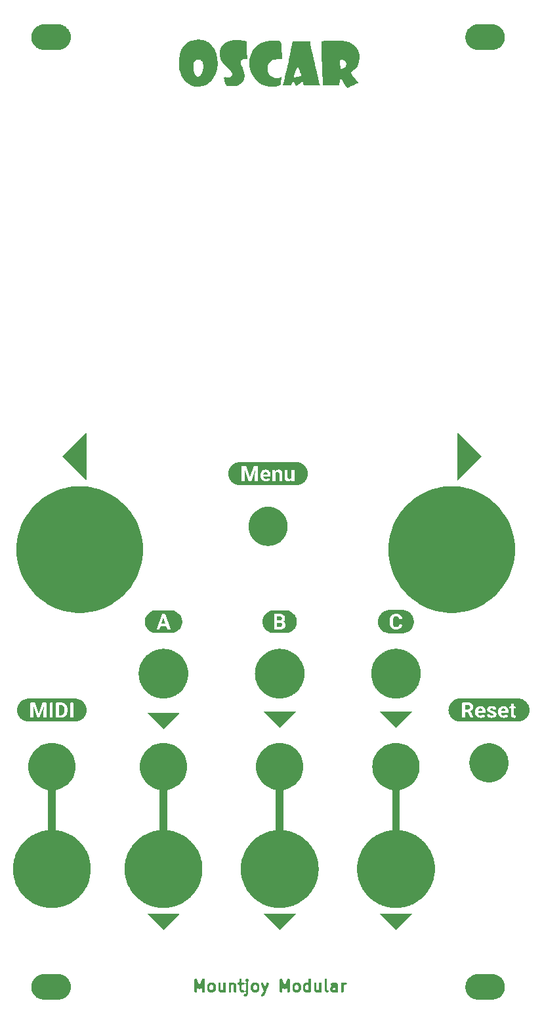
<source format=gbr>
G04 #@! TF.GenerationSoftware,KiCad,Pcbnew,8.0.8*
G04 #@! TF.CreationDate,2025-06-13T11:57:10+01:00*
G04 #@! TF.ProjectId,oscar_panel_nousb_variant,6f736361-725f-4706-916e-656c5f6e6f75,rev?*
G04 #@! TF.SameCoordinates,Original*
G04 #@! TF.FileFunction,Soldermask,Top*
G04 #@! TF.FilePolarity,Negative*
%FSLAX46Y46*%
G04 Gerber Fmt 4.6, Leading zero omitted, Abs format (unit mm)*
G04 Created by KiCad (PCBNEW 8.0.8) date 2025-06-13 11:57:10*
%MOMM*%
%LPD*%
G01*
G04 APERTURE LIST*
G04 APERTURE END LIST*
G36*
X108410207Y-158749401D02*
G01*
X108505924Y-158752534D01*
X108512716Y-158753428D01*
X108529536Y-158754089D01*
X108587643Y-158763292D01*
X108722042Y-158780986D01*
X108754837Y-158789773D01*
X108785418Y-158794617D01*
X108844229Y-158813726D01*
X108930611Y-158836872D01*
X108985724Y-158859700D01*
X109031810Y-158874675D01*
X109074987Y-158896674D01*
X109130099Y-158919503D01*
X109207539Y-158964213D01*
X109262645Y-158992291D01*
X109287697Y-159010492D01*
X109317096Y-159027466D01*
X109424651Y-159109995D01*
X109472239Y-159144570D01*
X109480579Y-159152910D01*
X109488401Y-159158912D01*
X109641087Y-159311598D01*
X109647088Y-159319419D01*
X109655430Y-159327761D01*
X109690008Y-159375354D01*
X109772533Y-159482903D01*
X109789505Y-159512299D01*
X109807709Y-159537355D01*
X109835789Y-159592466D01*
X109880496Y-159669900D01*
X109903321Y-159725006D01*
X109925325Y-159768190D01*
X109940301Y-159814282D01*
X109963127Y-159869388D01*
X109986269Y-159955757D01*
X110005383Y-160014582D01*
X110010227Y-160045169D01*
X110019013Y-160077957D01*
X110036703Y-160212327D01*
X110045911Y-160270464D01*
X110045911Y-160282269D01*
X110047197Y-160292038D01*
X110047197Y-160507961D01*
X110045911Y-160517729D01*
X110045911Y-160529536D01*
X110036702Y-160587677D01*
X110019013Y-160722042D01*
X110010228Y-160754827D01*
X110005383Y-160785418D01*
X109986268Y-160844246D01*
X109963127Y-160930611D01*
X109940302Y-160985713D01*
X109925325Y-161031810D01*
X109903319Y-161074997D01*
X109880496Y-161130099D01*
X109835793Y-161207525D01*
X109807709Y-161262645D01*
X109789502Y-161287704D01*
X109772533Y-161317096D01*
X109690022Y-161424627D01*
X109655430Y-161472239D01*
X109647085Y-161480583D01*
X109641087Y-161488401D01*
X109488401Y-161641087D01*
X109480583Y-161647085D01*
X109472239Y-161655430D01*
X109424627Y-161690022D01*
X109317096Y-161772533D01*
X109287704Y-161789502D01*
X109262645Y-161807709D01*
X109207525Y-161835793D01*
X109130099Y-161880496D01*
X109074997Y-161903319D01*
X109031810Y-161925325D01*
X108985713Y-161940302D01*
X108930611Y-161963127D01*
X108844246Y-161986268D01*
X108785418Y-162005383D01*
X108754827Y-162010228D01*
X108722042Y-162019013D01*
X108587681Y-162036701D01*
X108529536Y-162045911D01*
X108512705Y-162046572D01*
X108505924Y-162047465D01*
X108410224Y-162050598D01*
X108400000Y-162051000D01*
X108397956Y-162051000D01*
X106602044Y-162051000D01*
X106600000Y-162051000D01*
X106589775Y-162050598D01*
X106494075Y-162047465D01*
X106487293Y-162046572D01*
X106470464Y-162045911D01*
X106412323Y-162036702D01*
X106277957Y-162019013D01*
X106245169Y-162010227D01*
X106214582Y-162005383D01*
X106155757Y-161986269D01*
X106069388Y-161963127D01*
X106014282Y-161940301D01*
X105968190Y-161925325D01*
X105925006Y-161903321D01*
X105869900Y-161880496D01*
X105792466Y-161835789D01*
X105737355Y-161807709D01*
X105712299Y-161789505D01*
X105682903Y-161772533D01*
X105575354Y-161690008D01*
X105527761Y-161655430D01*
X105519419Y-161647088D01*
X105511598Y-161641087D01*
X105358912Y-161488401D01*
X105352910Y-161480579D01*
X105344570Y-161472239D01*
X105309995Y-161424651D01*
X105227466Y-161317096D01*
X105210492Y-161287697D01*
X105192291Y-161262645D01*
X105164213Y-161207539D01*
X105119503Y-161130099D01*
X105096674Y-161074987D01*
X105074675Y-161031810D01*
X105059700Y-160985724D01*
X105036872Y-160930611D01*
X105013726Y-160844229D01*
X104994617Y-160785418D01*
X104989773Y-160754837D01*
X104980986Y-160722042D01*
X104963295Y-160587663D01*
X104954089Y-160529536D01*
X104954089Y-160517729D01*
X104952803Y-160507961D01*
X104952803Y-160292038D01*
X104954089Y-160282269D01*
X104954089Y-160270464D01*
X104963294Y-160212341D01*
X104980986Y-160077957D01*
X104989773Y-160045160D01*
X104994617Y-160014582D01*
X105013724Y-159955775D01*
X105036872Y-159869388D01*
X105059702Y-159814271D01*
X105074675Y-159768190D01*
X105096672Y-159725016D01*
X105119503Y-159669900D01*
X105164217Y-159592451D01*
X105192291Y-159537355D01*
X105210489Y-159512306D01*
X105227466Y-159482903D01*
X105310009Y-159375329D01*
X105344570Y-159327761D01*
X105352906Y-159319424D01*
X105358912Y-159311598D01*
X105511598Y-159158912D01*
X105519424Y-159152906D01*
X105527761Y-159144570D01*
X105575329Y-159110009D01*
X105682903Y-159027466D01*
X105712306Y-159010489D01*
X105737355Y-158992291D01*
X105792451Y-158964217D01*
X105869900Y-158919503D01*
X105925016Y-158896672D01*
X105968190Y-158874675D01*
X106014271Y-158859702D01*
X106069388Y-158836872D01*
X106155775Y-158813724D01*
X106214582Y-158794617D01*
X106245160Y-158789773D01*
X106277957Y-158780986D01*
X106412361Y-158763291D01*
X106470464Y-158754089D01*
X106487282Y-158753428D01*
X106494075Y-158752534D01*
X106589793Y-158749400D01*
X106600000Y-158749000D01*
X108400000Y-158749000D01*
X108410207Y-158749401D01*
G37*
G36*
X164410207Y-158749401D02*
G01*
X164505924Y-158752534D01*
X164512716Y-158753428D01*
X164529536Y-158754089D01*
X164587643Y-158763292D01*
X164722042Y-158780986D01*
X164754837Y-158789773D01*
X164785418Y-158794617D01*
X164844229Y-158813726D01*
X164930611Y-158836872D01*
X164985724Y-158859700D01*
X165031810Y-158874675D01*
X165074987Y-158896674D01*
X165130099Y-158919503D01*
X165207539Y-158964213D01*
X165262645Y-158992291D01*
X165287697Y-159010492D01*
X165317096Y-159027466D01*
X165424651Y-159109995D01*
X165472239Y-159144570D01*
X165480579Y-159152910D01*
X165488401Y-159158912D01*
X165641087Y-159311598D01*
X165647088Y-159319419D01*
X165655430Y-159327761D01*
X165690008Y-159375354D01*
X165772533Y-159482903D01*
X165789505Y-159512299D01*
X165807709Y-159537355D01*
X165835789Y-159592466D01*
X165880496Y-159669900D01*
X165903321Y-159725006D01*
X165925325Y-159768190D01*
X165940301Y-159814282D01*
X165963127Y-159869388D01*
X165986269Y-159955757D01*
X166005383Y-160014582D01*
X166010227Y-160045169D01*
X166019013Y-160077957D01*
X166036703Y-160212327D01*
X166045911Y-160270464D01*
X166045911Y-160282269D01*
X166047197Y-160292038D01*
X166047197Y-160507961D01*
X166045911Y-160517729D01*
X166045911Y-160529536D01*
X166036702Y-160587677D01*
X166019013Y-160722042D01*
X166010228Y-160754827D01*
X166005383Y-160785418D01*
X165986268Y-160844246D01*
X165963127Y-160930611D01*
X165940302Y-160985713D01*
X165925325Y-161031810D01*
X165903319Y-161074997D01*
X165880496Y-161130099D01*
X165835793Y-161207525D01*
X165807709Y-161262645D01*
X165789502Y-161287704D01*
X165772533Y-161317096D01*
X165690022Y-161424627D01*
X165655430Y-161472239D01*
X165647085Y-161480583D01*
X165641087Y-161488401D01*
X165488401Y-161641087D01*
X165480583Y-161647085D01*
X165472239Y-161655430D01*
X165424627Y-161690022D01*
X165317096Y-161772533D01*
X165287704Y-161789502D01*
X165262645Y-161807709D01*
X165207525Y-161835793D01*
X165130099Y-161880496D01*
X165074997Y-161903319D01*
X165031810Y-161925325D01*
X164985713Y-161940302D01*
X164930611Y-161963127D01*
X164844246Y-161986268D01*
X164785418Y-162005383D01*
X164754827Y-162010228D01*
X164722042Y-162019013D01*
X164587681Y-162036701D01*
X164529536Y-162045911D01*
X164512705Y-162046572D01*
X164505924Y-162047465D01*
X164410224Y-162050598D01*
X164400000Y-162051000D01*
X164397956Y-162051000D01*
X162602044Y-162051000D01*
X162600000Y-162051000D01*
X162589775Y-162050598D01*
X162494075Y-162047465D01*
X162487293Y-162046572D01*
X162470464Y-162045911D01*
X162412323Y-162036702D01*
X162277957Y-162019013D01*
X162245169Y-162010227D01*
X162214582Y-162005383D01*
X162155757Y-161986269D01*
X162069388Y-161963127D01*
X162014282Y-161940301D01*
X161968190Y-161925325D01*
X161925006Y-161903321D01*
X161869900Y-161880496D01*
X161792466Y-161835789D01*
X161737355Y-161807709D01*
X161712299Y-161789505D01*
X161682903Y-161772533D01*
X161575354Y-161690008D01*
X161527761Y-161655430D01*
X161519419Y-161647088D01*
X161511598Y-161641087D01*
X161358912Y-161488401D01*
X161352910Y-161480579D01*
X161344570Y-161472239D01*
X161309995Y-161424651D01*
X161227466Y-161317096D01*
X161210492Y-161287697D01*
X161192291Y-161262645D01*
X161164213Y-161207539D01*
X161119503Y-161130099D01*
X161096674Y-161074987D01*
X161074675Y-161031810D01*
X161059700Y-160985724D01*
X161036872Y-160930611D01*
X161013726Y-160844229D01*
X160994617Y-160785418D01*
X160989773Y-160754837D01*
X160980986Y-160722042D01*
X160963295Y-160587663D01*
X160954089Y-160529536D01*
X160954089Y-160517729D01*
X160952803Y-160507961D01*
X160952803Y-160292038D01*
X160954089Y-160282269D01*
X160954089Y-160270464D01*
X160963294Y-160212341D01*
X160980986Y-160077957D01*
X160989773Y-160045160D01*
X160994617Y-160014582D01*
X161013724Y-159955775D01*
X161036872Y-159869388D01*
X161059702Y-159814271D01*
X161074675Y-159768190D01*
X161096672Y-159725016D01*
X161119503Y-159669900D01*
X161164217Y-159592451D01*
X161192291Y-159537355D01*
X161210489Y-159512306D01*
X161227466Y-159482903D01*
X161310009Y-159375329D01*
X161344570Y-159327761D01*
X161352906Y-159319424D01*
X161358912Y-159311598D01*
X161511598Y-159158912D01*
X161519424Y-159152906D01*
X161527761Y-159144570D01*
X161575329Y-159110009D01*
X161682903Y-159027466D01*
X161712306Y-159010489D01*
X161737355Y-158992291D01*
X161792451Y-158964217D01*
X161869900Y-158919503D01*
X161925016Y-158896672D01*
X161968190Y-158874675D01*
X162014271Y-158859702D01*
X162069388Y-158836872D01*
X162155775Y-158813724D01*
X162214582Y-158794617D01*
X162245160Y-158789773D01*
X162277957Y-158780986D01*
X162412361Y-158763291D01*
X162470464Y-158754089D01*
X162487282Y-158753428D01*
X162494075Y-158752534D01*
X162589793Y-158749400D01*
X162600000Y-158749000D01*
X164400000Y-158749000D01*
X164410207Y-158749401D01*
G37*
G36*
X131971402Y-159326591D02*
G01*
X131982771Y-159331300D01*
X131982774Y-159331301D01*
X132014101Y-159344277D01*
X132014104Y-159344279D01*
X132025474Y-159348989D01*
X132027097Y-159350072D01*
X132068481Y-159391456D01*
X132069564Y-159393079D01*
X132074273Y-159404449D01*
X132074275Y-159404451D01*
X132082048Y-159423217D01*
X132091962Y-159447151D01*
X132092319Y-159448574D01*
X132095201Y-159477838D01*
X132095225Y-159478328D01*
X132095225Y-159481388D01*
X132095225Y-159750105D01*
X132168448Y-159823328D01*
X132294307Y-159823328D01*
X132297368Y-159823328D01*
X132297858Y-159823352D01*
X132300902Y-159823651D01*
X132300906Y-159823652D01*
X132317946Y-159825330D01*
X132317948Y-159825330D01*
X132327122Y-159826234D01*
X132328545Y-159826591D01*
X132337057Y-159830117D01*
X132337061Y-159830118D01*
X132371244Y-159844277D01*
X132371247Y-159844279D01*
X132382617Y-159848989D01*
X132384240Y-159850072D01*
X132425624Y-159891456D01*
X132426707Y-159893079D01*
X132431416Y-159904449D01*
X132431420Y-159904454D01*
X132463847Y-159982739D01*
X132630889Y-159982739D01*
X132663315Y-159904454D01*
X132663320Y-159904445D01*
X132668029Y-159893079D01*
X132669112Y-159891456D01*
X132677816Y-159882751D01*
X132677831Y-159882730D01*
X132707008Y-159853531D01*
X132706988Y-159750008D01*
X132687778Y-159730798D01*
X132687766Y-159730787D01*
X132616338Y-159659359D01*
X132616009Y-159658995D01*
X132597354Y-159636264D01*
X132596600Y-159635005D01*
X132593073Y-159626491D01*
X132593069Y-159626484D01*
X132581138Y-159597681D01*
X132581137Y-159597674D01*
X132576429Y-159586308D01*
X132574203Y-159580935D01*
X132573822Y-159579021D01*
X132573822Y-159520495D01*
X132574203Y-159518581D01*
X132576430Y-159513205D01*
X132578915Y-159507205D01*
X132593221Y-159472665D01*
X132593223Y-159472660D01*
X132596600Y-159464509D01*
X132597315Y-159463299D01*
X132597319Y-159463294D01*
X132597358Y-159463245D01*
X132605072Y-159453845D01*
X132614061Y-159442891D01*
X132614073Y-159442877D01*
X132616008Y-159440520D01*
X132616337Y-159440156D01*
X132618495Y-159437998D01*
X132618511Y-159437980D01*
X132685589Y-159370902D01*
X132685599Y-159370892D01*
X132687765Y-159368727D01*
X132688129Y-159368398D01*
X132690486Y-159366463D01*
X132690500Y-159366451D01*
X132691356Y-159365748D01*
X132691366Y-159365740D01*
X132710860Y-159349743D01*
X132710905Y-159349798D01*
X132712120Y-159348988D01*
X132723490Y-159344278D01*
X132723492Y-159344277D01*
X132754818Y-159331300D01*
X132754826Y-159331298D01*
X132766191Y-159326591D01*
X132768104Y-159326210D01*
X132826632Y-159326210D01*
X132828545Y-159326591D01*
X132839910Y-159331298D01*
X132839917Y-159331300D01*
X132874098Y-159345459D01*
X132874101Y-159345461D01*
X132882616Y-159348988D01*
X132883875Y-159349742D01*
X132891000Y-159355590D01*
X132891004Y-159355592D01*
X132900137Y-159363088D01*
X132906606Y-159368397D01*
X132906970Y-159368726D01*
X132978399Y-159440155D01*
X132978728Y-159440519D01*
X132997383Y-159463250D01*
X132998137Y-159464509D01*
X133001663Y-159473023D01*
X133001667Y-159473029D01*
X133015823Y-159507205D01*
X133015823Y-159507209D01*
X133020534Y-159518581D01*
X133020915Y-159520494D01*
X133020915Y-159579020D01*
X133020534Y-159580933D01*
X133015823Y-159592305D01*
X133015823Y-159592308D01*
X133002851Y-159623626D01*
X133002849Y-159623628D01*
X132998137Y-159635005D01*
X132997326Y-159636219D01*
X132997382Y-159636265D01*
X132978727Y-159658996D01*
X132978398Y-159659360D01*
X132906969Y-159730788D01*
X132906960Y-159730795D01*
X132887738Y-159750018D01*
X132887738Y-159853570D01*
X132925624Y-159891456D01*
X132926707Y-159893079D01*
X132931416Y-159904449D01*
X132931418Y-159904451D01*
X132938734Y-159922114D01*
X132949105Y-159947151D01*
X132949462Y-159948574D01*
X132952344Y-159977838D01*
X132952368Y-159978328D01*
X132952368Y-161264042D01*
X132952344Y-161264532D01*
X132949462Y-161293796D01*
X132949105Y-161295220D01*
X132947352Y-161299448D01*
X132947029Y-161304013D01*
X132946712Y-161305447D01*
X132936203Y-161332910D01*
X132936005Y-161333359D01*
X132864576Y-161476217D01*
X132864335Y-161476645D01*
X132861576Y-161481026D01*
X132860998Y-161482763D01*
X132860031Y-161484460D01*
X132857789Y-161487044D01*
X132848672Y-161501530D01*
X132847716Y-161502644D01*
X132837130Y-161511823D01*
X132830858Y-161518097D01*
X132821685Y-161528675D01*
X132820571Y-161529631D01*
X132806090Y-161538745D01*
X132803502Y-161540991D01*
X132801806Y-161541958D01*
X132800064Y-161542538D01*
X132795686Y-161545295D01*
X132795258Y-161545536D01*
X132652401Y-161616964D01*
X132651952Y-161617162D01*
X132624488Y-161627672D01*
X132623054Y-161627989D01*
X132618489Y-161628312D01*
X132614261Y-161630065D01*
X132612837Y-161630422D01*
X132583573Y-161633304D01*
X132583083Y-161633328D01*
X132580022Y-161633328D01*
X132514715Y-161633328D01*
X132511654Y-161633328D01*
X132511164Y-161633304D01*
X132481900Y-161630422D01*
X132480477Y-161630065D01*
X132468930Y-161625282D01*
X132437777Y-161612378D01*
X132437775Y-161612376D01*
X132426405Y-161607667D01*
X132424782Y-161606584D01*
X132383398Y-161565200D01*
X132382315Y-161563577D01*
X132377605Y-161552207D01*
X132377603Y-161552204D01*
X132364627Y-161520877D01*
X132364626Y-161520874D01*
X132359917Y-161509505D01*
X132359536Y-161507592D01*
X132359536Y-161449064D01*
X132359917Y-161447151D01*
X132364626Y-161435782D01*
X132364627Y-161435778D01*
X132377603Y-161404451D01*
X132377606Y-161404445D01*
X132382315Y-161393079D01*
X132383398Y-161391456D01*
X132424782Y-161350072D01*
X132426405Y-161348989D01*
X132437769Y-161344281D01*
X132451184Y-161335318D01*
X132471979Y-161330110D01*
X132480477Y-161326591D01*
X132481900Y-161326234D01*
X132491068Y-161325331D01*
X132491073Y-161325330D01*
X132508115Y-161323652D01*
X132508120Y-161323651D01*
X132511164Y-161323352D01*
X132511654Y-161323328D01*
X132531639Y-161323328D01*
X132559954Y-161316596D01*
X132573300Y-161309924D01*
X132591427Y-161300789D01*
X132619830Y-161272384D01*
X132629143Y-161253901D01*
X132635635Y-161240915D01*
X132642368Y-161212595D01*
X132642368Y-161055854D01*
X132464936Y-161002034D01*
X132431421Y-161052195D01*
X132426707Y-161063577D01*
X132425624Y-161065200D01*
X132384240Y-161106584D01*
X132382617Y-161107667D01*
X132371229Y-161112384D01*
X132357836Y-161121332D01*
X132337067Y-161126534D01*
X132328545Y-161130065D01*
X132327122Y-161130422D01*
X132297858Y-161133304D01*
X132297368Y-161133328D01*
X132294307Y-161133328D01*
X132157572Y-161133328D01*
X132154511Y-161133328D01*
X132154021Y-161133304D01*
X132124757Y-161130422D01*
X132123333Y-161130065D01*
X132119103Y-161128312D01*
X132114539Y-161127989D01*
X132113106Y-161127672D01*
X132104485Y-161124373D01*
X132098834Y-161122210D01*
X132085643Y-161117162D01*
X132085194Y-161116964D01*
X131942336Y-161045536D01*
X131941908Y-161045295D01*
X131937527Y-161042537D01*
X131935789Y-161041958D01*
X131934094Y-161040991D01*
X131931507Y-161038747D01*
X131917023Y-161029630D01*
X131915910Y-161028675D01*
X131909869Y-161021710D01*
X131909867Y-161021708D01*
X131906732Y-161018093D01*
X131900457Y-161011819D01*
X131896847Y-161008688D01*
X131896845Y-161008686D01*
X131889879Y-161002645D01*
X131888924Y-161001532D01*
X131879804Y-160987043D01*
X131877563Y-160984460D01*
X131876597Y-160982766D01*
X131876018Y-160981030D01*
X131873258Y-160976645D01*
X131873018Y-160976218D01*
X131854454Y-160939090D01*
X131802954Y-160836091D01*
X131802950Y-160836082D01*
X131801589Y-160833360D01*
X131801391Y-160832911D01*
X131790881Y-160805448D01*
X131790564Y-160804016D01*
X131790238Y-160799449D01*
X131788487Y-160795219D01*
X131788131Y-160793796D01*
X131787228Y-160784628D01*
X131787227Y-160784624D01*
X131785549Y-160767580D01*
X131785548Y-160767576D01*
X131785249Y-160764532D01*
X131785225Y-160764042D01*
X131785225Y-160206551D01*
X132095225Y-160206551D01*
X132095225Y-160712448D01*
X132101868Y-160740686D01*
X132108541Y-160754085D01*
X132117598Y-160772199D01*
X132146263Y-160800909D01*
X132177726Y-160816640D01*
X132206056Y-160823328D01*
X132294307Y-160823328D01*
X132297368Y-160823328D01*
X132297858Y-160823352D01*
X132300902Y-160823651D01*
X132300906Y-160823652D01*
X132317946Y-160825330D01*
X132317948Y-160825330D01*
X132327122Y-160826234D01*
X132328545Y-160826591D01*
X132337057Y-160830117D01*
X132337061Y-160830118D01*
X132371244Y-160844277D01*
X132371247Y-160844279D01*
X132382617Y-160848989D01*
X132384240Y-160850072D01*
X132425624Y-160891456D01*
X132426707Y-160893079D01*
X132431413Y-160904442D01*
X132464947Y-160954622D01*
X132642368Y-160900797D01*
X132642368Y-160055854D01*
X132464936Y-160002034D01*
X132431421Y-160052195D01*
X132426707Y-160063577D01*
X132425624Y-160065200D01*
X132384240Y-160106584D01*
X132382617Y-160107667D01*
X132328545Y-160130065D01*
X132327122Y-160130422D01*
X132297858Y-160133304D01*
X132297368Y-160133328D01*
X132294307Y-160133328D01*
X132168448Y-160133328D01*
X132095225Y-160206551D01*
X131785225Y-160206551D01*
X131785225Y-160205876D01*
X131732309Y-160138074D01*
X131705368Y-160131326D01*
X131696186Y-160130422D01*
X131694763Y-160130065D01*
X131671792Y-160120550D01*
X131652063Y-160112378D01*
X131652061Y-160112376D01*
X131640691Y-160107667D01*
X131639068Y-160106584D01*
X131597684Y-160065200D01*
X131596601Y-160063577D01*
X131591894Y-160052214D01*
X131582279Y-160037826D01*
X131578905Y-160020857D01*
X131574203Y-160009505D01*
X131573822Y-160007592D01*
X131573822Y-159949064D01*
X131574203Y-159947151D01*
X131578912Y-159935782D01*
X131578913Y-159935778D01*
X131591889Y-159904451D01*
X131591892Y-159904445D01*
X131596601Y-159893079D01*
X131597684Y-159891456D01*
X131639068Y-159850072D01*
X131640691Y-159848989D01*
X131652057Y-159844280D01*
X131652063Y-159844277D01*
X131686246Y-159830118D01*
X131686251Y-159830116D01*
X131694763Y-159826591D01*
X131696186Y-159826234D01*
X131705354Y-159825331D01*
X131732315Y-159818577D01*
X131785225Y-159750776D01*
X131785225Y-159481388D01*
X131785225Y-159478328D01*
X131785249Y-159477838D01*
X131785549Y-159474789D01*
X131787227Y-159457749D01*
X131787227Y-159457746D01*
X131788131Y-159448574D01*
X131788488Y-159447151D01*
X131792013Y-159438639D01*
X131792015Y-159438634D01*
X131806174Y-159404451D01*
X131806177Y-159404445D01*
X131810886Y-159393079D01*
X131811969Y-159391456D01*
X131853353Y-159350072D01*
X131854976Y-159348989D01*
X131866342Y-159344280D01*
X131866348Y-159344277D01*
X131897675Y-159331301D01*
X131897679Y-159331300D01*
X131909048Y-159326591D01*
X131910961Y-159326210D01*
X131969489Y-159326210D01*
X131971402Y-159326591D01*
G37*
G36*
X135463830Y-159825229D02*
G01*
X135518948Y-159844914D01*
X135520622Y-159845916D01*
X135564011Y-159885196D01*
X135565174Y-159886763D01*
X135570442Y-159897885D01*
X135570445Y-159897889D01*
X135583638Y-159925743D01*
X135590228Y-159939655D01*
X135590703Y-159941547D01*
X135593610Y-160000002D01*
X135593467Y-160001462D01*
X135586338Y-160029991D01*
X135586196Y-160030461D01*
X135229053Y-161030460D01*
X135228865Y-161030914D01*
X135227963Y-161032822D01*
X135227745Y-161033398D01*
X135227157Y-161035428D01*
X135226997Y-161035893D01*
X135084140Y-161393037D01*
X135083936Y-161393483D01*
X135070391Y-161419583D01*
X135069550Y-161420745D01*
X135068812Y-161421978D01*
X135050157Y-161444709D01*
X135049828Y-161445073D01*
X134978399Y-161516502D01*
X134978035Y-161516831D01*
X134966863Y-161525998D01*
X134964543Y-161528675D01*
X134963428Y-161529631D01*
X134959178Y-161532304D01*
X134955305Y-161535485D01*
X134954044Y-161536241D01*
X134950775Y-161537593D01*
X134938543Y-161545295D01*
X134938115Y-161545536D01*
X134795258Y-161616964D01*
X134794809Y-161617162D01*
X134767345Y-161627672D01*
X134765912Y-161627989D01*
X134707532Y-161632137D01*
X134705597Y-161631893D01*
X134693919Y-161628000D01*
X134693917Y-161628000D01*
X134661755Y-161617279D01*
X134661752Y-161617277D01*
X134650075Y-161613385D01*
X134648380Y-161612419D01*
X134631616Y-161597880D01*
X134613469Y-161582142D01*
X134613467Y-161582139D01*
X134604165Y-161574072D01*
X134602969Y-161572531D01*
X134576794Y-161520182D01*
X134576279Y-161518300D01*
X134575406Y-161506023D01*
X134575406Y-161506021D01*
X134573003Y-161472197D01*
X134573003Y-161472195D01*
X134572131Y-161459920D01*
X134572375Y-161457985D01*
X134576266Y-161446312D01*
X134576267Y-161446305D01*
X134586988Y-161414143D01*
X134586991Y-161414136D01*
X134590883Y-161402463D01*
X134591849Y-161400768D01*
X134599914Y-161391468D01*
X134599917Y-161391464D01*
X134624151Y-161363521D01*
X134624157Y-161363515D01*
X134630196Y-161356553D01*
X134631309Y-161355598D01*
X134639108Y-161350688D01*
X134639111Y-161350686D01*
X134653599Y-161341566D01*
X134653607Y-161341561D01*
X134656194Y-161339933D01*
X134656622Y-161339692D01*
X134659349Y-161338328D01*
X134659373Y-161338315D01*
X134776980Y-161279511D01*
X134786367Y-161270124D01*
X134809462Y-161245025D01*
X134890690Y-161041958D01*
X134908307Y-160997914D01*
X134909163Y-160952204D01*
X134773792Y-160573164D01*
X134579970Y-160030460D01*
X134579828Y-160029990D01*
X134579089Y-160027033D01*
X134579086Y-160027023D01*
X134574934Y-160010406D01*
X134574933Y-160010405D01*
X134572699Y-160001462D01*
X134572556Y-160000002D01*
X134573013Y-159990800D01*
X134573013Y-159990794D01*
X134574851Y-159953842D01*
X134574851Y-159953839D01*
X134575463Y-159941547D01*
X134575938Y-159939655D01*
X134581207Y-159928529D01*
X134581209Y-159928525D01*
X134595720Y-159897889D01*
X134595725Y-159897882D01*
X134600992Y-159886763D01*
X134602155Y-159885196D01*
X134645544Y-159845916D01*
X134647218Y-159844914D01*
X134658810Y-159840773D01*
X134658812Y-159840773D01*
X134690743Y-159829369D01*
X134690744Y-159829368D01*
X134702336Y-159825229D01*
X134704266Y-159824944D01*
X134716558Y-159825555D01*
X134716561Y-159825555D01*
X134750425Y-159827239D01*
X134750427Y-159827239D01*
X134762721Y-159827851D01*
X134764613Y-159828326D01*
X134775739Y-159833596D01*
X134775742Y-159833597D01*
X134806378Y-159848108D01*
X134806382Y-159848111D01*
X134817505Y-159853380D01*
X134819072Y-159854543D01*
X134858352Y-159897932D01*
X134859166Y-159899153D01*
X134871722Y-159925743D01*
X134871910Y-159926196D01*
X134994995Y-160270833D01*
X135171171Y-160270833D01*
X135294256Y-159926196D01*
X135294444Y-159925743D01*
X135295745Y-159922987D01*
X135295752Y-159922971D01*
X135303061Y-159907494D01*
X135303062Y-159907492D01*
X135307000Y-159899153D01*
X135307814Y-159897932D01*
X135319344Y-159885196D01*
X135338832Y-159863669D01*
X135338832Y-159863668D01*
X135347094Y-159854543D01*
X135348661Y-159853380D01*
X135359780Y-159848113D01*
X135359787Y-159848108D01*
X135390423Y-159833597D01*
X135390427Y-159833595D01*
X135401553Y-159828326D01*
X135403445Y-159827851D01*
X135415737Y-159827239D01*
X135415740Y-159827239D01*
X135449604Y-159825555D01*
X135449606Y-159825555D01*
X135461900Y-159824944D01*
X135463830Y-159825229D01*
G37*
G36*
X128297858Y-159823352D02*
G01*
X128300902Y-159823651D01*
X128300906Y-159823652D01*
X128317943Y-159825330D01*
X128327122Y-159826234D01*
X128328546Y-159826591D01*
X128332776Y-159828343D01*
X128337341Y-159828668D01*
X128338774Y-159828985D01*
X128366237Y-159839494D01*
X128366686Y-159839692D01*
X128369426Y-159841062D01*
X128369437Y-159841067D01*
X128496244Y-159904471D01*
X128496248Y-159904473D01*
X128509543Y-159911121D01*
X128509971Y-159911362D01*
X128522206Y-159919063D01*
X128525473Y-159920417D01*
X128526731Y-159921171D01*
X128530604Y-159924349D01*
X128534856Y-159927026D01*
X128535970Y-159927982D01*
X128538288Y-159930655D01*
X128549462Y-159939825D01*
X128549826Y-159940154D01*
X128560341Y-159950668D01*
X128560347Y-159950674D01*
X128587511Y-159977838D01*
X128621255Y-160011582D01*
X128621584Y-160011946D01*
X128630757Y-160023124D01*
X128633429Y-160025441D01*
X128634384Y-160026554D01*
X128637055Y-160030797D01*
X128640239Y-160034677D01*
X128640994Y-160035936D01*
X128642348Y-160039206D01*
X128650049Y-160051439D01*
X128650290Y-160051867D01*
X128721718Y-160194725D01*
X128721916Y-160195174D01*
X128732426Y-160222637D01*
X128732743Y-160224070D01*
X128733066Y-160228634D01*
X128734819Y-160232864D01*
X128735176Y-160234288D01*
X128738058Y-160263552D01*
X128738082Y-160264042D01*
X128738082Y-160692614D01*
X128738058Y-160693104D01*
X128735176Y-160722368D01*
X128734819Y-160723792D01*
X128733066Y-160728020D01*
X128732743Y-160732585D01*
X128732426Y-160734019D01*
X128721916Y-160761482D01*
X128721718Y-160761931D01*
X128650290Y-160904789D01*
X128650049Y-160905217D01*
X128642350Y-160917445D01*
X128640995Y-160920719D01*
X128640240Y-160921979D01*
X128637053Y-160925860D01*
X128634385Y-160930101D01*
X128633428Y-160931216D01*
X128630757Y-160933531D01*
X128621585Y-160944709D01*
X128621256Y-160945073D01*
X128549827Y-161016502D01*
X128549463Y-161016831D01*
X128538291Y-161025998D01*
X128535971Y-161028675D01*
X128534856Y-161029631D01*
X128530606Y-161032304D01*
X128526733Y-161035485D01*
X128525472Y-161036241D01*
X128522203Y-161037593D01*
X128509971Y-161045295D01*
X128509543Y-161045536D01*
X128366686Y-161116964D01*
X128366237Y-161117162D01*
X128338773Y-161127672D01*
X128337339Y-161127989D01*
X128332774Y-161128312D01*
X128328546Y-161130065D01*
X128327122Y-161130422D01*
X128297858Y-161133304D01*
X128297368Y-161133328D01*
X128294307Y-161133328D01*
X128086143Y-161133328D01*
X128083082Y-161133328D01*
X128082592Y-161133304D01*
X128053328Y-161130422D01*
X128051904Y-161130065D01*
X128047674Y-161128312D01*
X128043110Y-161127989D01*
X128041677Y-161127672D01*
X128033056Y-161124373D01*
X128027405Y-161122210D01*
X128014214Y-161117162D01*
X128013765Y-161116964D01*
X127870907Y-161045536D01*
X127870479Y-161045295D01*
X127858249Y-161037595D01*
X127854977Y-161036241D01*
X127853718Y-161035486D01*
X127849838Y-161032302D01*
X127845595Y-161029631D01*
X127844481Y-161028675D01*
X127842164Y-161026003D01*
X127830987Y-161016831D01*
X127830623Y-161016502D01*
X127759194Y-160945073D01*
X127758865Y-160944709D01*
X127749693Y-160933533D01*
X127747021Y-160931216D01*
X127746065Y-160930102D01*
X127743391Y-160925853D01*
X127740210Y-160921978D01*
X127739456Y-160920719D01*
X127738103Y-160917452D01*
X127730401Y-160905217D01*
X127730160Y-160904789D01*
X127658732Y-160761932D01*
X127658534Y-160761483D01*
X127648024Y-160734019D01*
X127647707Y-160732586D01*
X127647382Y-160728019D01*
X127645631Y-160723791D01*
X127645274Y-160722368D01*
X127643339Y-160702717D01*
X127642692Y-160696152D01*
X127642691Y-160696148D01*
X127642392Y-160693104D01*
X127642368Y-160692614D01*
X127642368Y-160315585D01*
X127952368Y-160315585D01*
X127952368Y-160641070D01*
X127959055Y-160669398D01*
X127991616Y-160734522D01*
X128003397Y-160750868D01*
X128024827Y-160772298D01*
X128041169Y-160784076D01*
X128106297Y-160816640D01*
X128134627Y-160823328D01*
X128245823Y-160823328D01*
X128274153Y-160816640D01*
X128339281Y-160784076D01*
X128355621Y-160772298D01*
X128377054Y-160750865D01*
X128388832Y-160734523D01*
X128392084Y-160728020D01*
X128421394Y-160669398D01*
X128428082Y-160641069D01*
X128428082Y-160315586D01*
X128421394Y-160287256D01*
X128388831Y-160222130D01*
X128377053Y-160205788D01*
X128355622Y-160184357D01*
X128339281Y-160172580D01*
X128274153Y-160140016D01*
X128245823Y-160133328D01*
X128134627Y-160133328D01*
X128106297Y-160140016D01*
X128041171Y-160172579D01*
X128024826Y-160184359D01*
X128003399Y-160205784D01*
X127991618Y-160222129D01*
X127959055Y-160287256D01*
X127952368Y-160315585D01*
X127642368Y-160315585D01*
X127642368Y-160264042D01*
X127642392Y-160263552D01*
X127642692Y-160260503D01*
X127644370Y-160243461D01*
X127644371Y-160243456D01*
X127645274Y-160234288D01*
X127645630Y-160232865D01*
X127647382Y-160228632D01*
X127647707Y-160224070D01*
X127648024Y-160222637D01*
X127658534Y-160195173D01*
X127658732Y-160194724D01*
X127663399Y-160185389D01*
X127723499Y-160065188D01*
X127723502Y-160065182D01*
X127730160Y-160051867D01*
X127730400Y-160051440D01*
X127738103Y-160039200D01*
X127739457Y-160035935D01*
X127740211Y-160034677D01*
X127743391Y-160030800D01*
X127746066Y-160026553D01*
X127747021Y-160025440D01*
X127749694Y-160023121D01*
X127758866Y-160011946D01*
X127759195Y-160011582D01*
X127792939Y-159977838D01*
X127820144Y-159950633D01*
X127820150Y-159950627D01*
X127830624Y-159940154D01*
X127830988Y-159939825D01*
X127842158Y-159930656D01*
X127844480Y-159927981D01*
X127845593Y-159927027D01*
X127849837Y-159924354D01*
X127853719Y-159921170D01*
X127854976Y-159920417D01*
X127858242Y-159919063D01*
X127870480Y-159911361D01*
X127870907Y-159911121D01*
X127884189Y-159904479D01*
X127884199Y-159904474D01*
X128011018Y-159841064D01*
X128011026Y-159841060D01*
X128013763Y-159839692D01*
X128014212Y-159839494D01*
X128017070Y-159838400D01*
X128017080Y-159838396D01*
X128033063Y-159832280D01*
X128033067Y-159832278D01*
X128041676Y-159828985D01*
X128043108Y-159828668D01*
X128047673Y-159828343D01*
X128051905Y-159826591D01*
X128053328Y-159826234D01*
X128062503Y-159825330D01*
X128062505Y-159825330D01*
X128079543Y-159823652D01*
X128079548Y-159823651D01*
X128082592Y-159823352D01*
X128083082Y-159823328D01*
X128297368Y-159823328D01*
X128297858Y-159823352D01*
G37*
G36*
X129257116Y-159826591D02*
G01*
X129268485Y-159831300D01*
X129268488Y-159831301D01*
X129299815Y-159844277D01*
X129299818Y-159844279D01*
X129311188Y-159848989D01*
X129312811Y-159850072D01*
X129354195Y-159891456D01*
X129355278Y-159893079D01*
X129359987Y-159904449D01*
X129359989Y-159904451D01*
X129367305Y-159922114D01*
X129377676Y-159947151D01*
X129378033Y-159948574D01*
X129380915Y-159977838D01*
X129380939Y-159978328D01*
X129380939Y-159981388D01*
X129380939Y-160712448D01*
X129387582Y-160740686D01*
X129394255Y-160754085D01*
X129403312Y-160772199D01*
X129431977Y-160800909D01*
X129463440Y-160816640D01*
X129491770Y-160823328D01*
X129602966Y-160823328D01*
X129631296Y-160816640D01*
X129676460Y-160794058D01*
X129713797Y-160733646D01*
X129713797Y-159981388D01*
X129713797Y-159978328D01*
X129713821Y-159977838D01*
X129714121Y-159974789D01*
X129715799Y-159957749D01*
X129715799Y-159957746D01*
X129716703Y-159948574D01*
X129717060Y-159947151D01*
X129720585Y-159938639D01*
X129720587Y-159938634D01*
X129734746Y-159904451D01*
X129734749Y-159904445D01*
X129739458Y-159893079D01*
X129740541Y-159891456D01*
X129781925Y-159850072D01*
X129783548Y-159848989D01*
X129794914Y-159844280D01*
X129794920Y-159844277D01*
X129826247Y-159831301D01*
X129826251Y-159831300D01*
X129837620Y-159826591D01*
X129839533Y-159826210D01*
X129898061Y-159826210D01*
X129899974Y-159826591D01*
X129911343Y-159831300D01*
X129911346Y-159831301D01*
X129942673Y-159844277D01*
X129942676Y-159844279D01*
X129954046Y-159848989D01*
X129955669Y-159850072D01*
X129997053Y-159891456D01*
X129998136Y-159893079D01*
X130002845Y-159904449D01*
X130002847Y-159904451D01*
X130010163Y-159922114D01*
X130020534Y-159947151D01*
X130020891Y-159948574D01*
X130023773Y-159977838D01*
X130023797Y-159978328D01*
X130023797Y-160978328D01*
X130023773Y-160978818D01*
X130020891Y-161008082D01*
X130020534Y-161009505D01*
X129998136Y-161063577D01*
X129997053Y-161065200D01*
X129955669Y-161106584D01*
X129954046Y-161107667D01*
X129899974Y-161130065D01*
X129898061Y-161130446D01*
X129885751Y-161130446D01*
X129851843Y-161130446D01*
X129839533Y-161130446D01*
X129837620Y-161130065D01*
X129826247Y-161125354D01*
X129826246Y-161125354D01*
X129790416Y-161110513D01*
X129742457Y-161109860D01*
X129723402Y-161117152D01*
X129723380Y-161117162D01*
X129695916Y-161127672D01*
X129694482Y-161127989D01*
X129689917Y-161128312D01*
X129685689Y-161130065D01*
X129684265Y-161130422D01*
X129655001Y-161133304D01*
X129654511Y-161133328D01*
X129651450Y-161133328D01*
X129443286Y-161133328D01*
X129440225Y-161133328D01*
X129439735Y-161133304D01*
X129410471Y-161130422D01*
X129409047Y-161130065D01*
X129404817Y-161128312D01*
X129400253Y-161127989D01*
X129398820Y-161127672D01*
X129390199Y-161124373D01*
X129384548Y-161122210D01*
X129371357Y-161117162D01*
X129370908Y-161116964D01*
X129228050Y-161045536D01*
X129227622Y-161045295D01*
X129223241Y-161042537D01*
X129221503Y-161041958D01*
X129219808Y-161040991D01*
X129217221Y-161038747D01*
X129202737Y-161029630D01*
X129201624Y-161028675D01*
X129195583Y-161021710D01*
X129195581Y-161021708D01*
X129192446Y-161018093D01*
X129186171Y-161011819D01*
X129182561Y-161008688D01*
X129182559Y-161008686D01*
X129175593Y-161002645D01*
X129174638Y-161001532D01*
X129165518Y-160987043D01*
X129163277Y-160984460D01*
X129162311Y-160982766D01*
X129161732Y-160981030D01*
X129158972Y-160976645D01*
X129158732Y-160976218D01*
X129140168Y-160939090D01*
X129088668Y-160836091D01*
X129088664Y-160836082D01*
X129087303Y-160833360D01*
X129087105Y-160832911D01*
X129076595Y-160805448D01*
X129076278Y-160804016D01*
X129075952Y-160799449D01*
X129074201Y-160795219D01*
X129073845Y-160793796D01*
X129072942Y-160784628D01*
X129072941Y-160784624D01*
X129071263Y-160767580D01*
X129071262Y-160767576D01*
X129070963Y-160764532D01*
X129070939Y-160764042D01*
X129070939Y-159978328D01*
X129070963Y-159977838D01*
X129071263Y-159974789D01*
X129072941Y-159957749D01*
X129072941Y-159957746D01*
X129073845Y-159948574D01*
X129074202Y-159947151D01*
X129077727Y-159938639D01*
X129077729Y-159938634D01*
X129091888Y-159904451D01*
X129091891Y-159904445D01*
X129096600Y-159893079D01*
X129097683Y-159891456D01*
X129139067Y-159850072D01*
X129140690Y-159848989D01*
X129152056Y-159844280D01*
X129152062Y-159844277D01*
X129183389Y-159831301D01*
X129183393Y-159831300D01*
X129194762Y-159826591D01*
X129196675Y-159826210D01*
X129255203Y-159826210D01*
X129257116Y-159826591D01*
G37*
G36*
X133940716Y-159823352D02*
G01*
X133943760Y-159823651D01*
X133943764Y-159823652D01*
X133960801Y-159825330D01*
X133969980Y-159826234D01*
X133971404Y-159826591D01*
X133975634Y-159828343D01*
X133980199Y-159828668D01*
X133981632Y-159828985D01*
X134009095Y-159839494D01*
X134009544Y-159839692D01*
X134012284Y-159841062D01*
X134012295Y-159841067D01*
X134139102Y-159904471D01*
X134139106Y-159904473D01*
X134152401Y-159911121D01*
X134152829Y-159911362D01*
X134165064Y-159919063D01*
X134168331Y-159920417D01*
X134169589Y-159921171D01*
X134173462Y-159924349D01*
X134177714Y-159927026D01*
X134178828Y-159927982D01*
X134181146Y-159930655D01*
X134192320Y-159939825D01*
X134192684Y-159940154D01*
X134203199Y-159950668D01*
X134203205Y-159950674D01*
X134230369Y-159977838D01*
X134264113Y-160011582D01*
X134264442Y-160011946D01*
X134273615Y-160023124D01*
X134276287Y-160025441D01*
X134277242Y-160026554D01*
X134279913Y-160030797D01*
X134283097Y-160034677D01*
X134283852Y-160035936D01*
X134285206Y-160039206D01*
X134292907Y-160051439D01*
X134293148Y-160051867D01*
X134364576Y-160194725D01*
X134364774Y-160195174D01*
X134375284Y-160222637D01*
X134375601Y-160224070D01*
X134375924Y-160228634D01*
X134377677Y-160232864D01*
X134378034Y-160234288D01*
X134380916Y-160263552D01*
X134380940Y-160264042D01*
X134380940Y-160692614D01*
X134380916Y-160693104D01*
X134378034Y-160722368D01*
X134377677Y-160723792D01*
X134375924Y-160728020D01*
X134375601Y-160732585D01*
X134375284Y-160734019D01*
X134364774Y-160761482D01*
X134364576Y-160761931D01*
X134293148Y-160904789D01*
X134292907Y-160905217D01*
X134285208Y-160917445D01*
X134283853Y-160920719D01*
X134283098Y-160921979D01*
X134279911Y-160925860D01*
X134277243Y-160930101D01*
X134276286Y-160931216D01*
X134273615Y-160933531D01*
X134264443Y-160944709D01*
X134264114Y-160945073D01*
X134192685Y-161016502D01*
X134192321Y-161016831D01*
X134181149Y-161025998D01*
X134178829Y-161028675D01*
X134177714Y-161029631D01*
X134173464Y-161032304D01*
X134169591Y-161035485D01*
X134168330Y-161036241D01*
X134165061Y-161037593D01*
X134152829Y-161045295D01*
X134152401Y-161045536D01*
X134009544Y-161116964D01*
X134009095Y-161117162D01*
X133981631Y-161127672D01*
X133980197Y-161127989D01*
X133975632Y-161128312D01*
X133971404Y-161130065D01*
X133969980Y-161130422D01*
X133940716Y-161133304D01*
X133940226Y-161133328D01*
X133937165Y-161133328D01*
X133729001Y-161133328D01*
X133725940Y-161133328D01*
X133725450Y-161133304D01*
X133696186Y-161130422D01*
X133694762Y-161130065D01*
X133690532Y-161128312D01*
X133685968Y-161127989D01*
X133684535Y-161127672D01*
X133675914Y-161124373D01*
X133670263Y-161122210D01*
X133657072Y-161117162D01*
X133656623Y-161116964D01*
X133513765Y-161045536D01*
X133513337Y-161045295D01*
X133501107Y-161037595D01*
X133497835Y-161036241D01*
X133496576Y-161035486D01*
X133492696Y-161032302D01*
X133488453Y-161029631D01*
X133487339Y-161028675D01*
X133485022Y-161026003D01*
X133473845Y-161016831D01*
X133473481Y-161016502D01*
X133402052Y-160945073D01*
X133401723Y-160944709D01*
X133392551Y-160933533D01*
X133389879Y-160931216D01*
X133388923Y-160930102D01*
X133386249Y-160925853D01*
X133383068Y-160921978D01*
X133382314Y-160920719D01*
X133380961Y-160917452D01*
X133373259Y-160905217D01*
X133373018Y-160904789D01*
X133301590Y-160761932D01*
X133301392Y-160761483D01*
X133290882Y-160734019D01*
X133290565Y-160732586D01*
X133290240Y-160728019D01*
X133288489Y-160723791D01*
X133288132Y-160722368D01*
X133286197Y-160702717D01*
X133285550Y-160696152D01*
X133285549Y-160696148D01*
X133285250Y-160693104D01*
X133285226Y-160692614D01*
X133285226Y-160315585D01*
X133595226Y-160315585D01*
X133595226Y-160641070D01*
X133601913Y-160669398D01*
X133634474Y-160734522D01*
X133646255Y-160750868D01*
X133667685Y-160772298D01*
X133684027Y-160784076D01*
X133749155Y-160816640D01*
X133777485Y-160823328D01*
X133888681Y-160823328D01*
X133917011Y-160816640D01*
X133982139Y-160784076D01*
X133998479Y-160772298D01*
X134019912Y-160750865D01*
X134031690Y-160734523D01*
X134034942Y-160728020D01*
X134064252Y-160669398D01*
X134070940Y-160641069D01*
X134070940Y-160315586D01*
X134064252Y-160287256D01*
X134031689Y-160222130D01*
X134019911Y-160205788D01*
X133998480Y-160184357D01*
X133982139Y-160172580D01*
X133917011Y-160140016D01*
X133888681Y-160133328D01*
X133777485Y-160133328D01*
X133749155Y-160140016D01*
X133684029Y-160172579D01*
X133667684Y-160184359D01*
X133646257Y-160205784D01*
X133634476Y-160222129D01*
X133601913Y-160287256D01*
X133595226Y-160315585D01*
X133285226Y-160315585D01*
X133285226Y-160264042D01*
X133285250Y-160263552D01*
X133285550Y-160260503D01*
X133287228Y-160243461D01*
X133287229Y-160243456D01*
X133288132Y-160234288D01*
X133288488Y-160232865D01*
X133290240Y-160228632D01*
X133290565Y-160224070D01*
X133290882Y-160222637D01*
X133301392Y-160195173D01*
X133301590Y-160194724D01*
X133306257Y-160185389D01*
X133366357Y-160065188D01*
X133366360Y-160065182D01*
X133373018Y-160051867D01*
X133373258Y-160051440D01*
X133380961Y-160039200D01*
X133382315Y-160035935D01*
X133383069Y-160034677D01*
X133386249Y-160030800D01*
X133388924Y-160026553D01*
X133389879Y-160025440D01*
X133392552Y-160023121D01*
X133401724Y-160011946D01*
X133402053Y-160011582D01*
X133435797Y-159977838D01*
X133463002Y-159950633D01*
X133463008Y-159950627D01*
X133473482Y-159940154D01*
X133473846Y-159939825D01*
X133485016Y-159930656D01*
X133487338Y-159927981D01*
X133488451Y-159927027D01*
X133492695Y-159924354D01*
X133496577Y-159921170D01*
X133497834Y-159920417D01*
X133501100Y-159919063D01*
X133513338Y-159911361D01*
X133513765Y-159911121D01*
X133527047Y-159904479D01*
X133527057Y-159904474D01*
X133653876Y-159841064D01*
X133653884Y-159841060D01*
X133656621Y-159839692D01*
X133657070Y-159839494D01*
X133659928Y-159838400D01*
X133659938Y-159838396D01*
X133675921Y-159832280D01*
X133675925Y-159832278D01*
X133684534Y-159828985D01*
X133685966Y-159828668D01*
X133690531Y-159828343D01*
X133694763Y-159826591D01*
X133696186Y-159826234D01*
X133705361Y-159825330D01*
X133705363Y-159825330D01*
X133722401Y-159823652D01*
X133722406Y-159823651D01*
X133725450Y-159823352D01*
X133725940Y-159823328D01*
X133940226Y-159823328D01*
X133940716Y-159823352D01*
G37*
G36*
X139297859Y-159823352D02*
G01*
X139300903Y-159823651D01*
X139300907Y-159823652D01*
X139317944Y-159825330D01*
X139327123Y-159826234D01*
X139328547Y-159826591D01*
X139332777Y-159828343D01*
X139337342Y-159828668D01*
X139338775Y-159828985D01*
X139366238Y-159839494D01*
X139366687Y-159839692D01*
X139369427Y-159841062D01*
X139369438Y-159841067D01*
X139496245Y-159904471D01*
X139496249Y-159904473D01*
X139509544Y-159911121D01*
X139509972Y-159911362D01*
X139522207Y-159919063D01*
X139525474Y-159920417D01*
X139526732Y-159921171D01*
X139530605Y-159924349D01*
X139534857Y-159927026D01*
X139535971Y-159927982D01*
X139538289Y-159930655D01*
X139549463Y-159939825D01*
X139549827Y-159940154D01*
X139560342Y-159950668D01*
X139560348Y-159950674D01*
X139587512Y-159977838D01*
X139621256Y-160011582D01*
X139621585Y-160011946D01*
X139630758Y-160023124D01*
X139633430Y-160025441D01*
X139634385Y-160026554D01*
X139637056Y-160030797D01*
X139640240Y-160034677D01*
X139640995Y-160035936D01*
X139642349Y-160039206D01*
X139650050Y-160051439D01*
X139650291Y-160051867D01*
X139721719Y-160194725D01*
X139721917Y-160195174D01*
X139732427Y-160222637D01*
X139732744Y-160224070D01*
X139733067Y-160228634D01*
X139734820Y-160232864D01*
X139735177Y-160234288D01*
X139738059Y-160263552D01*
X139738083Y-160264042D01*
X139738083Y-160692614D01*
X139738059Y-160693104D01*
X139735177Y-160722368D01*
X139734820Y-160723792D01*
X139733067Y-160728020D01*
X139732744Y-160732585D01*
X139732427Y-160734019D01*
X139721917Y-160761482D01*
X139721719Y-160761931D01*
X139650291Y-160904789D01*
X139650050Y-160905217D01*
X139642351Y-160917445D01*
X139640996Y-160920719D01*
X139640241Y-160921979D01*
X139637054Y-160925860D01*
X139634386Y-160930101D01*
X139633429Y-160931216D01*
X139630758Y-160933531D01*
X139621586Y-160944709D01*
X139621257Y-160945073D01*
X139549828Y-161016502D01*
X139549464Y-161016831D01*
X139538292Y-161025998D01*
X139535972Y-161028675D01*
X139534857Y-161029631D01*
X139530607Y-161032304D01*
X139526734Y-161035485D01*
X139525473Y-161036241D01*
X139522204Y-161037593D01*
X139509972Y-161045295D01*
X139509544Y-161045536D01*
X139366687Y-161116964D01*
X139366238Y-161117162D01*
X139338774Y-161127672D01*
X139337340Y-161127989D01*
X139332775Y-161128312D01*
X139328547Y-161130065D01*
X139327123Y-161130422D01*
X139297859Y-161133304D01*
X139297369Y-161133328D01*
X139294308Y-161133328D01*
X139086144Y-161133328D01*
X139083083Y-161133328D01*
X139082593Y-161133304D01*
X139053329Y-161130422D01*
X139051905Y-161130065D01*
X139047675Y-161128312D01*
X139043111Y-161127989D01*
X139041678Y-161127672D01*
X139033057Y-161124373D01*
X139027406Y-161122210D01*
X139014215Y-161117162D01*
X139013766Y-161116964D01*
X138870908Y-161045536D01*
X138870480Y-161045295D01*
X138858250Y-161037595D01*
X138854978Y-161036241D01*
X138853719Y-161035486D01*
X138849839Y-161032302D01*
X138845596Y-161029631D01*
X138844482Y-161028675D01*
X138842165Y-161026003D01*
X138830988Y-161016831D01*
X138830624Y-161016502D01*
X138759195Y-160945073D01*
X138758866Y-160944709D01*
X138749694Y-160933533D01*
X138747022Y-160931216D01*
X138746066Y-160930102D01*
X138743392Y-160925853D01*
X138740211Y-160921978D01*
X138739457Y-160920719D01*
X138738104Y-160917452D01*
X138730402Y-160905217D01*
X138730161Y-160904789D01*
X138658733Y-160761932D01*
X138658535Y-160761483D01*
X138648025Y-160734019D01*
X138647708Y-160732586D01*
X138647383Y-160728019D01*
X138645632Y-160723791D01*
X138645275Y-160722368D01*
X138643340Y-160702717D01*
X138642693Y-160696152D01*
X138642692Y-160696148D01*
X138642393Y-160693104D01*
X138642369Y-160692614D01*
X138642369Y-160315585D01*
X138952369Y-160315585D01*
X138952369Y-160641070D01*
X138959056Y-160669398D01*
X138991617Y-160734522D01*
X139003398Y-160750868D01*
X139024828Y-160772298D01*
X139041170Y-160784076D01*
X139106298Y-160816640D01*
X139134628Y-160823328D01*
X139245824Y-160823328D01*
X139274154Y-160816640D01*
X139339282Y-160784076D01*
X139355622Y-160772298D01*
X139377055Y-160750865D01*
X139388833Y-160734523D01*
X139392085Y-160728020D01*
X139421395Y-160669398D01*
X139428083Y-160641069D01*
X139428083Y-160315586D01*
X139421395Y-160287256D01*
X139388832Y-160222130D01*
X139377054Y-160205788D01*
X139355623Y-160184357D01*
X139339282Y-160172580D01*
X139274154Y-160140016D01*
X139245824Y-160133328D01*
X139134628Y-160133328D01*
X139106298Y-160140016D01*
X139041172Y-160172579D01*
X139024827Y-160184359D01*
X139003400Y-160205784D01*
X138991619Y-160222129D01*
X138959056Y-160287256D01*
X138952369Y-160315585D01*
X138642369Y-160315585D01*
X138642369Y-160264042D01*
X138642393Y-160263552D01*
X138642693Y-160260503D01*
X138644371Y-160243461D01*
X138644372Y-160243456D01*
X138645275Y-160234288D01*
X138645631Y-160232865D01*
X138647383Y-160228632D01*
X138647708Y-160224070D01*
X138648025Y-160222637D01*
X138658535Y-160195173D01*
X138658733Y-160194724D01*
X138663400Y-160185389D01*
X138723500Y-160065188D01*
X138723503Y-160065182D01*
X138730161Y-160051867D01*
X138730401Y-160051440D01*
X138738104Y-160039200D01*
X138739458Y-160035935D01*
X138740212Y-160034677D01*
X138743392Y-160030800D01*
X138746067Y-160026553D01*
X138747022Y-160025440D01*
X138749695Y-160023121D01*
X138758867Y-160011946D01*
X138759196Y-160011582D01*
X138792940Y-159977838D01*
X138820145Y-159950633D01*
X138820151Y-159950627D01*
X138830625Y-159940154D01*
X138830989Y-159939825D01*
X138842159Y-159930656D01*
X138844481Y-159927981D01*
X138845594Y-159927027D01*
X138849838Y-159924354D01*
X138853720Y-159921170D01*
X138854977Y-159920417D01*
X138858243Y-159919063D01*
X138870481Y-159911361D01*
X138870908Y-159911121D01*
X138884190Y-159904479D01*
X138884200Y-159904474D01*
X139011019Y-159841064D01*
X139011027Y-159841060D01*
X139013764Y-159839692D01*
X139014213Y-159839494D01*
X139017071Y-159838400D01*
X139017081Y-159838396D01*
X139033064Y-159832280D01*
X139033068Y-159832278D01*
X139041677Y-159828985D01*
X139043109Y-159828668D01*
X139047674Y-159828343D01*
X139051906Y-159826591D01*
X139053329Y-159826234D01*
X139062504Y-159825330D01*
X139062506Y-159825330D01*
X139079544Y-159823652D01*
X139079549Y-159823651D01*
X139082593Y-159823352D01*
X139083083Y-159823328D01*
X139297369Y-159823328D01*
X139297859Y-159823352D01*
G37*
G36*
X140899975Y-159326591D02*
G01*
X140911344Y-159331300D01*
X140911347Y-159331301D01*
X140942674Y-159344277D01*
X140942677Y-159344279D01*
X140954047Y-159348989D01*
X140955670Y-159350072D01*
X140997054Y-159391456D01*
X140998137Y-159393079D01*
X141002846Y-159404449D01*
X141002848Y-159404451D01*
X141010621Y-159423217D01*
X141020535Y-159447151D01*
X141020892Y-159448574D01*
X141023774Y-159477838D01*
X141023798Y-159478328D01*
X141023798Y-160978328D01*
X141023774Y-160978818D01*
X141020892Y-161008082D01*
X141020535Y-161009505D01*
X140998137Y-161063577D01*
X140997054Y-161065200D01*
X140955670Y-161106584D01*
X140954047Y-161107667D01*
X140899975Y-161130065D01*
X140898062Y-161130446D01*
X140885752Y-161130446D01*
X140851847Y-161130446D01*
X140839534Y-161130446D01*
X140837621Y-161130065D01*
X140826247Y-161125353D01*
X140810444Y-161122210D01*
X140784449Y-161122493D01*
X140775965Y-161124372D01*
X140767345Y-161127672D01*
X140765911Y-161127989D01*
X140761346Y-161128312D01*
X140757118Y-161130065D01*
X140755694Y-161130422D01*
X140726430Y-161133304D01*
X140725940Y-161133328D01*
X140722879Y-161133328D01*
X140443287Y-161133328D01*
X140440226Y-161133328D01*
X140439736Y-161133304D01*
X140410472Y-161130422D01*
X140409048Y-161130065D01*
X140404818Y-161128312D01*
X140400254Y-161127989D01*
X140398821Y-161127672D01*
X140390200Y-161124373D01*
X140384549Y-161122210D01*
X140371358Y-161117162D01*
X140370909Y-161116964D01*
X140228051Y-161045536D01*
X140227623Y-161045295D01*
X140215393Y-161037595D01*
X140212121Y-161036241D01*
X140210862Y-161035486D01*
X140206982Y-161032302D01*
X140202739Y-161029631D01*
X140201625Y-161028675D01*
X140199308Y-161026003D01*
X140188131Y-161016831D01*
X140187767Y-161016502D01*
X140116338Y-160945073D01*
X140116009Y-160944709D01*
X140106837Y-160933533D01*
X140104165Y-160931216D01*
X140103209Y-160930102D01*
X140100535Y-160925853D01*
X140097354Y-160921978D01*
X140096600Y-160920719D01*
X140095247Y-160917452D01*
X140087545Y-160905217D01*
X140087304Y-160904789D01*
X140015876Y-160761932D01*
X140015678Y-160761483D01*
X140005168Y-160734019D01*
X140004851Y-160732586D01*
X140004526Y-160728019D01*
X140002775Y-160723791D01*
X140002418Y-160722368D01*
X140000483Y-160702717D01*
X139999836Y-160696152D01*
X139999835Y-160696148D01*
X139999536Y-160693104D01*
X139999512Y-160692614D01*
X139999512Y-160315585D01*
X140309512Y-160315585D01*
X140309512Y-160641070D01*
X140316199Y-160669398D01*
X140348760Y-160734522D01*
X140360541Y-160750868D01*
X140381971Y-160772298D01*
X140398313Y-160784076D01*
X140463441Y-160816640D01*
X140491771Y-160823328D01*
X140640575Y-160823328D01*
X140713798Y-160750105D01*
X140713798Y-160206551D01*
X140640575Y-160133328D01*
X140491771Y-160133328D01*
X140463441Y-160140016D01*
X140398315Y-160172579D01*
X140381970Y-160184359D01*
X140360543Y-160205784D01*
X140348762Y-160222129D01*
X140316199Y-160287256D01*
X140309512Y-160315585D01*
X139999512Y-160315585D01*
X139999512Y-160264042D01*
X139999536Y-160263552D01*
X139999836Y-160260503D01*
X140001514Y-160243461D01*
X140001515Y-160243456D01*
X140002418Y-160234288D01*
X140002774Y-160232865D01*
X140004526Y-160228632D01*
X140004851Y-160224070D01*
X140005168Y-160222637D01*
X140015678Y-160195173D01*
X140015876Y-160194724D01*
X140020543Y-160185389D01*
X140080643Y-160065188D01*
X140080646Y-160065182D01*
X140087304Y-160051867D01*
X140087544Y-160051440D01*
X140095247Y-160039200D01*
X140096601Y-160035935D01*
X140097355Y-160034677D01*
X140100535Y-160030800D01*
X140103210Y-160026553D01*
X140104165Y-160025440D01*
X140106838Y-160023121D01*
X140116010Y-160011946D01*
X140116339Y-160011582D01*
X140150083Y-159977838D01*
X140177288Y-159950633D01*
X140177294Y-159950627D01*
X140187768Y-159940154D01*
X140188132Y-159939825D01*
X140199302Y-159930656D01*
X140201624Y-159927981D01*
X140202737Y-159927027D01*
X140206981Y-159924354D01*
X140210863Y-159921170D01*
X140212120Y-159920417D01*
X140215386Y-159919063D01*
X140227624Y-159911361D01*
X140228051Y-159911121D01*
X140241333Y-159904479D01*
X140241343Y-159904474D01*
X140368162Y-159841064D01*
X140368170Y-159841060D01*
X140370907Y-159839692D01*
X140371356Y-159839494D01*
X140374214Y-159838400D01*
X140374224Y-159838396D01*
X140390207Y-159832280D01*
X140390211Y-159832278D01*
X140398820Y-159828985D01*
X140400252Y-159828668D01*
X140404817Y-159828343D01*
X140409049Y-159826591D01*
X140410472Y-159826234D01*
X140419647Y-159825330D01*
X140419649Y-159825330D01*
X140436687Y-159823652D01*
X140436692Y-159823651D01*
X140439736Y-159823352D01*
X140440226Y-159823328D01*
X140640575Y-159823328D01*
X140713798Y-159750105D01*
X140713798Y-159481388D01*
X140713798Y-159478328D01*
X140713822Y-159477838D01*
X140714122Y-159474789D01*
X140715800Y-159457749D01*
X140715800Y-159457746D01*
X140716704Y-159448574D01*
X140717061Y-159447151D01*
X140720586Y-159438639D01*
X140720588Y-159438634D01*
X140734747Y-159404451D01*
X140734750Y-159404445D01*
X140739459Y-159393079D01*
X140740542Y-159391456D01*
X140781926Y-159350072D01*
X140783549Y-159348989D01*
X140794915Y-159344280D01*
X140794921Y-159344277D01*
X140826248Y-159331301D01*
X140826252Y-159331300D01*
X140837621Y-159326591D01*
X140839534Y-159326210D01*
X140898062Y-159326210D01*
X140899975Y-159326591D01*
G37*
G36*
X141614260Y-159826591D02*
G01*
X141625629Y-159831300D01*
X141625632Y-159831301D01*
X141656959Y-159844277D01*
X141656962Y-159844279D01*
X141668332Y-159848989D01*
X141669955Y-159850072D01*
X141711339Y-159891456D01*
X141712422Y-159893079D01*
X141717131Y-159904449D01*
X141717133Y-159904451D01*
X141724449Y-159922114D01*
X141734820Y-159947151D01*
X141735177Y-159948574D01*
X141738059Y-159977838D01*
X141738083Y-159978328D01*
X141738083Y-159981388D01*
X141738083Y-160712448D01*
X141744726Y-160740686D01*
X141751399Y-160754085D01*
X141760456Y-160772199D01*
X141789121Y-160800909D01*
X141820584Y-160816640D01*
X141848914Y-160823328D01*
X141960110Y-160823328D01*
X141988440Y-160816640D01*
X142033604Y-160794058D01*
X142070941Y-160733646D01*
X142070941Y-159981388D01*
X142070941Y-159978328D01*
X142070965Y-159977838D01*
X142071265Y-159974789D01*
X142072943Y-159957749D01*
X142072943Y-159957746D01*
X142073847Y-159948574D01*
X142074204Y-159947151D01*
X142077729Y-159938639D01*
X142077731Y-159938634D01*
X142091890Y-159904451D01*
X142091893Y-159904445D01*
X142096602Y-159893079D01*
X142097685Y-159891456D01*
X142139069Y-159850072D01*
X142140692Y-159848989D01*
X142152058Y-159844280D01*
X142152064Y-159844277D01*
X142183391Y-159831301D01*
X142183395Y-159831300D01*
X142194764Y-159826591D01*
X142196677Y-159826210D01*
X142255205Y-159826210D01*
X142257118Y-159826591D01*
X142268487Y-159831300D01*
X142268490Y-159831301D01*
X142299817Y-159844277D01*
X142299820Y-159844279D01*
X142311190Y-159848989D01*
X142312813Y-159850072D01*
X142354197Y-159891456D01*
X142355280Y-159893079D01*
X142359989Y-159904449D01*
X142359991Y-159904451D01*
X142367307Y-159922114D01*
X142377678Y-159947151D01*
X142378035Y-159948574D01*
X142380917Y-159977838D01*
X142380941Y-159978328D01*
X142380941Y-160978328D01*
X142380917Y-160978818D01*
X142378035Y-161008082D01*
X142377678Y-161009505D01*
X142355280Y-161063577D01*
X142354197Y-161065200D01*
X142312813Y-161106584D01*
X142311190Y-161107667D01*
X142257118Y-161130065D01*
X142255205Y-161130446D01*
X142242895Y-161130446D01*
X142208987Y-161130446D01*
X142196677Y-161130446D01*
X142194764Y-161130065D01*
X142183391Y-161125354D01*
X142183390Y-161125354D01*
X142147560Y-161110513D01*
X142099601Y-161109860D01*
X142080546Y-161117152D01*
X142080524Y-161117162D01*
X142053060Y-161127672D01*
X142051626Y-161127989D01*
X142047061Y-161128312D01*
X142042833Y-161130065D01*
X142041409Y-161130422D01*
X142012145Y-161133304D01*
X142011655Y-161133328D01*
X142008594Y-161133328D01*
X141800430Y-161133328D01*
X141797369Y-161133328D01*
X141796879Y-161133304D01*
X141767615Y-161130422D01*
X141766191Y-161130065D01*
X141761961Y-161128312D01*
X141757397Y-161127989D01*
X141755964Y-161127672D01*
X141747343Y-161124373D01*
X141741692Y-161122210D01*
X141728501Y-161117162D01*
X141728052Y-161116964D01*
X141585194Y-161045536D01*
X141584766Y-161045295D01*
X141580385Y-161042537D01*
X141578647Y-161041958D01*
X141576952Y-161040991D01*
X141574365Y-161038747D01*
X141559881Y-161029630D01*
X141558768Y-161028675D01*
X141552727Y-161021710D01*
X141552725Y-161021708D01*
X141549590Y-161018093D01*
X141543315Y-161011819D01*
X141539705Y-161008688D01*
X141539703Y-161008686D01*
X141532737Y-161002645D01*
X141531782Y-161001532D01*
X141522662Y-160987043D01*
X141520421Y-160984460D01*
X141519455Y-160982766D01*
X141518876Y-160981030D01*
X141516116Y-160976645D01*
X141515876Y-160976218D01*
X141497312Y-160939090D01*
X141445812Y-160836091D01*
X141445808Y-160836082D01*
X141444447Y-160833360D01*
X141444249Y-160832911D01*
X141433739Y-160805448D01*
X141433422Y-160804016D01*
X141433096Y-160799449D01*
X141431345Y-160795219D01*
X141430989Y-160793796D01*
X141430086Y-160784628D01*
X141430085Y-160784624D01*
X141428407Y-160767580D01*
X141428406Y-160767576D01*
X141428107Y-160764532D01*
X141428083Y-160764042D01*
X141428083Y-159978328D01*
X141428107Y-159977838D01*
X141428407Y-159974789D01*
X141430085Y-159957749D01*
X141430085Y-159957746D01*
X141430989Y-159948574D01*
X141431346Y-159947151D01*
X141434871Y-159938639D01*
X141434873Y-159938634D01*
X141449032Y-159904451D01*
X141449035Y-159904445D01*
X141453744Y-159893079D01*
X141454827Y-159891456D01*
X141496211Y-159850072D01*
X141497834Y-159848989D01*
X141509200Y-159844280D01*
X141509206Y-159844277D01*
X141540533Y-159831301D01*
X141540537Y-159831300D01*
X141551906Y-159826591D01*
X141553819Y-159826210D01*
X141612347Y-159826210D01*
X141614260Y-159826591D01*
G37*
G36*
X144155002Y-159823352D02*
G01*
X144158046Y-159823651D01*
X144158050Y-159823652D01*
X144175087Y-159825330D01*
X144184266Y-159826234D01*
X144185690Y-159826591D01*
X144189920Y-159828343D01*
X144194485Y-159828668D01*
X144195918Y-159828985D01*
X144223381Y-159839494D01*
X144223830Y-159839692D01*
X144226570Y-159841062D01*
X144226581Y-159841067D01*
X144308469Y-159882011D01*
X144366687Y-159911121D01*
X144367115Y-159911361D01*
X144371497Y-159914119D01*
X144373235Y-159914699D01*
X144374929Y-159915665D01*
X144377517Y-159917910D01*
X144392001Y-159927027D01*
X144393114Y-159927982D01*
X144399150Y-159934942D01*
X144399157Y-159934948D01*
X144402290Y-159938561D01*
X144408563Y-159944834D01*
X144412176Y-159947968D01*
X144412178Y-159947970D01*
X144419144Y-159954012D01*
X144420099Y-159955125D01*
X144429215Y-159969607D01*
X144431461Y-159972197D01*
X144432426Y-159973892D01*
X144433003Y-159975624D01*
X144435765Y-159980012D01*
X144436005Y-159980439D01*
X144507434Y-160123295D01*
X144507632Y-160123744D01*
X144518141Y-160151208D01*
X144518458Y-160152641D01*
X144518781Y-160157204D01*
X144520535Y-160161436D01*
X144520892Y-160162860D01*
X144523774Y-160192124D01*
X144523798Y-160192614D01*
X144523798Y-160978328D01*
X144523774Y-160978818D01*
X144520892Y-161008082D01*
X144520535Y-161009505D01*
X144498137Y-161063577D01*
X144497054Y-161065200D01*
X144455670Y-161106584D01*
X144454047Y-161107667D01*
X144399975Y-161130065D01*
X144398062Y-161130446D01*
X144385752Y-161130446D01*
X144351847Y-161130446D01*
X144339534Y-161130446D01*
X144337621Y-161130065D01*
X144326247Y-161125353D01*
X144310444Y-161122210D01*
X144284449Y-161122493D01*
X144275965Y-161124372D01*
X144267345Y-161127672D01*
X144265911Y-161127989D01*
X144261346Y-161128312D01*
X144257118Y-161130065D01*
X144255694Y-161130422D01*
X144226430Y-161133304D01*
X144225940Y-161133328D01*
X144222879Y-161133328D01*
X143871859Y-161133328D01*
X143868798Y-161133328D01*
X143868308Y-161133304D01*
X143839044Y-161130422D01*
X143837620Y-161130065D01*
X143833390Y-161128312D01*
X143828826Y-161127989D01*
X143827393Y-161127672D01*
X143799930Y-161117163D01*
X143799481Y-161116965D01*
X143656623Y-161045536D01*
X143656195Y-161045295D01*
X143651815Y-161042538D01*
X143650074Y-161041958D01*
X143648379Y-161040991D01*
X143645791Y-161038747D01*
X143631310Y-161029632D01*
X143630196Y-161028676D01*
X143624152Y-161021708D01*
X143624150Y-161021706D01*
X143621015Y-161018091D01*
X143614741Y-161011817D01*
X143611131Y-161008686D01*
X143611130Y-161008685D01*
X143604165Y-161002644D01*
X143603210Y-161001531D01*
X143594093Y-160987048D01*
X143591849Y-160984461D01*
X143590883Y-160982767D01*
X143590303Y-160981028D01*
X143587544Y-160976645D01*
X143587304Y-160976218D01*
X143568704Y-160939017D01*
X143568697Y-160939005D01*
X143511556Y-160824719D01*
X143509686Y-160817254D01*
X143505168Y-160805447D01*
X143504851Y-160804014D01*
X143504526Y-160799447D01*
X143502775Y-160795219D01*
X143502418Y-160793796D01*
X143499536Y-160764532D01*
X143499512Y-160764042D01*
X143499512Y-160672827D01*
X143809512Y-160672827D01*
X143809512Y-160712498D01*
X143816200Y-160740828D01*
X143831886Y-160772200D01*
X143860480Y-160800838D01*
X143879065Y-160810167D01*
X143891968Y-160816618D01*
X143920293Y-160823328D01*
X144140575Y-160823328D01*
X144213798Y-160750105D01*
X144213798Y-160635123D01*
X144140575Y-160561900D01*
X143920439Y-160561900D01*
X143892292Y-160568498D01*
X143879125Y-160575030D01*
X143860593Y-160584295D01*
X143831906Y-160612982D01*
X143822717Y-160631361D01*
X143816110Y-160644680D01*
X143809512Y-160672827D01*
X143499512Y-160672827D01*
X143499512Y-160621185D01*
X143499536Y-160620695D01*
X143500067Y-160615304D01*
X143501514Y-160600604D01*
X143501515Y-160600599D01*
X143502418Y-160591431D01*
X143502774Y-160590008D01*
X143504526Y-160585775D01*
X143504851Y-160581213D01*
X143505168Y-160579780D01*
X143515678Y-160552316D01*
X143515876Y-160551867D01*
X143527041Y-160529536D01*
X143568756Y-160446104D01*
X143568765Y-160446087D01*
X143587304Y-160409010D01*
X143587544Y-160408583D01*
X143590302Y-160404199D01*
X143590883Y-160402460D01*
X143591848Y-160400768D01*
X143594092Y-160398178D01*
X143603210Y-160383696D01*
X143604165Y-160382583D01*
X143611125Y-160376545D01*
X143611131Y-160376539D01*
X143614750Y-160373401D01*
X143621013Y-160367138D01*
X143624156Y-160363514D01*
X143624159Y-160363511D01*
X143630196Y-160356552D01*
X143631309Y-160355597D01*
X143639096Y-160350694D01*
X143673949Y-160320790D01*
X143674252Y-160206286D01*
X143640482Y-160176998D01*
X143604165Y-160145502D01*
X143602969Y-160143961D01*
X143576794Y-160091612D01*
X143576279Y-160089730D01*
X143575406Y-160077453D01*
X143575406Y-160077451D01*
X143573003Y-160043626D01*
X143573003Y-160043624D01*
X143572131Y-160031349D01*
X143572375Y-160029414D01*
X143576266Y-160017741D01*
X143576267Y-160017734D01*
X143586989Y-159985569D01*
X143586992Y-159985562D01*
X143590883Y-159973892D01*
X143591849Y-159972197D01*
X143599911Y-159962900D01*
X143599913Y-159962898D01*
X143624153Y-159934947D01*
X143624158Y-159934941D01*
X143630195Y-159927982D01*
X143631308Y-159927027D01*
X143639109Y-159922116D01*
X143639112Y-159922114D01*
X143653603Y-159912992D01*
X143653617Y-159912983D01*
X143656194Y-159911362D01*
X143656622Y-159911121D01*
X143659342Y-159909760D01*
X143659358Y-159909752D01*
X143796748Y-159841057D01*
X143796764Y-159841049D01*
X143799480Y-159839692D01*
X143799929Y-159839494D01*
X143802780Y-159838402D01*
X143802789Y-159838399D01*
X143818780Y-159832279D01*
X143818784Y-159832277D01*
X143827392Y-159828984D01*
X143828824Y-159828667D01*
X143833389Y-159828341D01*
X143837621Y-159826590D01*
X143839044Y-159826234D01*
X143848211Y-159825331D01*
X143848216Y-159825330D01*
X143865259Y-159823652D01*
X143865264Y-159823651D01*
X143868308Y-159823352D01*
X143868798Y-159823328D01*
X144154512Y-159823328D01*
X144155002Y-159823352D01*
G37*
G36*
X142971403Y-159326591D02*
G01*
X142982772Y-159331300D01*
X142982775Y-159331301D01*
X143014102Y-159344277D01*
X143014105Y-159344279D01*
X143025475Y-159348989D01*
X143027098Y-159350072D01*
X143068482Y-159391456D01*
X143069565Y-159393079D01*
X143074274Y-159404449D01*
X143074276Y-159404451D01*
X143082049Y-159423217D01*
X143091963Y-159447151D01*
X143092320Y-159448574D01*
X143095202Y-159477838D01*
X143095226Y-159478328D01*
X143095226Y-159481388D01*
X143095226Y-160712448D01*
X143101869Y-160740686D01*
X143108542Y-160754085D01*
X143117599Y-160772199D01*
X143146264Y-160800909D01*
X143221093Y-160838323D01*
X143221100Y-160838327D01*
X143223830Y-160839692D01*
X143224258Y-160839933D01*
X143226843Y-160841560D01*
X143226848Y-160841563D01*
X143231159Y-160844277D01*
X143249144Y-160855598D01*
X143250257Y-160856553D01*
X143256295Y-160863516D01*
X143256298Y-160863518D01*
X143300115Y-160914041D01*
X143304182Y-160946302D01*
X143308077Y-160957985D01*
X143308321Y-160959920D01*
X143304173Y-161018300D01*
X143303658Y-161020182D01*
X143277484Y-161072531D01*
X143276288Y-161074072D01*
X143266985Y-161082140D01*
X143241375Y-161104352D01*
X143241373Y-161104352D01*
X143232073Y-161112419D01*
X143230378Y-161113385D01*
X143218698Y-161117278D01*
X143218697Y-161117279D01*
X143186533Y-161128001D01*
X143186529Y-161128001D01*
X143174855Y-161131893D01*
X143172920Y-161132137D01*
X143114540Y-161127989D01*
X143113107Y-161127672D01*
X143085644Y-161117162D01*
X143085195Y-161116964D01*
X142942337Y-161045536D01*
X142941909Y-161045295D01*
X142937528Y-161042537D01*
X142935790Y-161041958D01*
X142934095Y-161040991D01*
X142931508Y-161038747D01*
X142917024Y-161029630D01*
X142915911Y-161028675D01*
X142909870Y-161021710D01*
X142909868Y-161021708D01*
X142906733Y-161018093D01*
X142900458Y-161011819D01*
X142896848Y-161008688D01*
X142896846Y-161008686D01*
X142889880Y-161002645D01*
X142888925Y-161001532D01*
X142879805Y-160987043D01*
X142877564Y-160984460D01*
X142876598Y-160982766D01*
X142876019Y-160981030D01*
X142873259Y-160976645D01*
X142873019Y-160976218D01*
X142854455Y-160939090D01*
X142802955Y-160836091D01*
X142802951Y-160836082D01*
X142801590Y-160833360D01*
X142801392Y-160832911D01*
X142790882Y-160805448D01*
X142790565Y-160804016D01*
X142790239Y-160799449D01*
X142788488Y-160795219D01*
X142788132Y-160793796D01*
X142787229Y-160784628D01*
X142787228Y-160784624D01*
X142785550Y-160767580D01*
X142785549Y-160767576D01*
X142785250Y-160764532D01*
X142785226Y-160764042D01*
X142785226Y-159478328D01*
X142785250Y-159477838D01*
X142785550Y-159474789D01*
X142787228Y-159457749D01*
X142787228Y-159457746D01*
X142788132Y-159448574D01*
X142788489Y-159447151D01*
X142792014Y-159438639D01*
X142792016Y-159438634D01*
X142806175Y-159404451D01*
X142806178Y-159404445D01*
X142810887Y-159393079D01*
X142811970Y-159391456D01*
X142853354Y-159350072D01*
X142854977Y-159348989D01*
X142866343Y-159344280D01*
X142866349Y-159344277D01*
X142897676Y-159331301D01*
X142897680Y-159331300D01*
X142909049Y-159326591D01*
X142910962Y-159326210D01*
X142969490Y-159326210D01*
X142971403Y-159326591D01*
G37*
G36*
X127144240Y-159325611D02*
G01*
X127144246Y-159325611D01*
X127157866Y-159326210D01*
X127171465Y-159326210D01*
X127183774Y-159326210D01*
X127185688Y-159326591D01*
X127187960Y-159327532D01*
X127190426Y-159327641D01*
X127192321Y-159328105D01*
X127215817Y-159339070D01*
X127215836Y-159339079D01*
X127228387Y-159344278D01*
X127228388Y-159344279D01*
X127239759Y-159348989D01*
X127241382Y-159350072D01*
X127243122Y-159351812D01*
X127245358Y-159352856D01*
X127246930Y-159354010D01*
X127255241Y-159363086D01*
X127255244Y-159363088D01*
X127264436Y-159373126D01*
X127282766Y-159391456D01*
X127283849Y-159393078D01*
X127284791Y-159395353D01*
X127286458Y-159397173D01*
X127287469Y-159398841D01*
X127296330Y-159423211D01*
X127306247Y-159447150D01*
X127306604Y-159448575D01*
X127306993Y-159452535D01*
X127307469Y-159453842D01*
X127307766Y-159455772D01*
X127307625Y-159458952D01*
X127309486Y-159477838D01*
X127309510Y-159478328D01*
X127309510Y-160978328D01*
X127309486Y-160978818D01*
X127306604Y-161008082D01*
X127306247Y-161009505D01*
X127283849Y-161063577D01*
X127282766Y-161065200D01*
X127241382Y-161106584D01*
X127239759Y-161107667D01*
X127185687Y-161130065D01*
X127183774Y-161130446D01*
X127171464Y-161130446D01*
X127137556Y-161130446D01*
X127125246Y-161130446D01*
X127123333Y-161130065D01*
X127110991Y-161124952D01*
X127080633Y-161112378D01*
X127080631Y-161112376D01*
X127069261Y-161107667D01*
X127067638Y-161106584D01*
X127026254Y-161065200D01*
X127025171Y-161063577D01*
X127020461Y-161052207D01*
X127020459Y-161052204D01*
X127006300Y-161018021D01*
X127006299Y-161018017D01*
X127002773Y-161009505D01*
X127002416Y-161008082D01*
X127000344Y-160987048D01*
X126999834Y-160981866D01*
X126999833Y-160981862D01*
X126999534Y-160978818D01*
X126999510Y-160978328D01*
X126999510Y-160632211D01*
X126833121Y-160573164D01*
X126787130Y-160629801D01*
X126786457Y-160630913D01*
X126784455Y-160633097D01*
X126779753Y-160641038D01*
X126778828Y-160642178D01*
X126764179Y-160655590D01*
X126760343Y-160659426D01*
X126746931Y-160674075D01*
X126745357Y-160675229D01*
X126740011Y-160677723D01*
X126735665Y-160681704D01*
X126733997Y-160682716D01*
X126721009Y-160687437D01*
X126715371Y-160689489D01*
X126710294Y-160691592D01*
X126703484Y-160694770D01*
X126703480Y-160694770D01*
X126692320Y-160699980D01*
X126690425Y-160700444D01*
X126684532Y-160700702D01*
X126678994Y-160702717D01*
X126677065Y-160703013D01*
X126664762Y-160702471D01*
X126664762Y-160702472D01*
X126657260Y-160702142D01*
X126651763Y-160702142D01*
X126648760Y-160702273D01*
X126631955Y-160703013D01*
X126630026Y-160702717D01*
X126624484Y-160700701D01*
X126618596Y-160700443D01*
X126616701Y-160699979D01*
X126598716Y-160691585D01*
X126593665Y-160689493D01*
X126575024Y-160682716D01*
X126573356Y-160681704D01*
X126569009Y-160677724D01*
X126563663Y-160675229D01*
X126562090Y-160674075D01*
X126553774Y-160664995D01*
X126553772Y-160664993D01*
X126548691Y-160659445D01*
X126544809Y-160655563D01*
X126536994Y-160648406D01*
X126536991Y-160648402D01*
X126530193Y-160642177D01*
X126529268Y-160641039D01*
X126524564Y-160633100D01*
X126524550Y-160633083D01*
X126522562Y-160630911D01*
X126521900Y-160629820D01*
X126475892Y-160573167D01*
X126309510Y-160632217D01*
X126309510Y-160978328D01*
X126309486Y-160978818D01*
X126306604Y-161008082D01*
X126306247Y-161009505D01*
X126283849Y-161063577D01*
X126282766Y-161065200D01*
X126241382Y-161106584D01*
X126239759Y-161107667D01*
X126185687Y-161130065D01*
X126183774Y-161130446D01*
X126171464Y-161130446D01*
X126137556Y-161130446D01*
X126125246Y-161130446D01*
X126123333Y-161130065D01*
X126110991Y-161124952D01*
X126080633Y-161112378D01*
X126080631Y-161112376D01*
X126069261Y-161107667D01*
X126067638Y-161106584D01*
X126026254Y-161065200D01*
X126025171Y-161063577D01*
X126020461Y-161052207D01*
X126020459Y-161052204D01*
X126006300Y-161018021D01*
X126006299Y-161018017D01*
X126002773Y-161009505D01*
X126002416Y-161008082D01*
X126000344Y-160987048D01*
X125999834Y-160981866D01*
X125999833Y-160981862D01*
X125999534Y-160978818D01*
X125999510Y-160978328D01*
X125999510Y-159478328D01*
X125999534Y-159477838D01*
X126001393Y-159458952D01*
X126001254Y-159455772D01*
X126001550Y-159453845D01*
X126002025Y-159452536D01*
X126002416Y-159448574D01*
X126002773Y-159447151D01*
X126006323Y-159438578D01*
X126006325Y-159438570D01*
X126012693Y-159423198D01*
X126017349Y-159410395D01*
X126017349Y-159410394D01*
X126021551Y-159398841D01*
X126022562Y-159397174D01*
X126024226Y-159395355D01*
X126025171Y-159393077D01*
X126026254Y-159391457D01*
X126034945Y-159382764D01*
X126034950Y-159382758D01*
X126044582Y-159373126D01*
X126053782Y-159363080D01*
X126053785Y-159363077D01*
X126062090Y-159354010D01*
X126063662Y-159352856D01*
X126065898Y-159351811D01*
X126067639Y-159350072D01*
X126069260Y-159348989D01*
X126080616Y-159344284D01*
X126080623Y-159344280D01*
X126093192Y-159339073D01*
X126105544Y-159333309D01*
X126105556Y-159333305D01*
X126116701Y-159328106D01*
X126118595Y-159327642D01*
X126121053Y-159327533D01*
X126123333Y-159326590D01*
X126125246Y-159326210D01*
X126151162Y-159326210D01*
X126164771Y-159325611D01*
X126164778Y-159325612D01*
X126177065Y-159325072D01*
X126178994Y-159325368D01*
X126181309Y-159326210D01*
X126183774Y-159326210D01*
X126185687Y-159326591D01*
X126209619Y-159336504D01*
X126233997Y-159345369D01*
X126235665Y-159346380D01*
X126237484Y-159348045D01*
X126239760Y-159348989D01*
X126241382Y-159350072D01*
X126259707Y-159368397D01*
X126271980Y-159379636D01*
X126271981Y-159379638D01*
X126278828Y-159385908D01*
X126279753Y-159387047D01*
X126281780Y-159390470D01*
X126282766Y-159391456D01*
X126283850Y-159393079D01*
X126285068Y-159396020D01*
X126294739Y-159412347D01*
X126294968Y-159412781D01*
X126296935Y-159416996D01*
X126574903Y-160012640D01*
X126734117Y-160012640D01*
X127012110Y-159416939D01*
X127012115Y-159416931D01*
X127014052Y-159412781D01*
X127014281Y-159412347D01*
X127023951Y-159396020D01*
X127025171Y-159393078D01*
X127026253Y-159391458D01*
X127027237Y-159390472D01*
X127029268Y-159387046D01*
X127030193Y-159385908D01*
X127037008Y-159379665D01*
X127037010Y-159379664D01*
X127049297Y-159368411D01*
X127058937Y-159358771D01*
X127058943Y-159358766D01*
X127067639Y-159350072D01*
X127069260Y-159348989D01*
X127071538Y-159348044D01*
X127073357Y-159346380D01*
X127075024Y-159345369D01*
X127099361Y-159336518D01*
X127111958Y-159331300D01*
X127111969Y-159331297D01*
X127123333Y-159326591D01*
X127125246Y-159326210D01*
X127127711Y-159326210D01*
X127130026Y-159325368D01*
X127131954Y-159325072D01*
X127144240Y-159325611D01*
G37*
G36*
X131012144Y-159823352D02*
G01*
X131015188Y-159823651D01*
X131015192Y-159823652D01*
X131032229Y-159825330D01*
X131041408Y-159826234D01*
X131042832Y-159826591D01*
X131047062Y-159828343D01*
X131051627Y-159828668D01*
X131053060Y-159828985D01*
X131080523Y-159839494D01*
X131080972Y-159839692D01*
X131083712Y-159841062D01*
X131083723Y-159841067D01*
X131165611Y-159882011D01*
X131223829Y-159911121D01*
X131224257Y-159911361D01*
X131228639Y-159914119D01*
X131230377Y-159914699D01*
X131232071Y-159915665D01*
X131234659Y-159917910D01*
X131249143Y-159927027D01*
X131250256Y-159927982D01*
X131256292Y-159934942D01*
X131256299Y-159934948D01*
X131259432Y-159938561D01*
X131265705Y-159944834D01*
X131269318Y-159947968D01*
X131269320Y-159947970D01*
X131276286Y-159954012D01*
X131277241Y-159955125D01*
X131286357Y-159969607D01*
X131288603Y-159972197D01*
X131289568Y-159973892D01*
X131290145Y-159975624D01*
X131292907Y-159980012D01*
X131293147Y-159980439D01*
X131364576Y-160123295D01*
X131364584Y-160123313D01*
X131368876Y-160131897D01*
X131370740Y-160139337D01*
X131375283Y-160151208D01*
X131375600Y-160152641D01*
X131375923Y-160157204D01*
X131377677Y-160161436D01*
X131378034Y-160162860D01*
X131380916Y-160192124D01*
X131380940Y-160192614D01*
X131380940Y-160978328D01*
X131380916Y-160978818D01*
X131378034Y-161008082D01*
X131377677Y-161009505D01*
X131355279Y-161063577D01*
X131354196Y-161065200D01*
X131312812Y-161106584D01*
X131311189Y-161107667D01*
X131257117Y-161130065D01*
X131255204Y-161130446D01*
X131242894Y-161130446D01*
X131208986Y-161130446D01*
X131196676Y-161130446D01*
X131194763Y-161130065D01*
X131182421Y-161124952D01*
X131152063Y-161112378D01*
X131152061Y-161112376D01*
X131140691Y-161107667D01*
X131139068Y-161106584D01*
X131097684Y-161065200D01*
X131096601Y-161063577D01*
X131091891Y-161052207D01*
X131091889Y-161052204D01*
X131077730Y-161018021D01*
X131077729Y-161018017D01*
X131074203Y-161009505D01*
X131073846Y-161008082D01*
X131071774Y-160987048D01*
X131071264Y-160981866D01*
X131071263Y-160981862D01*
X131070964Y-160978818D01*
X131070940Y-160978328D01*
X131070940Y-160244159D01*
X131064252Y-160215829D01*
X131048521Y-160184366D01*
X131019811Y-160155701D01*
X131001697Y-160146644D01*
X130988298Y-160139971D01*
X130960060Y-160133328D01*
X130848913Y-160133328D01*
X130820583Y-160140016D01*
X130775419Y-160162598D01*
X130738082Y-160223010D01*
X130738082Y-160978328D01*
X130738058Y-160978818D01*
X130735176Y-161008082D01*
X130734819Y-161009505D01*
X130712421Y-161063577D01*
X130711338Y-161065200D01*
X130669954Y-161106584D01*
X130668331Y-161107667D01*
X130614259Y-161130065D01*
X130612346Y-161130446D01*
X130600036Y-161130446D01*
X130566128Y-161130446D01*
X130553818Y-161130446D01*
X130551905Y-161130065D01*
X130539563Y-161124952D01*
X130509205Y-161112378D01*
X130509203Y-161112376D01*
X130497833Y-161107667D01*
X130496210Y-161106584D01*
X130454826Y-161065200D01*
X130453743Y-161063577D01*
X130449033Y-161052207D01*
X130449031Y-161052204D01*
X130434872Y-161018021D01*
X130434871Y-161018017D01*
X130431345Y-161009505D01*
X130430988Y-161008082D01*
X130428916Y-160987048D01*
X130428406Y-160981866D01*
X130428405Y-160981862D01*
X130428106Y-160978818D01*
X130428082Y-160978328D01*
X130428082Y-159978328D01*
X130428106Y-159977838D01*
X130428406Y-159974789D01*
X130430084Y-159957749D01*
X130430084Y-159957746D01*
X130430988Y-159948574D01*
X130431345Y-159947151D01*
X130434870Y-159938639D01*
X130434872Y-159938634D01*
X130449031Y-159904451D01*
X130449034Y-159904445D01*
X130453743Y-159893079D01*
X130454826Y-159891456D01*
X130496210Y-159850072D01*
X130497833Y-159848989D01*
X130509199Y-159844280D01*
X130509205Y-159844277D01*
X130540532Y-159831301D01*
X130540536Y-159831300D01*
X130551905Y-159826591D01*
X130553818Y-159826210D01*
X130612346Y-159826210D01*
X130614259Y-159826591D01*
X130625626Y-159831299D01*
X130625633Y-159831301D01*
X130661460Y-159846142D01*
X130709414Y-159846795D01*
X130747347Y-159832281D01*
X130747350Y-159832280D01*
X130755962Y-159828985D01*
X130757394Y-159828668D01*
X130761959Y-159828343D01*
X130766191Y-159826591D01*
X130767614Y-159826234D01*
X130776789Y-159825330D01*
X130776791Y-159825330D01*
X130793829Y-159823652D01*
X130793834Y-159823651D01*
X130796878Y-159823352D01*
X130797368Y-159823328D01*
X131011654Y-159823328D01*
X131012144Y-159823352D01*
G37*
G36*
X138144241Y-159325611D02*
G01*
X138144247Y-159325611D01*
X138157867Y-159326210D01*
X138171466Y-159326210D01*
X138183775Y-159326210D01*
X138185689Y-159326591D01*
X138187961Y-159327532D01*
X138190427Y-159327641D01*
X138192322Y-159328105D01*
X138215818Y-159339070D01*
X138215837Y-159339079D01*
X138228388Y-159344278D01*
X138228389Y-159344279D01*
X138239760Y-159348989D01*
X138241383Y-159350072D01*
X138243123Y-159351812D01*
X138245359Y-159352856D01*
X138246931Y-159354010D01*
X138255242Y-159363086D01*
X138255245Y-159363088D01*
X138264437Y-159373126D01*
X138282767Y-159391456D01*
X138283850Y-159393078D01*
X138284792Y-159395353D01*
X138286459Y-159397173D01*
X138287470Y-159398841D01*
X138296331Y-159423211D01*
X138306248Y-159447150D01*
X138306605Y-159448575D01*
X138306994Y-159452535D01*
X138307470Y-159453842D01*
X138307767Y-159455772D01*
X138307626Y-159458952D01*
X138309487Y-159477838D01*
X138309511Y-159478328D01*
X138309511Y-160978328D01*
X138309487Y-160978818D01*
X138306605Y-161008082D01*
X138306248Y-161009505D01*
X138283850Y-161063577D01*
X138282767Y-161065200D01*
X138241383Y-161106584D01*
X138239760Y-161107667D01*
X138185688Y-161130065D01*
X138183775Y-161130446D01*
X138171465Y-161130446D01*
X138137557Y-161130446D01*
X138125247Y-161130446D01*
X138123334Y-161130065D01*
X138110992Y-161124952D01*
X138080634Y-161112378D01*
X138080632Y-161112376D01*
X138069262Y-161107667D01*
X138067639Y-161106584D01*
X138026255Y-161065200D01*
X138025172Y-161063577D01*
X138020462Y-161052207D01*
X138020460Y-161052204D01*
X138006301Y-161018021D01*
X138006300Y-161018017D01*
X138002774Y-161009505D01*
X138002417Y-161008082D01*
X138000345Y-160987048D01*
X137999835Y-160981866D01*
X137999834Y-160981862D01*
X137999535Y-160978818D01*
X137999511Y-160978328D01*
X137999511Y-160632211D01*
X137833122Y-160573164D01*
X137787131Y-160629801D01*
X137786458Y-160630913D01*
X137784456Y-160633097D01*
X137779754Y-160641038D01*
X137778829Y-160642178D01*
X137764180Y-160655590D01*
X137760344Y-160659426D01*
X137746932Y-160674075D01*
X137745358Y-160675229D01*
X137740012Y-160677723D01*
X137735666Y-160681704D01*
X137733998Y-160682716D01*
X137721010Y-160687437D01*
X137715372Y-160689489D01*
X137710295Y-160691592D01*
X137703485Y-160694770D01*
X137703481Y-160694770D01*
X137692321Y-160699980D01*
X137690426Y-160700444D01*
X137684533Y-160700702D01*
X137678995Y-160702717D01*
X137677066Y-160703013D01*
X137664763Y-160702471D01*
X137664763Y-160702472D01*
X137657261Y-160702142D01*
X137651764Y-160702142D01*
X137648761Y-160702273D01*
X137631956Y-160703013D01*
X137630027Y-160702717D01*
X137624485Y-160700701D01*
X137618597Y-160700443D01*
X137616702Y-160699979D01*
X137598717Y-160691585D01*
X137593666Y-160689493D01*
X137575025Y-160682716D01*
X137573357Y-160681704D01*
X137569010Y-160677724D01*
X137563664Y-160675229D01*
X137562091Y-160674075D01*
X137553775Y-160664995D01*
X137553773Y-160664993D01*
X137548692Y-160659445D01*
X137544810Y-160655563D01*
X137536995Y-160648406D01*
X137536992Y-160648402D01*
X137530194Y-160642177D01*
X137529269Y-160641039D01*
X137524565Y-160633100D01*
X137524551Y-160633083D01*
X137522563Y-160630911D01*
X137521901Y-160629820D01*
X137475893Y-160573167D01*
X137309511Y-160632217D01*
X137309511Y-160978328D01*
X137309487Y-160978818D01*
X137306605Y-161008082D01*
X137306248Y-161009505D01*
X137283850Y-161063577D01*
X137282767Y-161065200D01*
X137241383Y-161106584D01*
X137239760Y-161107667D01*
X137185688Y-161130065D01*
X137183775Y-161130446D01*
X137171465Y-161130446D01*
X137137557Y-161130446D01*
X137125247Y-161130446D01*
X137123334Y-161130065D01*
X137110992Y-161124952D01*
X137080634Y-161112378D01*
X137080632Y-161112376D01*
X137069262Y-161107667D01*
X137067639Y-161106584D01*
X137026255Y-161065200D01*
X137025172Y-161063577D01*
X137020462Y-161052207D01*
X137020460Y-161052204D01*
X137006301Y-161018021D01*
X137006300Y-161018017D01*
X137002774Y-161009505D01*
X137002417Y-161008082D01*
X137000345Y-160987048D01*
X136999835Y-160981866D01*
X136999834Y-160981862D01*
X136999535Y-160978818D01*
X136999511Y-160978328D01*
X136999511Y-159478328D01*
X136999535Y-159477838D01*
X137001394Y-159458952D01*
X137001255Y-159455772D01*
X137001551Y-159453845D01*
X137002026Y-159452536D01*
X137002417Y-159448574D01*
X137002774Y-159447151D01*
X137006324Y-159438578D01*
X137006326Y-159438570D01*
X137012694Y-159423198D01*
X137017350Y-159410395D01*
X137017350Y-159410394D01*
X137021552Y-159398841D01*
X137022563Y-159397174D01*
X137024227Y-159395355D01*
X137025172Y-159393077D01*
X137026255Y-159391457D01*
X137034946Y-159382764D01*
X137034951Y-159382758D01*
X137044583Y-159373126D01*
X137053783Y-159363080D01*
X137053786Y-159363077D01*
X137062091Y-159354010D01*
X137063663Y-159352856D01*
X137065899Y-159351811D01*
X137067640Y-159350072D01*
X137069261Y-159348989D01*
X137080617Y-159344284D01*
X137080624Y-159344280D01*
X137093193Y-159339073D01*
X137105545Y-159333309D01*
X137105557Y-159333305D01*
X137116702Y-159328106D01*
X137118596Y-159327642D01*
X137121054Y-159327533D01*
X137123334Y-159326590D01*
X137125247Y-159326210D01*
X137151163Y-159326210D01*
X137164772Y-159325611D01*
X137164779Y-159325612D01*
X137177066Y-159325072D01*
X137178995Y-159325368D01*
X137181310Y-159326210D01*
X137183775Y-159326210D01*
X137185688Y-159326591D01*
X137209620Y-159336504D01*
X137233998Y-159345369D01*
X137235666Y-159346380D01*
X137237485Y-159348045D01*
X137239761Y-159348989D01*
X137241383Y-159350072D01*
X137259708Y-159368397D01*
X137271981Y-159379636D01*
X137271982Y-159379638D01*
X137278829Y-159385908D01*
X137279754Y-159387047D01*
X137281781Y-159390470D01*
X137282767Y-159391456D01*
X137283851Y-159393079D01*
X137285069Y-159396020D01*
X137294740Y-159412347D01*
X137294969Y-159412781D01*
X137296936Y-159416996D01*
X137574904Y-160012640D01*
X137734118Y-160012640D01*
X138012111Y-159416939D01*
X138012116Y-159416931D01*
X138014053Y-159412781D01*
X138014282Y-159412347D01*
X138023952Y-159396020D01*
X138025172Y-159393078D01*
X138026254Y-159391458D01*
X138027238Y-159390472D01*
X138029269Y-159387046D01*
X138030194Y-159385908D01*
X138037009Y-159379665D01*
X138037011Y-159379664D01*
X138049298Y-159368411D01*
X138058938Y-159358771D01*
X138058944Y-159358766D01*
X138067640Y-159350072D01*
X138069261Y-159348989D01*
X138071539Y-159348044D01*
X138073358Y-159346380D01*
X138075025Y-159345369D01*
X138099362Y-159336518D01*
X138111959Y-159331300D01*
X138111970Y-159331297D01*
X138123334Y-159326591D01*
X138125247Y-159326210D01*
X138127712Y-159326210D01*
X138130027Y-159325368D01*
X138131955Y-159325072D01*
X138144241Y-159325611D01*
G37*
G36*
X145512145Y-159823352D02*
G01*
X145515189Y-159823651D01*
X145515193Y-159823652D01*
X145532233Y-159825330D01*
X145532235Y-159825330D01*
X145541409Y-159826234D01*
X145542832Y-159826591D01*
X145551344Y-159830117D01*
X145551348Y-159830118D01*
X145585531Y-159844277D01*
X145585534Y-159844279D01*
X145596904Y-159848989D01*
X145598527Y-159850072D01*
X145639911Y-159891456D01*
X145640994Y-159893079D01*
X145645703Y-159904449D01*
X145645705Y-159904451D01*
X145653021Y-159922114D01*
X145663392Y-159947151D01*
X145663773Y-159949064D01*
X145663773Y-160007592D01*
X145663392Y-160009505D01*
X145640994Y-160063577D01*
X145639911Y-160065200D01*
X145598527Y-160106584D01*
X145596904Y-160107667D01*
X145542832Y-160130065D01*
X145541409Y-160130422D01*
X145512145Y-160133304D01*
X145511655Y-160133328D01*
X145508594Y-160133328D01*
X145420343Y-160133328D01*
X145392014Y-160140015D01*
X145326887Y-160172578D01*
X145310541Y-160184359D01*
X145306506Y-160188393D01*
X145289117Y-160205780D01*
X145277334Y-160222129D01*
X145244770Y-160287259D01*
X145238083Y-160315585D01*
X145238083Y-160978328D01*
X145238059Y-160978818D01*
X145235177Y-161008082D01*
X145234820Y-161009505D01*
X145212422Y-161063577D01*
X145211339Y-161065200D01*
X145169955Y-161106584D01*
X145168332Y-161107667D01*
X145114260Y-161130065D01*
X145112347Y-161130446D01*
X145100037Y-161130446D01*
X145066129Y-161130446D01*
X145053819Y-161130446D01*
X145051906Y-161130065D01*
X145039564Y-161124952D01*
X145009206Y-161112378D01*
X145009204Y-161112376D01*
X144997834Y-161107667D01*
X144996211Y-161106584D01*
X144954827Y-161065200D01*
X144953744Y-161063577D01*
X144949034Y-161052207D01*
X144949032Y-161052204D01*
X144934873Y-161018021D01*
X144934872Y-161018017D01*
X144931346Y-161009505D01*
X144930989Y-161008082D01*
X144928917Y-160987048D01*
X144928407Y-160981866D01*
X144928406Y-160981862D01*
X144928107Y-160978818D01*
X144928083Y-160978328D01*
X144928083Y-159978328D01*
X144928107Y-159977838D01*
X144928407Y-159974789D01*
X144930085Y-159957749D01*
X144930085Y-159957746D01*
X144930989Y-159948574D01*
X144931346Y-159947151D01*
X144934871Y-159938639D01*
X144934873Y-159938634D01*
X144949032Y-159904451D01*
X144949035Y-159904445D01*
X144953744Y-159893079D01*
X144954827Y-159891456D01*
X144996211Y-159850072D01*
X144997834Y-159848989D01*
X145009200Y-159844280D01*
X145009206Y-159844277D01*
X145040533Y-159831301D01*
X145040537Y-159831300D01*
X145051906Y-159826591D01*
X145053819Y-159826210D01*
X145112347Y-159826210D01*
X145114260Y-159826591D01*
X145125629Y-159831300D01*
X145125632Y-159831301D01*
X145156964Y-159844279D01*
X145156968Y-159844281D01*
X145168332Y-159848989D01*
X145169955Y-159850072D01*
X145178651Y-159858768D01*
X145181653Y-159860774D01*
X145248870Y-159864994D01*
X145296739Y-159841062D01*
X145299479Y-159839692D01*
X145299928Y-159839494D01*
X145302786Y-159838400D01*
X145302796Y-159838396D01*
X145318779Y-159832280D01*
X145318783Y-159832278D01*
X145327392Y-159828985D01*
X145328824Y-159828668D01*
X145333389Y-159828343D01*
X145337621Y-159826591D01*
X145339044Y-159826234D01*
X145348219Y-159825330D01*
X145348221Y-159825330D01*
X145365259Y-159823652D01*
X145365264Y-159823651D01*
X145368308Y-159823352D01*
X145368798Y-159823328D01*
X145511655Y-159823328D01*
X145512145Y-159823352D01*
G37*
G36*
X124022301Y-150954237D02*
G01*
X124023821Y-150954612D01*
X124024361Y-150955090D01*
X124038891Y-150961109D01*
X124055000Y-151000000D01*
X124048116Y-151016617D01*
X124047687Y-151020158D01*
X124044802Y-151024619D01*
X124038891Y-151038891D01*
X122038891Y-153038891D01*
X122016588Y-153048128D01*
X122015250Y-153048938D01*
X122014530Y-153048981D01*
X122000000Y-153055000D01*
X121961109Y-153038891D01*
X119961109Y-151038891D01*
X119951873Y-151016593D01*
X119951061Y-151015250D01*
X119951017Y-151014527D01*
X119945000Y-151000000D01*
X119961109Y-150961109D01*
X119977721Y-150954227D01*
X119980532Y-150952026D01*
X119985732Y-150950909D01*
X120000000Y-150945000D01*
X124000000Y-150945000D01*
X124022301Y-150954237D01*
G37*
G36*
X139022301Y-150954237D02*
G01*
X139023821Y-150954612D01*
X139024361Y-150955090D01*
X139038891Y-150961109D01*
X139055000Y-151000000D01*
X139048116Y-151016617D01*
X139047687Y-151020158D01*
X139044802Y-151024619D01*
X139038891Y-151038891D01*
X137038891Y-153038891D01*
X137016588Y-153048128D01*
X137015250Y-153048938D01*
X137014530Y-153048981D01*
X137000000Y-153055000D01*
X136961109Y-153038891D01*
X134961109Y-151038891D01*
X134951873Y-151016593D01*
X134951061Y-151015250D01*
X134951017Y-151014527D01*
X134945000Y-151000000D01*
X134961109Y-150961109D01*
X134977721Y-150954227D01*
X134980532Y-150952026D01*
X134985732Y-150950909D01*
X135000000Y-150945000D01*
X139000000Y-150945000D01*
X139022301Y-150954237D01*
G37*
G36*
X154022301Y-150954237D02*
G01*
X154023821Y-150954612D01*
X154024361Y-150955090D01*
X154038891Y-150961109D01*
X154055000Y-151000000D01*
X154048116Y-151016617D01*
X154047687Y-151020158D01*
X154044802Y-151024619D01*
X154038891Y-151038891D01*
X152038891Y-153038891D01*
X152016588Y-153048128D01*
X152015250Y-153048938D01*
X152014530Y-153048981D01*
X152000000Y-153055000D01*
X151961109Y-153038891D01*
X149961109Y-151038891D01*
X149951873Y-151016593D01*
X149951061Y-151015250D01*
X149951017Y-151014527D01*
X149945000Y-151000000D01*
X149961109Y-150961109D01*
X149977721Y-150954227D01*
X149980532Y-150952026D01*
X149985732Y-150950909D01*
X150000000Y-150945000D01*
X154000000Y-150945000D01*
X154022301Y-150954237D01*
G37*
G36*
X107941604Y-128968184D02*
G01*
X108278911Y-129025495D01*
X108607681Y-129120212D01*
X108923779Y-129251144D01*
X109223230Y-129416644D01*
X109502267Y-129614632D01*
X109757383Y-129842617D01*
X109985368Y-130097733D01*
X110183356Y-130376770D01*
X110348856Y-130676221D01*
X110479788Y-130992319D01*
X110574505Y-131321089D01*
X110631816Y-131658396D01*
X110651000Y-132000000D01*
X110631816Y-132341604D01*
X110574505Y-132678911D01*
X110479788Y-133007681D01*
X110348856Y-133323779D01*
X110183356Y-133623230D01*
X109985368Y-133902267D01*
X109757383Y-134157383D01*
X109502267Y-134385368D01*
X109223230Y-134583356D01*
X108923779Y-134748856D01*
X108607681Y-134879788D01*
X108278911Y-134974505D01*
X108158793Y-134994913D01*
X108100000Y-135064539D01*
X108100000Y-140139834D01*
X108161826Y-140210334D01*
X108274522Y-140220477D01*
X108373054Y-140238358D01*
X108472565Y-140251459D01*
X108595820Y-140278784D01*
X108718168Y-140300987D01*
X108808813Y-140326003D01*
X108900531Y-140346337D01*
X109027178Y-140386268D01*
X109152810Y-140420941D01*
X109235120Y-140451832D01*
X109318614Y-140478158D01*
X109447390Y-140531498D01*
X109574951Y-140579373D01*
X109648627Y-140614853D01*
X109723602Y-140645909D01*
X109853120Y-140713331D01*
X109981190Y-140775007D01*
X110046125Y-140813804D01*
X110112445Y-140848328D01*
X110241246Y-140930383D01*
X110368257Y-141006269D01*
X110424467Y-141047108D01*
X110482159Y-141083862D01*
X110608726Y-141180981D01*
X110733036Y-141271297D01*
X110780707Y-141312946D01*
X110829926Y-141350713D01*
X110952625Y-141463146D01*
X111072590Y-141567956D01*
X111112080Y-141609259D01*
X111153127Y-141646872D01*
X111270313Y-141774759D01*
X111384184Y-141893858D01*
X111415961Y-141933705D01*
X111449286Y-141970073D01*
X111559311Y-142113461D01*
X111665310Y-142246379D01*
X111689975Y-142283746D01*
X111716137Y-142317840D01*
X111817292Y-142476622D01*
X111913705Y-142622681D01*
X111931995Y-142656669D01*
X111951677Y-142687564D01*
X112042310Y-142861669D01*
X112127369Y-143019734D01*
X112140103Y-143049527D01*
X112154086Y-143076388D01*
X112232568Y-143265861D01*
X112304580Y-143434342D01*
X112312675Y-143459257D01*
X112321841Y-143481385D01*
X112386592Y-143686749D01*
X112443913Y-143863165D01*
X112448363Y-143882661D01*
X112453662Y-143899468D01*
X112503192Y-144122884D01*
X112544246Y-144302752D01*
X112546096Y-144316410D01*
X112548540Y-144327434D01*
X112581419Y-144577174D01*
X112604771Y-144749562D01*
X112605110Y-144757126D01*
X112605760Y-144762058D01*
X112620691Y-145104066D01*
X112625000Y-145200000D01*
X112620691Y-145295940D01*
X112605760Y-145637941D01*
X112605110Y-145642872D01*
X112604771Y-145650438D01*
X112581414Y-145822860D01*
X112548540Y-146072565D01*
X112546096Y-146083586D01*
X112544246Y-146097248D01*
X112503184Y-146277149D01*
X112453662Y-146500531D01*
X112448363Y-146517334D01*
X112443913Y-146536835D01*
X112386581Y-146713283D01*
X112321841Y-146918614D01*
X112312677Y-146940737D01*
X112304580Y-146965658D01*
X112232559Y-147134158D01*
X112154090Y-147323602D01*
X112140108Y-147350459D01*
X112127369Y-147380266D01*
X112042271Y-147538402D01*
X111951671Y-147712445D01*
X111931996Y-147743327D01*
X111913705Y-147777319D01*
X111817278Y-147923398D01*
X111716137Y-148082159D01*
X111689980Y-148116246D01*
X111665310Y-148153621D01*
X111559291Y-148286564D01*
X111449286Y-148429926D01*
X111415967Y-148466287D01*
X111384184Y-148506142D01*
X111270291Y-148625263D01*
X111153127Y-148753127D01*
X111112088Y-148790732D01*
X111072590Y-148832044D01*
X110952601Y-148936874D01*
X110829926Y-149049286D01*
X110780717Y-149087045D01*
X110733036Y-149128703D01*
X110608702Y-149219036D01*
X110482159Y-149316137D01*
X110424478Y-149352883D01*
X110368257Y-149393731D01*
X110241221Y-149469631D01*
X110112445Y-149551671D01*
X110046138Y-149586187D01*
X109981190Y-149624993D01*
X109853094Y-149686680D01*
X109723602Y-149754090D01*
X109648642Y-149785139D01*
X109574951Y-149820627D01*
X109447364Y-149868510D01*
X109318614Y-149921841D01*
X109235137Y-149948161D01*
X109152810Y-149979059D01*
X109027153Y-150013738D01*
X108900531Y-150053662D01*
X108808832Y-150073991D01*
X108718168Y-150099013D01*
X108595796Y-150121220D01*
X108472565Y-150148540D01*
X108373074Y-150161638D01*
X108274522Y-150179523D01*
X108156649Y-150190131D01*
X108037941Y-150205760D01*
X107931241Y-150210418D01*
X107825446Y-150219940D01*
X107713150Y-150219940D01*
X107600000Y-150224880D01*
X107486850Y-150219940D01*
X107374554Y-150219940D01*
X107268759Y-150210418D01*
X107162058Y-150205760D01*
X107043347Y-150190131D01*
X106925478Y-150179523D01*
X106826928Y-150161638D01*
X106727434Y-150148540D01*
X106604198Y-150121219D01*
X106481832Y-150099013D01*
X106391171Y-150073992D01*
X106299468Y-150053662D01*
X106172838Y-150013736D01*
X106047190Y-149979059D01*
X105964868Y-149948163D01*
X105881385Y-149921841D01*
X105752624Y-149868506D01*
X105625049Y-149820627D01*
X105551364Y-149785142D01*
X105476397Y-149754090D01*
X105346892Y-149686673D01*
X105218810Y-149624993D01*
X105153867Y-149586191D01*
X105087554Y-149551671D01*
X104958762Y-149469621D01*
X104831743Y-149393731D01*
X104775528Y-149352888D01*
X104717840Y-149316137D01*
X104591278Y-149219023D01*
X104466964Y-149128703D01*
X104419289Y-149087051D01*
X104370073Y-149049286D01*
X104247376Y-148936855D01*
X104127410Y-148832044D01*
X104087919Y-148790739D01*
X104046872Y-148753127D01*
X103929683Y-148625238D01*
X103815816Y-148506142D01*
X103784039Y-148466295D01*
X103750713Y-148429926D01*
X103640682Y-148286531D01*
X103534690Y-148153621D01*
X103510025Y-148116256D01*
X103483862Y-148082159D01*
X103382692Y-147923354D01*
X103286295Y-147777319D01*
X103268008Y-147743337D01*
X103248328Y-147712445D01*
X103157697Y-147538345D01*
X103072631Y-147380266D01*
X103059895Y-147350470D01*
X103045909Y-147323602D01*
X102967407Y-147134082D01*
X102895420Y-146965658D01*
X102887326Y-146940748D01*
X102878158Y-146918614D01*
X102813384Y-146713179D01*
X102756087Y-146536835D01*
X102751638Y-146517346D01*
X102746337Y-146500531D01*
X102696780Y-146276996D01*
X102655754Y-146097248D01*
X102653904Y-146083598D01*
X102651459Y-146072565D01*
X102618549Y-145822597D01*
X102595229Y-145650438D01*
X102594889Y-145642883D01*
X102594239Y-145637941D01*
X102579272Y-145295141D01*
X102575000Y-145200000D01*
X102579272Y-145104866D01*
X102594239Y-144762058D01*
X102594889Y-144757114D01*
X102595229Y-144749562D01*
X102618545Y-144577436D01*
X102651459Y-144327434D01*
X102653905Y-144316399D01*
X102655754Y-144302752D01*
X102696772Y-144123037D01*
X102746337Y-143899468D01*
X102751639Y-143882650D01*
X102756087Y-143863165D01*
X102813374Y-143686853D01*
X102878158Y-143481385D01*
X102887327Y-143459246D01*
X102895420Y-143434342D01*
X102967399Y-143265937D01*
X103045913Y-143076388D01*
X103059901Y-143049516D01*
X103072631Y-143019734D01*
X103157658Y-142861726D01*
X103248322Y-142687564D01*
X103268010Y-142656659D01*
X103286295Y-142622681D01*
X103382678Y-142476665D01*
X103483862Y-142317840D01*
X103510030Y-142283736D01*
X103534690Y-142246379D01*
X103640661Y-142113494D01*
X103750713Y-141970073D01*
X103784045Y-141933696D01*
X103815816Y-141893858D01*
X103929661Y-141774784D01*
X104046872Y-141646872D01*
X104087926Y-141609252D01*
X104127410Y-141567956D01*
X104247353Y-141463164D01*
X104370073Y-141350713D01*
X104419299Y-141312940D01*
X104466964Y-141271297D01*
X104591254Y-141180994D01*
X104717840Y-141083862D01*
X104775538Y-141047103D01*
X104831743Y-141006269D01*
X104958743Y-140930389D01*
X105087564Y-140848322D01*
X105153890Y-140813794D01*
X105218810Y-140775007D01*
X105346847Y-140713347D01*
X105476388Y-140645913D01*
X105551375Y-140614852D01*
X105625049Y-140579373D01*
X105752601Y-140531501D01*
X105881385Y-140478158D01*
X105964884Y-140451830D01*
X106047190Y-140420941D01*
X106172813Y-140386271D01*
X106299468Y-140346337D01*
X106391190Y-140326002D01*
X106481832Y-140300987D01*
X106604173Y-140278785D01*
X106727434Y-140251459D01*
X106826947Y-140238357D01*
X106925478Y-140220477D01*
X107038173Y-140210334D01*
X107100000Y-140139834D01*
X107100000Y-135064539D01*
X107041206Y-134994913D01*
X106921089Y-134974505D01*
X106592319Y-134879788D01*
X106276221Y-134748856D01*
X105976770Y-134583356D01*
X105697733Y-134385368D01*
X105442617Y-134157383D01*
X105214632Y-133902267D01*
X105016644Y-133623230D01*
X104851144Y-133323779D01*
X104720212Y-133007681D01*
X104625495Y-132678911D01*
X104568184Y-132341604D01*
X104549000Y-132000000D01*
X104568184Y-131658396D01*
X104625495Y-131321089D01*
X104720212Y-130992319D01*
X104851144Y-130676221D01*
X105016644Y-130376770D01*
X105214632Y-130097733D01*
X105442617Y-129842617D01*
X105697733Y-129614632D01*
X105976770Y-129416644D01*
X106276221Y-129251144D01*
X106592319Y-129120212D01*
X106921089Y-129025495D01*
X107258396Y-128968184D01*
X107600000Y-128949000D01*
X107941604Y-128968184D01*
G37*
G36*
X122341604Y-128968184D02*
G01*
X122678911Y-129025495D01*
X123007681Y-129120212D01*
X123323779Y-129251144D01*
X123623230Y-129416644D01*
X123902267Y-129614632D01*
X124157383Y-129842617D01*
X124385368Y-130097733D01*
X124583356Y-130376770D01*
X124748856Y-130676221D01*
X124879788Y-130992319D01*
X124974505Y-131321089D01*
X125031816Y-131658396D01*
X125051000Y-132000000D01*
X125031816Y-132341604D01*
X124974505Y-132678911D01*
X124879788Y-133007681D01*
X124748856Y-133323779D01*
X124583356Y-133623230D01*
X124385368Y-133902267D01*
X124157383Y-134157383D01*
X123902267Y-134385368D01*
X123623230Y-134583356D01*
X123323779Y-134748856D01*
X123007681Y-134879788D01*
X122678911Y-134974505D01*
X122558793Y-134994913D01*
X122500000Y-135064539D01*
X122500000Y-140139834D01*
X122561826Y-140210334D01*
X122674522Y-140220477D01*
X122773054Y-140238358D01*
X122872565Y-140251459D01*
X122995820Y-140278784D01*
X123118168Y-140300987D01*
X123208813Y-140326003D01*
X123300531Y-140346337D01*
X123427178Y-140386268D01*
X123552810Y-140420941D01*
X123635120Y-140451832D01*
X123718614Y-140478158D01*
X123847390Y-140531498D01*
X123974951Y-140579373D01*
X124048627Y-140614853D01*
X124123602Y-140645909D01*
X124253120Y-140713331D01*
X124381190Y-140775007D01*
X124446125Y-140813804D01*
X124512445Y-140848328D01*
X124641246Y-140930383D01*
X124768257Y-141006269D01*
X124824467Y-141047108D01*
X124882159Y-141083862D01*
X125008726Y-141180981D01*
X125133036Y-141271297D01*
X125180707Y-141312946D01*
X125229926Y-141350713D01*
X125352625Y-141463146D01*
X125472590Y-141567956D01*
X125512080Y-141609259D01*
X125553127Y-141646872D01*
X125670313Y-141774759D01*
X125784184Y-141893858D01*
X125815961Y-141933705D01*
X125849286Y-141970073D01*
X125959311Y-142113461D01*
X126065310Y-142246379D01*
X126089975Y-142283746D01*
X126116137Y-142317840D01*
X126217292Y-142476622D01*
X126313705Y-142622681D01*
X126331995Y-142656669D01*
X126351677Y-142687564D01*
X126442310Y-142861669D01*
X126527369Y-143019734D01*
X126540103Y-143049527D01*
X126554086Y-143076388D01*
X126632568Y-143265861D01*
X126704580Y-143434342D01*
X126712675Y-143459257D01*
X126721841Y-143481385D01*
X126786592Y-143686749D01*
X126843913Y-143863165D01*
X126848363Y-143882661D01*
X126853662Y-143899468D01*
X126903192Y-144122884D01*
X126944246Y-144302752D01*
X126946096Y-144316410D01*
X126948540Y-144327434D01*
X126981419Y-144577174D01*
X127004771Y-144749562D01*
X127005110Y-144757126D01*
X127005760Y-144762058D01*
X127020691Y-145104066D01*
X127025000Y-145200000D01*
X127020691Y-145295940D01*
X127005760Y-145637941D01*
X127005110Y-145642872D01*
X127004771Y-145650438D01*
X126981414Y-145822860D01*
X126948540Y-146072565D01*
X126946096Y-146083586D01*
X126944246Y-146097248D01*
X126903184Y-146277149D01*
X126853662Y-146500531D01*
X126848363Y-146517334D01*
X126843913Y-146536835D01*
X126786581Y-146713283D01*
X126721841Y-146918614D01*
X126712677Y-146940737D01*
X126704580Y-146965658D01*
X126632559Y-147134158D01*
X126554090Y-147323602D01*
X126540108Y-147350459D01*
X126527369Y-147380266D01*
X126442271Y-147538402D01*
X126351671Y-147712445D01*
X126331996Y-147743327D01*
X126313705Y-147777319D01*
X126217278Y-147923398D01*
X126116137Y-148082159D01*
X126089980Y-148116246D01*
X126065310Y-148153621D01*
X125959291Y-148286564D01*
X125849286Y-148429926D01*
X125815967Y-148466287D01*
X125784184Y-148506142D01*
X125670291Y-148625263D01*
X125553127Y-148753127D01*
X125512088Y-148790732D01*
X125472590Y-148832044D01*
X125352601Y-148936874D01*
X125229926Y-149049286D01*
X125180717Y-149087045D01*
X125133036Y-149128703D01*
X125008702Y-149219036D01*
X124882159Y-149316137D01*
X124824478Y-149352883D01*
X124768257Y-149393731D01*
X124641221Y-149469631D01*
X124512445Y-149551671D01*
X124446138Y-149586187D01*
X124381190Y-149624993D01*
X124253094Y-149686680D01*
X124123602Y-149754090D01*
X124048642Y-149785139D01*
X123974951Y-149820627D01*
X123847364Y-149868510D01*
X123718614Y-149921841D01*
X123635137Y-149948161D01*
X123552810Y-149979059D01*
X123427153Y-150013738D01*
X123300531Y-150053662D01*
X123208832Y-150073991D01*
X123118168Y-150099013D01*
X122995796Y-150121220D01*
X122872565Y-150148540D01*
X122773074Y-150161638D01*
X122674522Y-150179523D01*
X122556649Y-150190131D01*
X122437941Y-150205760D01*
X122331241Y-150210418D01*
X122225446Y-150219940D01*
X122113150Y-150219940D01*
X122000000Y-150224880D01*
X121886850Y-150219940D01*
X121774554Y-150219940D01*
X121668759Y-150210418D01*
X121562058Y-150205760D01*
X121443347Y-150190131D01*
X121325478Y-150179523D01*
X121226928Y-150161638D01*
X121127434Y-150148540D01*
X121004198Y-150121219D01*
X120881832Y-150099013D01*
X120791171Y-150073992D01*
X120699468Y-150053662D01*
X120572838Y-150013736D01*
X120447190Y-149979059D01*
X120364868Y-149948163D01*
X120281385Y-149921841D01*
X120152624Y-149868506D01*
X120025049Y-149820627D01*
X119951364Y-149785142D01*
X119876397Y-149754090D01*
X119746892Y-149686673D01*
X119618810Y-149624993D01*
X119553867Y-149586191D01*
X119487554Y-149551671D01*
X119358762Y-149469621D01*
X119231743Y-149393731D01*
X119175528Y-149352888D01*
X119117840Y-149316137D01*
X118991278Y-149219023D01*
X118866964Y-149128703D01*
X118819289Y-149087051D01*
X118770073Y-149049286D01*
X118647376Y-148936855D01*
X118527410Y-148832044D01*
X118487919Y-148790739D01*
X118446872Y-148753127D01*
X118329683Y-148625238D01*
X118215816Y-148506142D01*
X118184039Y-148466295D01*
X118150713Y-148429926D01*
X118040682Y-148286531D01*
X117934690Y-148153621D01*
X117910025Y-148116256D01*
X117883862Y-148082159D01*
X117782692Y-147923354D01*
X117686295Y-147777319D01*
X117668008Y-147743337D01*
X117648328Y-147712445D01*
X117557697Y-147538345D01*
X117472631Y-147380266D01*
X117459895Y-147350470D01*
X117445909Y-147323602D01*
X117367407Y-147134082D01*
X117295420Y-146965658D01*
X117287326Y-146940748D01*
X117278158Y-146918614D01*
X117213384Y-146713179D01*
X117156087Y-146536835D01*
X117151638Y-146517346D01*
X117146337Y-146500531D01*
X117096780Y-146276996D01*
X117055754Y-146097248D01*
X117053904Y-146083598D01*
X117051459Y-146072565D01*
X117018549Y-145822597D01*
X116995229Y-145650438D01*
X116994889Y-145642883D01*
X116994239Y-145637941D01*
X116979272Y-145295141D01*
X116975000Y-145200000D01*
X116979272Y-145104866D01*
X116994239Y-144762058D01*
X116994889Y-144757114D01*
X116995229Y-144749562D01*
X117018545Y-144577436D01*
X117051459Y-144327434D01*
X117053905Y-144316399D01*
X117055754Y-144302752D01*
X117096772Y-144123037D01*
X117146337Y-143899468D01*
X117151639Y-143882650D01*
X117156087Y-143863165D01*
X117213374Y-143686853D01*
X117278158Y-143481385D01*
X117287327Y-143459246D01*
X117295420Y-143434342D01*
X117367399Y-143265937D01*
X117445913Y-143076388D01*
X117459901Y-143049516D01*
X117472631Y-143019734D01*
X117557658Y-142861726D01*
X117648322Y-142687564D01*
X117668010Y-142656659D01*
X117686295Y-142622681D01*
X117782678Y-142476665D01*
X117883862Y-142317840D01*
X117910030Y-142283736D01*
X117934690Y-142246379D01*
X118040661Y-142113494D01*
X118150713Y-141970073D01*
X118184045Y-141933696D01*
X118215816Y-141893858D01*
X118329661Y-141774784D01*
X118446872Y-141646872D01*
X118487926Y-141609252D01*
X118527410Y-141567956D01*
X118647353Y-141463164D01*
X118770073Y-141350713D01*
X118819299Y-141312940D01*
X118866964Y-141271297D01*
X118991254Y-141180994D01*
X119117840Y-141083862D01*
X119175538Y-141047103D01*
X119231743Y-141006269D01*
X119358743Y-140930389D01*
X119487564Y-140848322D01*
X119553890Y-140813794D01*
X119618810Y-140775007D01*
X119746847Y-140713347D01*
X119876388Y-140645913D01*
X119951375Y-140614852D01*
X120025049Y-140579373D01*
X120152601Y-140531501D01*
X120281385Y-140478158D01*
X120364884Y-140451830D01*
X120447190Y-140420941D01*
X120572813Y-140386271D01*
X120699468Y-140346337D01*
X120791190Y-140326002D01*
X120881832Y-140300987D01*
X121004173Y-140278785D01*
X121127434Y-140251459D01*
X121226947Y-140238357D01*
X121325478Y-140220477D01*
X121438173Y-140210334D01*
X121500000Y-140139834D01*
X121500000Y-135064539D01*
X121441206Y-134994913D01*
X121321089Y-134974505D01*
X120992319Y-134879788D01*
X120676221Y-134748856D01*
X120376770Y-134583356D01*
X120097733Y-134385368D01*
X119842617Y-134157383D01*
X119614632Y-133902267D01*
X119416644Y-133623230D01*
X119251144Y-133323779D01*
X119120212Y-133007681D01*
X119025495Y-132678911D01*
X118968184Y-132341604D01*
X118949000Y-132000000D01*
X118968184Y-131658396D01*
X119025495Y-131321089D01*
X119120212Y-130992319D01*
X119251144Y-130676221D01*
X119416644Y-130376770D01*
X119614632Y-130097733D01*
X119842617Y-129842617D01*
X120097733Y-129614632D01*
X120376770Y-129416644D01*
X120676221Y-129251144D01*
X120992319Y-129120212D01*
X121321089Y-129025495D01*
X121658396Y-128968184D01*
X122000000Y-128949000D01*
X122341604Y-128968184D01*
G37*
G36*
X137341604Y-128968184D02*
G01*
X137678911Y-129025495D01*
X138007681Y-129120212D01*
X138323779Y-129251144D01*
X138623230Y-129416644D01*
X138902267Y-129614632D01*
X139157383Y-129842617D01*
X139385368Y-130097733D01*
X139583356Y-130376770D01*
X139748856Y-130676221D01*
X139879788Y-130992319D01*
X139974505Y-131321089D01*
X140031816Y-131658396D01*
X140051000Y-132000000D01*
X140031816Y-132341604D01*
X139974505Y-132678911D01*
X139879788Y-133007681D01*
X139748856Y-133323779D01*
X139583356Y-133623230D01*
X139385368Y-133902267D01*
X139157383Y-134157383D01*
X138902267Y-134385368D01*
X138623230Y-134583356D01*
X138323779Y-134748856D01*
X138007681Y-134879788D01*
X137678911Y-134974505D01*
X137558793Y-134994913D01*
X137500000Y-135064539D01*
X137500000Y-140139834D01*
X137561826Y-140210334D01*
X137674522Y-140220477D01*
X137773054Y-140238358D01*
X137872565Y-140251459D01*
X137995820Y-140278784D01*
X138118168Y-140300987D01*
X138208813Y-140326003D01*
X138300531Y-140346337D01*
X138427178Y-140386268D01*
X138552810Y-140420941D01*
X138635120Y-140451832D01*
X138718614Y-140478158D01*
X138847390Y-140531498D01*
X138974951Y-140579373D01*
X139048627Y-140614853D01*
X139123602Y-140645909D01*
X139253120Y-140713331D01*
X139381190Y-140775007D01*
X139446125Y-140813804D01*
X139512445Y-140848328D01*
X139641246Y-140930383D01*
X139768257Y-141006269D01*
X139824467Y-141047108D01*
X139882159Y-141083862D01*
X140008726Y-141180981D01*
X140133036Y-141271297D01*
X140180707Y-141312946D01*
X140229926Y-141350713D01*
X140352625Y-141463146D01*
X140472590Y-141567956D01*
X140512080Y-141609259D01*
X140553127Y-141646872D01*
X140670313Y-141774759D01*
X140784184Y-141893858D01*
X140815961Y-141933705D01*
X140849286Y-141970073D01*
X140959311Y-142113461D01*
X141065310Y-142246379D01*
X141089975Y-142283746D01*
X141116137Y-142317840D01*
X141217292Y-142476622D01*
X141313705Y-142622681D01*
X141331995Y-142656669D01*
X141351677Y-142687564D01*
X141442310Y-142861669D01*
X141527369Y-143019734D01*
X141540103Y-143049527D01*
X141554086Y-143076388D01*
X141632568Y-143265861D01*
X141704580Y-143434342D01*
X141712675Y-143459257D01*
X141721841Y-143481385D01*
X141786592Y-143686749D01*
X141843913Y-143863165D01*
X141848363Y-143882661D01*
X141853662Y-143899468D01*
X141903192Y-144122884D01*
X141944246Y-144302752D01*
X141946096Y-144316410D01*
X141948540Y-144327434D01*
X141981419Y-144577174D01*
X142004771Y-144749562D01*
X142005110Y-144757126D01*
X142005760Y-144762058D01*
X142020691Y-145104066D01*
X142025000Y-145200000D01*
X142020691Y-145295940D01*
X142005760Y-145637941D01*
X142005110Y-145642872D01*
X142004771Y-145650438D01*
X141981414Y-145822860D01*
X141948540Y-146072565D01*
X141946096Y-146083586D01*
X141944246Y-146097248D01*
X141903184Y-146277149D01*
X141853662Y-146500531D01*
X141848363Y-146517334D01*
X141843913Y-146536835D01*
X141786581Y-146713283D01*
X141721841Y-146918614D01*
X141712677Y-146940737D01*
X141704580Y-146965658D01*
X141632559Y-147134158D01*
X141554090Y-147323602D01*
X141540108Y-147350459D01*
X141527369Y-147380266D01*
X141442271Y-147538402D01*
X141351671Y-147712445D01*
X141331996Y-147743327D01*
X141313705Y-147777319D01*
X141217278Y-147923398D01*
X141116137Y-148082159D01*
X141089980Y-148116246D01*
X141065310Y-148153621D01*
X140959291Y-148286564D01*
X140849286Y-148429926D01*
X140815967Y-148466287D01*
X140784184Y-148506142D01*
X140670291Y-148625263D01*
X140553127Y-148753127D01*
X140512088Y-148790732D01*
X140472590Y-148832044D01*
X140352601Y-148936874D01*
X140229926Y-149049286D01*
X140180717Y-149087045D01*
X140133036Y-149128703D01*
X140008702Y-149219036D01*
X139882159Y-149316137D01*
X139824478Y-149352883D01*
X139768257Y-149393731D01*
X139641221Y-149469631D01*
X139512445Y-149551671D01*
X139446138Y-149586187D01*
X139381190Y-149624993D01*
X139253094Y-149686680D01*
X139123602Y-149754090D01*
X139048642Y-149785139D01*
X138974951Y-149820627D01*
X138847364Y-149868510D01*
X138718614Y-149921841D01*
X138635137Y-149948161D01*
X138552810Y-149979059D01*
X138427153Y-150013738D01*
X138300531Y-150053662D01*
X138208832Y-150073991D01*
X138118168Y-150099013D01*
X137995796Y-150121220D01*
X137872565Y-150148540D01*
X137773074Y-150161638D01*
X137674522Y-150179523D01*
X137556649Y-150190131D01*
X137437941Y-150205760D01*
X137331241Y-150210418D01*
X137225446Y-150219940D01*
X137113150Y-150219940D01*
X137000000Y-150224880D01*
X136886850Y-150219940D01*
X136774554Y-150219940D01*
X136668759Y-150210418D01*
X136562058Y-150205760D01*
X136443347Y-150190131D01*
X136325478Y-150179523D01*
X136226928Y-150161638D01*
X136127434Y-150148540D01*
X136004198Y-150121219D01*
X135881832Y-150099013D01*
X135791171Y-150073992D01*
X135699468Y-150053662D01*
X135572838Y-150013736D01*
X135447190Y-149979059D01*
X135364868Y-149948163D01*
X135281385Y-149921841D01*
X135152624Y-149868506D01*
X135025049Y-149820627D01*
X134951364Y-149785142D01*
X134876397Y-149754090D01*
X134746892Y-149686673D01*
X134618810Y-149624993D01*
X134553867Y-149586191D01*
X134487554Y-149551671D01*
X134358762Y-149469621D01*
X134231743Y-149393731D01*
X134175528Y-149352888D01*
X134117840Y-149316137D01*
X133991278Y-149219023D01*
X133866964Y-149128703D01*
X133819289Y-149087051D01*
X133770073Y-149049286D01*
X133647376Y-148936855D01*
X133527410Y-148832044D01*
X133487919Y-148790739D01*
X133446872Y-148753127D01*
X133329683Y-148625238D01*
X133215816Y-148506142D01*
X133184039Y-148466295D01*
X133150713Y-148429926D01*
X133040682Y-148286531D01*
X132934690Y-148153621D01*
X132910025Y-148116256D01*
X132883862Y-148082159D01*
X132782692Y-147923354D01*
X132686295Y-147777319D01*
X132668008Y-147743337D01*
X132648328Y-147712445D01*
X132557697Y-147538345D01*
X132472631Y-147380266D01*
X132459895Y-147350470D01*
X132445909Y-147323602D01*
X132367407Y-147134082D01*
X132295420Y-146965658D01*
X132287326Y-146940748D01*
X132278158Y-146918614D01*
X132213384Y-146713179D01*
X132156087Y-146536835D01*
X132151638Y-146517346D01*
X132146337Y-146500531D01*
X132096780Y-146276996D01*
X132055754Y-146097248D01*
X132053904Y-146083598D01*
X132051459Y-146072565D01*
X132018549Y-145822597D01*
X131995229Y-145650438D01*
X131994889Y-145642883D01*
X131994239Y-145637941D01*
X131979272Y-145295141D01*
X131975000Y-145200000D01*
X131979272Y-145104866D01*
X131994239Y-144762058D01*
X131994889Y-144757114D01*
X131995229Y-144749562D01*
X132018545Y-144577436D01*
X132051459Y-144327434D01*
X132053905Y-144316399D01*
X132055754Y-144302752D01*
X132096772Y-144123037D01*
X132146337Y-143899468D01*
X132151639Y-143882650D01*
X132156087Y-143863165D01*
X132213374Y-143686853D01*
X132278158Y-143481385D01*
X132287327Y-143459246D01*
X132295420Y-143434342D01*
X132367399Y-143265937D01*
X132445913Y-143076388D01*
X132459901Y-143049516D01*
X132472631Y-143019734D01*
X132557658Y-142861726D01*
X132648322Y-142687564D01*
X132668010Y-142656659D01*
X132686295Y-142622681D01*
X132782678Y-142476665D01*
X132883862Y-142317840D01*
X132910030Y-142283736D01*
X132934690Y-142246379D01*
X133040661Y-142113494D01*
X133150713Y-141970073D01*
X133184045Y-141933696D01*
X133215816Y-141893858D01*
X133329661Y-141774784D01*
X133446872Y-141646872D01*
X133487926Y-141609252D01*
X133527410Y-141567956D01*
X133647353Y-141463164D01*
X133770073Y-141350713D01*
X133819299Y-141312940D01*
X133866964Y-141271297D01*
X133991254Y-141180994D01*
X134117840Y-141083862D01*
X134175538Y-141047103D01*
X134231743Y-141006269D01*
X134358743Y-140930389D01*
X134487564Y-140848322D01*
X134553890Y-140813794D01*
X134618810Y-140775007D01*
X134746847Y-140713347D01*
X134876388Y-140645913D01*
X134951375Y-140614852D01*
X135025049Y-140579373D01*
X135152601Y-140531501D01*
X135281385Y-140478158D01*
X135364884Y-140451830D01*
X135447190Y-140420941D01*
X135572813Y-140386271D01*
X135699468Y-140346337D01*
X135791190Y-140326002D01*
X135881832Y-140300987D01*
X136004173Y-140278785D01*
X136127434Y-140251459D01*
X136226947Y-140238357D01*
X136325478Y-140220477D01*
X136438173Y-140210334D01*
X136500000Y-140139834D01*
X136500000Y-135064539D01*
X136441206Y-134994913D01*
X136321089Y-134974505D01*
X135992319Y-134879788D01*
X135676221Y-134748856D01*
X135376770Y-134583356D01*
X135097733Y-134385368D01*
X134842617Y-134157383D01*
X134614632Y-133902267D01*
X134416644Y-133623230D01*
X134251144Y-133323779D01*
X134120212Y-133007681D01*
X134025495Y-132678911D01*
X133968184Y-132341604D01*
X133949000Y-132000000D01*
X133968184Y-131658396D01*
X134025495Y-131321089D01*
X134120212Y-130992319D01*
X134251144Y-130676221D01*
X134416644Y-130376770D01*
X134614632Y-130097733D01*
X134842617Y-129842617D01*
X135097733Y-129614632D01*
X135376770Y-129416644D01*
X135676221Y-129251144D01*
X135992319Y-129120212D01*
X136321089Y-129025495D01*
X136658396Y-128968184D01*
X137000000Y-128949000D01*
X137341604Y-128968184D01*
G37*
G36*
X152341604Y-128968184D02*
G01*
X152678911Y-129025495D01*
X153007681Y-129120212D01*
X153323779Y-129251144D01*
X153623230Y-129416644D01*
X153902267Y-129614632D01*
X154157383Y-129842617D01*
X154385368Y-130097733D01*
X154583356Y-130376770D01*
X154748856Y-130676221D01*
X154879788Y-130992319D01*
X154974505Y-131321089D01*
X155031816Y-131658396D01*
X155051000Y-132000000D01*
X155031816Y-132341604D01*
X154974505Y-132678911D01*
X154879788Y-133007681D01*
X154748856Y-133323779D01*
X154583356Y-133623230D01*
X154385368Y-133902267D01*
X154157383Y-134157383D01*
X153902267Y-134385368D01*
X153623230Y-134583356D01*
X153323779Y-134748856D01*
X153007681Y-134879788D01*
X152678911Y-134974505D01*
X152558793Y-134994913D01*
X152500000Y-135064539D01*
X152500000Y-140139834D01*
X152561826Y-140210334D01*
X152674522Y-140220477D01*
X152773054Y-140238358D01*
X152872565Y-140251459D01*
X152995820Y-140278784D01*
X153118168Y-140300987D01*
X153208813Y-140326003D01*
X153300531Y-140346337D01*
X153427178Y-140386268D01*
X153552810Y-140420941D01*
X153635120Y-140451832D01*
X153718614Y-140478158D01*
X153847390Y-140531498D01*
X153974951Y-140579373D01*
X154048627Y-140614853D01*
X154123602Y-140645909D01*
X154253120Y-140713331D01*
X154381190Y-140775007D01*
X154446125Y-140813804D01*
X154512445Y-140848328D01*
X154641246Y-140930383D01*
X154768257Y-141006269D01*
X154824467Y-141047108D01*
X154882159Y-141083862D01*
X155008726Y-141180981D01*
X155133036Y-141271297D01*
X155180707Y-141312946D01*
X155229926Y-141350713D01*
X155352625Y-141463146D01*
X155472590Y-141567956D01*
X155512080Y-141609259D01*
X155553127Y-141646872D01*
X155670313Y-141774759D01*
X155784184Y-141893858D01*
X155815961Y-141933705D01*
X155849286Y-141970073D01*
X155959311Y-142113461D01*
X156065310Y-142246379D01*
X156089975Y-142283746D01*
X156116137Y-142317840D01*
X156217292Y-142476622D01*
X156313705Y-142622681D01*
X156331995Y-142656669D01*
X156351677Y-142687564D01*
X156442310Y-142861669D01*
X156527369Y-143019734D01*
X156540103Y-143049527D01*
X156554086Y-143076388D01*
X156632568Y-143265861D01*
X156704580Y-143434342D01*
X156712675Y-143459257D01*
X156721841Y-143481385D01*
X156786592Y-143686749D01*
X156843913Y-143863165D01*
X156848363Y-143882661D01*
X156853662Y-143899468D01*
X156903192Y-144122884D01*
X156944246Y-144302752D01*
X156946096Y-144316410D01*
X156948540Y-144327434D01*
X156981419Y-144577174D01*
X157004771Y-144749562D01*
X157005110Y-144757126D01*
X157005760Y-144762058D01*
X157020691Y-145104066D01*
X157025000Y-145200000D01*
X157020691Y-145295940D01*
X157005760Y-145637941D01*
X157005110Y-145642872D01*
X157004771Y-145650438D01*
X156981414Y-145822860D01*
X156948540Y-146072565D01*
X156946096Y-146083586D01*
X156944246Y-146097248D01*
X156903184Y-146277149D01*
X156853662Y-146500531D01*
X156848363Y-146517334D01*
X156843913Y-146536835D01*
X156786581Y-146713283D01*
X156721841Y-146918614D01*
X156712677Y-146940737D01*
X156704580Y-146965658D01*
X156632559Y-147134158D01*
X156554090Y-147323602D01*
X156540108Y-147350459D01*
X156527369Y-147380266D01*
X156442271Y-147538402D01*
X156351671Y-147712445D01*
X156331996Y-147743327D01*
X156313705Y-147777319D01*
X156217278Y-147923398D01*
X156116137Y-148082159D01*
X156089980Y-148116246D01*
X156065310Y-148153621D01*
X155959291Y-148286564D01*
X155849286Y-148429926D01*
X155815967Y-148466287D01*
X155784184Y-148506142D01*
X155670291Y-148625263D01*
X155553127Y-148753127D01*
X155512088Y-148790732D01*
X155472590Y-148832044D01*
X155352601Y-148936874D01*
X155229926Y-149049286D01*
X155180717Y-149087045D01*
X155133036Y-149128703D01*
X155008702Y-149219036D01*
X154882159Y-149316137D01*
X154824478Y-149352883D01*
X154768257Y-149393731D01*
X154641221Y-149469631D01*
X154512445Y-149551671D01*
X154446138Y-149586187D01*
X154381190Y-149624993D01*
X154253094Y-149686680D01*
X154123602Y-149754090D01*
X154048642Y-149785139D01*
X153974951Y-149820627D01*
X153847364Y-149868510D01*
X153718614Y-149921841D01*
X153635137Y-149948161D01*
X153552810Y-149979059D01*
X153427153Y-150013738D01*
X153300531Y-150053662D01*
X153208832Y-150073991D01*
X153118168Y-150099013D01*
X152995796Y-150121220D01*
X152872565Y-150148540D01*
X152773074Y-150161638D01*
X152674522Y-150179523D01*
X152556649Y-150190131D01*
X152437941Y-150205760D01*
X152331241Y-150210418D01*
X152225446Y-150219940D01*
X152113150Y-150219940D01*
X152000000Y-150224880D01*
X151886850Y-150219940D01*
X151774554Y-150219940D01*
X151668759Y-150210418D01*
X151562058Y-150205760D01*
X151443347Y-150190131D01*
X151325478Y-150179523D01*
X151226928Y-150161638D01*
X151127434Y-150148540D01*
X151004198Y-150121219D01*
X150881832Y-150099013D01*
X150791171Y-150073992D01*
X150699468Y-150053662D01*
X150572838Y-150013736D01*
X150447190Y-149979059D01*
X150364868Y-149948163D01*
X150281385Y-149921841D01*
X150152624Y-149868506D01*
X150025049Y-149820627D01*
X149951364Y-149785142D01*
X149876397Y-149754090D01*
X149746892Y-149686673D01*
X149618810Y-149624993D01*
X149553867Y-149586191D01*
X149487554Y-149551671D01*
X149358762Y-149469621D01*
X149231743Y-149393731D01*
X149175528Y-149352888D01*
X149117840Y-149316137D01*
X148991278Y-149219023D01*
X148866964Y-149128703D01*
X148819289Y-149087051D01*
X148770073Y-149049286D01*
X148647376Y-148936855D01*
X148527410Y-148832044D01*
X148487919Y-148790739D01*
X148446872Y-148753127D01*
X148329683Y-148625238D01*
X148215816Y-148506142D01*
X148184039Y-148466295D01*
X148150713Y-148429926D01*
X148040682Y-148286531D01*
X147934690Y-148153621D01*
X147910025Y-148116256D01*
X147883862Y-148082159D01*
X147782692Y-147923354D01*
X147686295Y-147777319D01*
X147668008Y-147743337D01*
X147648328Y-147712445D01*
X147557697Y-147538345D01*
X147472631Y-147380266D01*
X147459895Y-147350470D01*
X147445909Y-147323602D01*
X147367407Y-147134082D01*
X147295420Y-146965658D01*
X147287326Y-146940748D01*
X147278158Y-146918614D01*
X147213384Y-146713179D01*
X147156087Y-146536835D01*
X147151638Y-146517346D01*
X147146337Y-146500531D01*
X147096780Y-146276996D01*
X147055754Y-146097248D01*
X147053904Y-146083598D01*
X147051459Y-146072565D01*
X147018549Y-145822597D01*
X146995229Y-145650438D01*
X146994889Y-145642883D01*
X146994239Y-145637941D01*
X146979272Y-145295141D01*
X146975000Y-145200000D01*
X146979272Y-145104866D01*
X146994239Y-144762058D01*
X146994889Y-144757114D01*
X146995229Y-144749562D01*
X147018545Y-144577436D01*
X147051459Y-144327434D01*
X147053905Y-144316399D01*
X147055754Y-144302752D01*
X147096772Y-144123037D01*
X147146337Y-143899468D01*
X147151639Y-143882650D01*
X147156087Y-143863165D01*
X147213374Y-143686853D01*
X147278158Y-143481385D01*
X147287327Y-143459246D01*
X147295420Y-143434342D01*
X147367399Y-143265937D01*
X147445913Y-143076388D01*
X147459901Y-143049516D01*
X147472631Y-143019734D01*
X147557658Y-142861726D01*
X147648322Y-142687564D01*
X147668010Y-142656659D01*
X147686295Y-142622681D01*
X147782678Y-142476665D01*
X147883862Y-142317840D01*
X147910030Y-142283736D01*
X147934690Y-142246379D01*
X148040661Y-142113494D01*
X148150713Y-141970073D01*
X148184045Y-141933696D01*
X148215816Y-141893858D01*
X148329661Y-141774784D01*
X148446872Y-141646872D01*
X148487926Y-141609252D01*
X148527410Y-141567956D01*
X148647353Y-141463164D01*
X148770073Y-141350713D01*
X148819299Y-141312940D01*
X148866964Y-141271297D01*
X148991254Y-141180994D01*
X149117840Y-141083862D01*
X149175538Y-141047103D01*
X149231743Y-141006269D01*
X149358743Y-140930389D01*
X149487564Y-140848322D01*
X149553890Y-140813794D01*
X149618810Y-140775007D01*
X149746847Y-140713347D01*
X149876388Y-140645913D01*
X149951375Y-140614852D01*
X150025049Y-140579373D01*
X150152601Y-140531501D01*
X150281385Y-140478158D01*
X150364884Y-140451830D01*
X150447190Y-140420941D01*
X150572813Y-140386271D01*
X150699468Y-140346337D01*
X150791190Y-140326002D01*
X150881832Y-140300987D01*
X151004173Y-140278785D01*
X151127434Y-140251459D01*
X151226947Y-140238357D01*
X151325478Y-140220477D01*
X151438173Y-140210334D01*
X151500000Y-140139834D01*
X151500000Y-135064539D01*
X151441206Y-134994913D01*
X151321089Y-134974505D01*
X150992319Y-134879788D01*
X150676221Y-134748856D01*
X150376770Y-134583356D01*
X150097733Y-134385368D01*
X149842617Y-134157383D01*
X149614632Y-133902267D01*
X149416644Y-133623230D01*
X149251144Y-133323779D01*
X149120212Y-133007681D01*
X149025495Y-132678911D01*
X148968184Y-132341604D01*
X148949000Y-132000000D01*
X148968184Y-131658396D01*
X149025495Y-131321089D01*
X149120212Y-130992319D01*
X149251144Y-130676221D01*
X149416644Y-130376770D01*
X149614632Y-130097733D01*
X149842617Y-129842617D01*
X150097733Y-129614632D01*
X150376770Y-129416644D01*
X150676221Y-129251144D01*
X150992319Y-129120212D01*
X151321089Y-129025495D01*
X151658396Y-128968184D01*
X152000000Y-128949000D01*
X152341604Y-128968184D01*
G37*
G36*
X164078627Y-128979100D02*
G01*
X164158602Y-128979100D01*
X164232076Y-128988381D01*
X164304438Y-128992759D01*
X164388131Y-129008096D01*
X164473303Y-129018856D01*
X164539267Y-129035792D01*
X164604428Y-129047734D01*
X164691738Y-129074941D01*
X164780541Y-129097742D01*
X164838316Y-129120617D01*
X164895612Y-129138471D01*
X164984845Y-129178631D01*
X165075469Y-129214512D01*
X165124680Y-129241566D01*
X165173724Y-129263639D01*
X165263001Y-129317609D01*
X165353436Y-129367326D01*
X165394024Y-129396815D01*
X165434739Y-129421428D01*
X165522032Y-129489818D01*
X165610059Y-129553773D01*
X165642252Y-129584004D01*
X165674814Y-129609515D01*
X165757960Y-129692661D01*
X165841290Y-129770913D01*
X165865610Y-129800311D01*
X165890484Y-129825185D01*
X165967301Y-129923234D01*
X166043483Y-130015323D01*
X166060689Y-130042435D01*
X166078571Y-130065260D01*
X166146794Y-130178116D01*
X166213449Y-130283146D01*
X166224554Y-130306746D01*
X166236360Y-130326275D01*
X166293784Y-130453866D01*
X166348508Y-130570160D01*
X166354698Y-130589212D01*
X166361528Y-130604387D01*
X166406002Y-130747110D01*
X166446529Y-130871838D01*
X166449148Y-130885569D01*
X166452265Y-130895571D01*
X166481782Y-131056642D01*
X166505967Y-131183423D01*
X166506464Y-131191328D01*
X166507240Y-131195561D01*
X166519943Y-131405578D01*
X166525884Y-131500000D01*
X166519943Y-131594429D01*
X166507240Y-131804438D01*
X166506464Y-131808670D01*
X166505967Y-131816577D01*
X166481777Y-131943381D01*
X166452265Y-132104428D01*
X166449148Y-132114427D01*
X166446529Y-132128162D01*
X166405995Y-132252912D01*
X166361528Y-132395612D01*
X166354699Y-132410783D01*
X166348508Y-132429840D01*
X166293774Y-132546155D01*
X166236360Y-132673724D01*
X166224556Y-132693249D01*
X166213449Y-132716854D01*
X166146782Y-132821903D01*
X166078571Y-132934739D01*
X166060692Y-132957559D01*
X166043483Y-132984677D01*
X165967286Y-133076783D01*
X165890484Y-133174814D01*
X165865615Y-133199682D01*
X165841290Y-133229087D01*
X165757944Y-133307353D01*
X165674814Y-133390484D01*
X165642258Y-133415989D01*
X165610059Y-133446227D01*
X165522014Y-133510194D01*
X165434739Y-133578571D01*
X165394033Y-133603178D01*
X165353436Y-133632674D01*
X165262983Y-133682401D01*
X165173724Y-133736360D01*
X165124690Y-133758428D01*
X165075469Y-133785488D01*
X164984826Y-133821375D01*
X164895612Y-133861528D01*
X164838328Y-133879378D01*
X164780541Y-133902258D01*
X164691720Y-133925063D01*
X164604428Y-133952265D01*
X164539280Y-133964203D01*
X164473303Y-133981144D01*
X164388113Y-133991905D01*
X164304438Y-134007240D01*
X164232091Y-134011616D01*
X164158602Y-134020900D01*
X164078610Y-134020900D01*
X164000000Y-134025655D01*
X163921390Y-134020900D01*
X163841398Y-134020900D01*
X163767909Y-134011616D01*
X163695561Y-134007240D01*
X163611883Y-133991905D01*
X163526697Y-133981144D01*
X163460721Y-133964204D01*
X163395571Y-133952265D01*
X163308273Y-133925061D01*
X163219459Y-133902258D01*
X163161674Y-133879379D01*
X163104387Y-133861528D01*
X163015165Y-133821372D01*
X162924531Y-133785488D01*
X162875313Y-133758430D01*
X162826275Y-133736360D01*
X162737005Y-133682394D01*
X162646564Y-133632674D01*
X162605971Y-133603182D01*
X162565260Y-133578571D01*
X162477971Y-133510184D01*
X162389941Y-133446227D01*
X162357746Y-133415994D01*
X162325185Y-133390484D01*
X162242039Y-133307338D01*
X162158710Y-133229087D01*
X162134389Y-133199688D01*
X162109515Y-133174814D01*
X162032694Y-133076760D01*
X161956517Y-132984677D01*
X161939311Y-132957565D01*
X161921428Y-132934739D01*
X161853196Y-132821870D01*
X161786551Y-132716854D01*
X161775446Y-132693256D01*
X161763639Y-132673724D01*
X161706203Y-132546106D01*
X161651492Y-132429840D01*
X161645302Y-132410791D01*
X161638471Y-132395612D01*
X161593980Y-132252837D01*
X161553471Y-132128162D01*
X161550852Y-132114435D01*
X161547734Y-132104428D01*
X161518196Y-131943248D01*
X161494033Y-131816577D01*
X161493536Y-131808678D01*
X161492759Y-131804438D01*
X161480030Y-131594016D01*
X161474116Y-131500000D01*
X161480030Y-131405990D01*
X161492759Y-131195561D01*
X161493536Y-131191320D01*
X161494033Y-131183423D01*
X161518192Y-131056776D01*
X161547734Y-130895571D01*
X161550853Y-130885561D01*
X161553471Y-130871838D01*
X161593972Y-130747186D01*
X161638471Y-130604387D01*
X161645304Y-130589204D01*
X161651492Y-130570160D01*
X161706192Y-130453915D01*
X161763639Y-130326275D01*
X161775449Y-130306738D01*
X161786551Y-130283146D01*
X161853184Y-130178149D01*
X161921428Y-130065260D01*
X161939314Y-130042428D01*
X161956517Y-130015323D01*
X162032679Y-129923257D01*
X162109515Y-129825185D01*
X162134394Y-129800305D01*
X162158710Y-129770913D01*
X162242022Y-129692677D01*
X162325185Y-129609515D01*
X162357752Y-129583999D01*
X162389941Y-129553773D01*
X162477953Y-129489828D01*
X162565260Y-129421428D01*
X162605980Y-129396811D01*
X162646564Y-129367326D01*
X162736987Y-129317615D01*
X162826275Y-129263639D01*
X162875323Y-129241563D01*
X162924531Y-129214512D01*
X163015146Y-129178634D01*
X163104387Y-129138471D01*
X163161686Y-129120615D01*
X163219459Y-129097742D01*
X163308255Y-129074942D01*
X163395571Y-129047734D01*
X163460735Y-129035792D01*
X163526697Y-129018856D01*
X163611865Y-129008096D01*
X163695561Y-128992759D01*
X163767924Y-128988381D01*
X163841398Y-128979100D01*
X163921373Y-128979100D01*
X164000000Y-128974344D01*
X164078627Y-128979100D01*
G37*
G36*
X124022301Y-125054237D02*
G01*
X124023821Y-125054612D01*
X124024361Y-125055090D01*
X124038891Y-125061109D01*
X124055000Y-125100000D01*
X124048116Y-125116617D01*
X124047687Y-125120158D01*
X124044802Y-125124619D01*
X124038891Y-125138891D01*
X122038891Y-127138891D01*
X122016588Y-127148128D01*
X122015250Y-127148938D01*
X122014530Y-127148981D01*
X122000000Y-127155000D01*
X121961109Y-127138891D01*
X119961109Y-125138891D01*
X119951873Y-125116593D01*
X119951061Y-125115250D01*
X119951017Y-125114527D01*
X119945000Y-125100000D01*
X119961109Y-125061109D01*
X119977721Y-125054227D01*
X119980532Y-125052026D01*
X119985732Y-125050909D01*
X120000000Y-125045000D01*
X124000000Y-125045000D01*
X124022301Y-125054237D01*
G37*
G36*
X139000000Y-124873427D02*
G01*
X139022301Y-124882664D01*
X139023821Y-124883039D01*
X139024361Y-124883517D01*
X139038891Y-124889536D01*
X139055000Y-124928427D01*
X139048116Y-124945044D01*
X139047687Y-124948585D01*
X139044802Y-124953046D01*
X139038891Y-124967318D01*
X137038891Y-126967318D01*
X137016588Y-126976555D01*
X137015250Y-126977365D01*
X137014530Y-126977408D01*
X137000000Y-126983427D01*
X136961109Y-126967318D01*
X134961109Y-124967317D01*
X134951870Y-124945013D01*
X134951061Y-124943674D01*
X134951017Y-124942953D01*
X134945000Y-124928426D01*
X134961109Y-124889535D01*
X134977721Y-124882653D01*
X134980532Y-124880452D01*
X134985732Y-124879335D01*
X135000000Y-124873426D01*
X135013264Y-124873426D01*
X135013265Y-124873426D01*
X138984821Y-124873426D01*
X138984825Y-124873426D01*
X139000000Y-124873427D01*
G37*
G36*
X154022301Y-124882663D02*
G01*
X154023821Y-124883038D01*
X154024361Y-124883516D01*
X154038891Y-124889535D01*
X154055000Y-124928426D01*
X154048116Y-124945043D01*
X154047687Y-124948583D01*
X154044803Y-124953042D01*
X154038891Y-124967317D01*
X152038891Y-126967318D01*
X152016581Y-126976558D01*
X152015248Y-126977365D01*
X152014530Y-126977408D01*
X152000000Y-126983427D01*
X151961109Y-126967318D01*
X149961110Y-124967318D01*
X149951871Y-124945014D01*
X149951062Y-124943675D01*
X149951018Y-124942954D01*
X149945001Y-124928427D01*
X149961110Y-124889536D01*
X149977722Y-124882654D01*
X149980533Y-124880453D01*
X149985734Y-124879336D01*
X150000001Y-124873427D01*
X150013261Y-124873426D01*
X150013266Y-124873426D01*
X153984821Y-124873426D01*
X154000000Y-124873426D01*
X154022301Y-124882663D01*
G37*
G36*
X163087214Y-124555150D02*
G01*
X163101451Y-124565744D01*
X163102335Y-124566071D01*
X163102491Y-124566518D01*
X163109137Y-124571463D01*
X163110248Y-124573540D01*
X163174996Y-124758446D01*
X163178764Y-124780602D01*
X163178764Y-124783674D01*
X163173764Y-124800701D01*
X163173764Y-124801648D01*
X163173357Y-124801648D01*
X163170021Y-124804538D01*
X163160326Y-124806648D01*
X162639539Y-124806648D01*
X162622513Y-124801648D01*
X162621566Y-124801648D01*
X162621738Y-124800978D01*
X162619890Y-124788120D01*
X162648170Y-124678443D01*
X162656178Y-124659739D01*
X162701918Y-124586241D01*
X162715162Y-124574423D01*
X162715659Y-124573626D01*
X162716403Y-124573316D01*
X162727771Y-124563174D01*
X162888763Y-124496239D01*
X162906409Y-124494318D01*
X162907280Y-124493956D01*
X162907838Y-124494162D01*
X162918976Y-124492950D01*
X163087214Y-124555150D01*
G37*
G36*
X166054247Y-124555150D02*
G01*
X166068484Y-124565744D01*
X166069368Y-124566071D01*
X166069524Y-124566518D01*
X166076170Y-124571463D01*
X166077281Y-124573540D01*
X166142029Y-124758446D01*
X166145797Y-124780602D01*
X166145797Y-124783674D01*
X166140797Y-124800701D01*
X166140797Y-124801648D01*
X166140390Y-124801648D01*
X166137054Y-124804538D01*
X166127359Y-124806648D01*
X165606572Y-124806648D01*
X165589546Y-124801648D01*
X165588599Y-124801648D01*
X165588771Y-124800978D01*
X165586923Y-124788120D01*
X165615203Y-124678443D01*
X165623211Y-124659739D01*
X165668951Y-124586241D01*
X165682195Y-124574423D01*
X165682692Y-124573626D01*
X165683436Y-124573316D01*
X165694804Y-124563174D01*
X165855796Y-124496239D01*
X165873442Y-124494318D01*
X165874313Y-124493956D01*
X165874871Y-124494162D01*
X165886009Y-124492950D01*
X166054247Y-124555150D01*
G37*
G36*
X161247446Y-124015706D02*
G01*
X161375490Y-124033629D01*
X161400498Y-124042437D01*
X161478829Y-124089198D01*
X161501129Y-124111019D01*
X161546817Y-124183911D01*
X161556196Y-124208923D01*
X161572693Y-124312699D01*
X161572555Y-124334595D01*
X161555275Y-124435070D01*
X161544678Y-124461313D01*
X161496285Y-124532472D01*
X161474462Y-124552738D01*
X161394363Y-124598949D01*
X161370417Y-124607228D01*
X161248938Y-124624647D01*
X161239372Y-124625330D01*
X160929374Y-124625330D01*
X160912347Y-124620330D01*
X160911401Y-124620330D01*
X160911401Y-124619924D01*
X160908510Y-124616587D01*
X160906401Y-124606892D01*
X160906401Y-124038028D01*
X160911401Y-124020997D01*
X160911401Y-124020055D01*
X160911806Y-124020055D01*
X160915143Y-124017164D01*
X160924839Y-124015055D01*
X161238098Y-124015055D01*
X161247446Y-124015706D01*
G37*
G36*
X167736905Y-123212480D02*
G01*
X167877602Y-123219392D01*
X167884222Y-123220044D01*
X168022060Y-123240490D01*
X168028543Y-123241780D01*
X168163745Y-123275647D01*
X168170061Y-123277563D01*
X168301286Y-123324516D01*
X168307390Y-123327044D01*
X168433383Y-123386634D01*
X168439216Y-123389752D01*
X168558738Y-123461391D01*
X168564248Y-123465073D01*
X168676191Y-123548095D01*
X168681302Y-123552289D01*
X168784548Y-123645866D01*
X168789252Y-123650570D01*
X168882829Y-123753816D01*
X168887023Y-123758927D01*
X168970045Y-123870870D01*
X168973727Y-123876380D01*
X169045366Y-123995902D01*
X169048484Y-124001735D01*
X169108074Y-124127728D01*
X169110602Y-124133832D01*
X169157555Y-124265057D01*
X169159471Y-124271373D01*
X169193338Y-124406575D01*
X169194628Y-124413058D01*
X169215074Y-124550896D01*
X169215726Y-124557516D01*
X169222563Y-124696680D01*
X169222563Y-124703319D01*
X169215726Y-124842483D01*
X169215074Y-124849103D01*
X169194628Y-124986941D01*
X169193338Y-124993424D01*
X169159471Y-125128626D01*
X169157555Y-125134942D01*
X169110602Y-125266167D01*
X169108074Y-125272271D01*
X169048484Y-125398264D01*
X169045366Y-125404097D01*
X168973727Y-125523619D01*
X168970045Y-125529129D01*
X168887023Y-125641072D01*
X168882829Y-125646183D01*
X168789252Y-125749429D01*
X168784548Y-125754133D01*
X168681302Y-125847710D01*
X168676191Y-125851904D01*
X168564248Y-125934926D01*
X168558738Y-125938608D01*
X168439216Y-126010247D01*
X168433383Y-126013365D01*
X168307390Y-126072955D01*
X168301286Y-126075483D01*
X168170061Y-126122436D01*
X168163745Y-126124352D01*
X168028543Y-126158219D01*
X168022060Y-126159509D01*
X167884222Y-126179955D01*
X167877602Y-126180607D01*
X167736905Y-126187519D01*
X167733587Y-126187601D01*
X160266413Y-126187601D01*
X160263094Y-126187519D01*
X160122397Y-126180607D01*
X160115777Y-126179955D01*
X159977939Y-126159509D01*
X159971456Y-126158219D01*
X159836254Y-126124352D01*
X159829938Y-126122436D01*
X159698713Y-126075483D01*
X159692609Y-126072955D01*
X159566616Y-126013365D01*
X159560783Y-126010247D01*
X159441261Y-125938608D01*
X159435751Y-125934926D01*
X159323808Y-125851904D01*
X159318697Y-125847710D01*
X159215451Y-125754133D01*
X159210747Y-125749429D01*
X159117170Y-125646183D01*
X159112976Y-125641072D01*
X159029954Y-125529129D01*
X159026272Y-125523619D01*
X158954633Y-125404097D01*
X158951515Y-125398264D01*
X158891925Y-125272271D01*
X158889397Y-125266167D01*
X158842444Y-125134942D01*
X158840528Y-125128626D01*
X158806661Y-124993424D01*
X158805371Y-124986941D01*
X158784925Y-124849103D01*
X158784273Y-124842483D01*
X158777437Y-124703319D01*
X158777437Y-124696680D01*
X158784273Y-124557516D01*
X158784925Y-124550896D01*
X158805371Y-124413058D01*
X158806661Y-124406575D01*
X158840528Y-124271373D01*
X158842444Y-124265057D01*
X158889397Y-124133832D01*
X158891925Y-124127728D01*
X158951515Y-124001735D01*
X158954633Y-123995902D01*
X159026272Y-123876380D01*
X159029954Y-123870870D01*
X159108852Y-123764487D01*
X160504313Y-123764487D01*
X160504313Y-125608041D01*
X160577536Y-125681264D01*
X160833178Y-125681264D01*
X160906401Y-125608041D01*
X160906401Y-124972094D01*
X160911401Y-124955063D01*
X160911401Y-124954121D01*
X160911806Y-124954121D01*
X160915143Y-124951230D01*
X160924839Y-124949121D01*
X161221725Y-124949121D01*
X161238753Y-124954121D01*
X161239698Y-124954121D01*
X161239865Y-124954447D01*
X161241008Y-124954783D01*
X161251686Y-124966560D01*
X161598956Y-125644562D01*
X161658990Y-125681264D01*
X161921917Y-125681264D01*
X161994798Y-125560217D01*
X161668473Y-124943825D01*
X162219972Y-124943825D01*
X162219972Y-124975144D01*
X162220346Y-124981973D01*
X162241802Y-125177304D01*
X162245604Y-125192966D01*
X162307378Y-125353704D01*
X162316201Y-125369441D01*
X162418510Y-125502612D01*
X162430931Y-125514816D01*
X162566118Y-125614955D01*
X162581356Y-125623258D01*
X162741907Y-125683750D01*
X162757232Y-125687411D01*
X162946132Y-125707999D01*
X162959145Y-125708058D01*
X163121891Y-125691817D01*
X163135318Y-125688966D01*
X163281340Y-125640760D01*
X163294702Y-125634523D01*
X163416891Y-125558846D01*
X163429706Y-125548335D01*
X163480660Y-125493801D01*
X163481752Y-125396810D01*
X163429524Y-125338328D01*
X163737061Y-125338328D01*
X163796049Y-125453516D01*
X163806313Y-125468037D01*
X163891481Y-125558128D01*
X163904373Y-125568573D01*
X164019071Y-125638640D01*
X164032568Y-125644826D01*
X164173255Y-125690065D01*
X164186550Y-125692796D01*
X164349654Y-125708200D01*
X164360587Y-125708274D01*
X164520976Y-125695310D01*
X164532762Y-125693210D01*
X164669202Y-125655147D01*
X164682455Y-125649756D01*
X164793114Y-125589198D01*
X164809642Y-125576135D01*
X164921023Y-125452623D01*
X164935649Y-125424754D01*
X164971739Y-125272577D01*
X164972161Y-125245304D01*
X164943476Y-125105133D01*
X164931196Y-125078656D01*
X164844957Y-124969069D01*
X164825665Y-124952736D01*
X164809392Y-124943825D01*
X165187005Y-124943825D01*
X165187005Y-124975144D01*
X165187379Y-124981973D01*
X165208835Y-125177304D01*
X165212637Y-125192966D01*
X165274411Y-125353704D01*
X165283234Y-125369441D01*
X165385543Y-125502612D01*
X165397964Y-125514816D01*
X165533151Y-125614955D01*
X165548389Y-125623258D01*
X165708940Y-125683750D01*
X165724265Y-125687411D01*
X165913165Y-125707999D01*
X165926178Y-125708058D01*
X166088924Y-125691817D01*
X166102351Y-125688966D01*
X166248373Y-125640760D01*
X166261735Y-125634523D01*
X166383924Y-125558846D01*
X166396739Y-125548335D01*
X166447693Y-125493801D01*
X166448785Y-125396810D01*
X166349674Y-125285832D01*
X166250025Y-125277747D01*
X166164912Y-125346557D01*
X166136318Y-125360027D01*
X165957835Y-125396324D01*
X165933764Y-125396802D01*
X165821230Y-125378546D01*
X165797478Y-125369850D01*
X165708233Y-125316219D01*
X165689338Y-125299240D01*
X165625957Y-125215481D01*
X165615114Y-125193981D01*
X165584758Y-125090906D01*
X165584743Y-125073154D01*
X165584478Y-125072253D01*
X165585115Y-125072253D01*
X165596042Y-125067253D01*
X166452684Y-125067253D01*
X166525907Y-124994030D01*
X166525907Y-124913182D01*
X166525658Y-124907609D01*
X166507137Y-124700617D01*
X166504384Y-124687035D01*
X166451196Y-124521421D01*
X166443669Y-124505807D01*
X166357285Y-124376130D01*
X166344667Y-124362241D01*
X166241505Y-124278223D01*
X166622445Y-124278223D01*
X166622445Y-124412986D01*
X166695668Y-124486209D01*
X166816505Y-124486209D01*
X166833534Y-124491209D01*
X166834478Y-124491209D01*
X166834478Y-124491615D01*
X166837368Y-124494951D01*
X166839478Y-124504646D01*
X166839478Y-125286625D01*
X166840274Y-125296576D01*
X166866977Y-125462426D01*
X166875494Y-125485399D01*
X166940543Y-125591400D01*
X166962011Y-125612636D01*
X167067919Y-125676057D01*
X167091359Y-125684380D01*
X167253748Y-125707741D01*
X167267252Y-125708213D01*
X167376805Y-125700189D01*
X167386034Y-125698816D01*
X167440984Y-125686394D01*
X167495687Y-125617944D01*
X167495687Y-125465852D01*
X167431292Y-125394490D01*
X167371407Y-125388327D01*
X167278868Y-125360986D01*
X167263956Y-125351367D01*
X167263049Y-125351099D01*
X167262946Y-125350715D01*
X167259859Y-125348724D01*
X167254562Y-125338717D01*
X167228738Y-125242156D01*
X167226456Y-125224790D01*
X167226456Y-124509182D01*
X167231456Y-124492151D01*
X167231456Y-124491209D01*
X167231861Y-124491209D01*
X167235198Y-124488318D01*
X167244894Y-124486209D01*
X167407354Y-124486209D01*
X167480577Y-124412986D01*
X167480577Y-124278223D01*
X167407354Y-124205000D01*
X167249429Y-124205000D01*
X167232402Y-124200000D01*
X167231456Y-124200000D01*
X167231456Y-124199594D01*
X167228565Y-124196257D01*
X167226456Y-124186562D01*
X167226456Y-123912838D01*
X167153233Y-123839615D01*
X166912701Y-123839615D01*
X166839478Y-123912838D01*
X166839478Y-124182026D01*
X166834478Y-124199053D01*
X166834478Y-124200000D01*
X166834071Y-124200000D01*
X166830735Y-124202890D01*
X166821040Y-124205000D01*
X166695668Y-124205000D01*
X166622445Y-124278223D01*
X166241505Y-124278223D01*
X166229449Y-124268404D01*
X166213128Y-124258793D01*
X166071194Y-124201938D01*
X166054907Y-124197834D01*
X165883108Y-124178398D01*
X165868326Y-124178479D01*
X165693492Y-124200196D01*
X165676835Y-124204650D01*
X165524790Y-124268760D01*
X165509277Y-124278139D01*
X165384002Y-124381234D01*
X165371710Y-124394805D01*
X165277586Y-124535451D01*
X165270408Y-124549910D01*
X165210917Y-124722558D01*
X165207819Y-124736623D01*
X165187328Y-124937478D01*
X165187005Y-124943825D01*
X164809392Y-124943825D01*
X164669066Y-124866983D01*
X164657559Y-124862103D01*
X164553138Y-124829668D01*
X164548599Y-124828443D01*
X164417293Y-124798257D01*
X164411133Y-124796530D01*
X164220149Y-124733076D01*
X164205566Y-124722962D01*
X164204670Y-124722665D01*
X164204349Y-124722118D01*
X164194569Y-124715336D01*
X164146958Y-124634240D01*
X164142647Y-124617022D01*
X164142170Y-124616209D01*
X164142349Y-124615831D01*
X164141085Y-124610780D01*
X164143103Y-124602618D01*
X164184873Y-124514901D01*
X164196709Y-124501675D01*
X164197115Y-124500824D01*
X164197597Y-124500683D01*
X164203910Y-124493630D01*
X164333679Y-124455733D01*
X164351429Y-124455759D01*
X164352335Y-124455495D01*
X164353158Y-124455761D01*
X164369458Y-124455786D01*
X164508480Y-124500828D01*
X164523141Y-124510835D01*
X164524038Y-124511126D01*
X164524208Y-124511564D01*
X164530904Y-124516134D01*
X164532273Y-124518475D01*
X164565394Y-124603347D01*
X164629176Y-124646923D01*
X164874181Y-124646923D01*
X164949235Y-124553580D01*
X164932234Y-124476235D01*
X164919081Y-124449336D01*
X164810046Y-124318081D01*
X164793565Y-124304060D01*
X164685305Y-124240301D01*
X164671185Y-124234176D01*
X164534944Y-124194069D01*
X164522500Y-124191739D01*
X164359116Y-124177999D01*
X164348319Y-124178025D01*
X164195764Y-124191600D01*
X164182826Y-124194144D01*
X164054656Y-124233723D01*
X164040481Y-124240118D01*
X163936766Y-124303422D01*
X163921057Y-124317032D01*
X163815591Y-124444560D01*
X163802616Y-124470968D01*
X163768484Y-124621921D01*
X163768318Y-124649057D01*
X163795036Y-124774339D01*
X163807118Y-124800181D01*
X163888930Y-124904602D01*
X163906367Y-124919927D01*
X164053987Y-125007581D01*
X164067921Y-125013707D01*
X164291856Y-125081168D01*
X164424781Y-125115188D01*
X164434295Y-125118395D01*
X164507368Y-125149254D01*
X164521110Y-125160485D01*
X164521978Y-125160852D01*
X164522420Y-125161556D01*
X164534568Y-125171484D01*
X164588759Y-125257673D01*
X164593588Y-125274747D01*
X164594093Y-125275549D01*
X164593913Y-125275896D01*
X164594782Y-125278965D01*
X164591842Y-125290835D01*
X164548388Y-125375188D01*
X164536147Y-125388033D01*
X164535714Y-125388874D01*
X164535230Y-125388995D01*
X164528843Y-125395698D01*
X164528486Y-125395843D01*
X164380610Y-125432959D01*
X164346020Y-125432351D01*
X164184148Y-125385613D01*
X164169174Y-125376085D01*
X164168269Y-125375824D01*
X164168049Y-125375369D01*
X164160032Y-125370268D01*
X164105306Y-125256975D01*
X164044368Y-125218736D01*
X163810179Y-125218736D01*
X163737061Y-125338328D01*
X163429524Y-125338328D01*
X163382641Y-125285832D01*
X163282992Y-125277747D01*
X163197879Y-125346557D01*
X163169285Y-125360027D01*
X162990802Y-125396324D01*
X162966731Y-125396802D01*
X162854197Y-125378546D01*
X162830445Y-125369850D01*
X162741200Y-125316219D01*
X162722305Y-125299240D01*
X162658924Y-125215481D01*
X162648081Y-125193981D01*
X162617725Y-125090906D01*
X162617710Y-125073154D01*
X162617445Y-125072253D01*
X162618082Y-125072253D01*
X162629009Y-125067253D01*
X163485651Y-125067253D01*
X163558874Y-124994030D01*
X163558874Y-124913182D01*
X163558625Y-124907609D01*
X163540104Y-124700617D01*
X163537351Y-124687035D01*
X163484163Y-124521421D01*
X163476636Y-124505807D01*
X163390252Y-124376130D01*
X163377634Y-124362241D01*
X163262416Y-124268404D01*
X163246095Y-124258793D01*
X163104161Y-124201938D01*
X163087874Y-124197834D01*
X162916075Y-124178398D01*
X162901293Y-124178479D01*
X162726459Y-124200196D01*
X162709802Y-124204650D01*
X162557757Y-124268760D01*
X162542244Y-124278139D01*
X162416969Y-124381234D01*
X162404677Y-124394805D01*
X162310553Y-124535451D01*
X162303375Y-124549910D01*
X162243884Y-124722558D01*
X162240786Y-124736623D01*
X162220295Y-124937478D01*
X162219972Y-124943825D01*
X161668473Y-124943825D01*
X161628302Y-124867947D01*
X161624753Y-124850557D01*
X161624313Y-124849725D01*
X161624686Y-124849499D01*
X161626948Y-124843665D01*
X161631696Y-124839420D01*
X161770353Y-124755620D01*
X161784377Y-124744076D01*
X161881578Y-124636990D01*
X161892742Y-124619672D01*
X161950777Y-124485457D01*
X161955504Y-124467885D01*
X161975545Y-124298081D01*
X161975529Y-124283246D01*
X161956294Y-124123183D01*
X161951617Y-124105825D01*
X161895750Y-123976131D01*
X161884926Y-123959151D01*
X161792287Y-123855264D01*
X161777721Y-123843204D01*
X161647934Y-123765304D01*
X161633056Y-123758822D01*
X161465869Y-123710514D01*
X161453498Y-123708253D01*
X161244742Y-123691465D01*
X161239730Y-123691264D01*
X160577536Y-123691264D01*
X160504313Y-123764487D01*
X159108852Y-123764487D01*
X159112976Y-123758927D01*
X159117170Y-123753816D01*
X159210747Y-123650570D01*
X159215451Y-123645866D01*
X159318697Y-123552289D01*
X159323808Y-123548095D01*
X159435751Y-123465073D01*
X159441261Y-123461391D01*
X159560783Y-123389752D01*
X159566616Y-123386634D01*
X159692609Y-123327044D01*
X159698713Y-123324516D01*
X159829938Y-123277563D01*
X159836254Y-123275647D01*
X159971456Y-123241780D01*
X159977939Y-123240490D01*
X160115777Y-123220044D01*
X160122397Y-123219392D01*
X160263094Y-123212480D01*
X160266413Y-123212399D01*
X167733587Y-123212399D01*
X167736905Y-123212480D01*
G37*
G36*
X108730803Y-124029899D02*
G01*
X108924743Y-124065543D01*
X108952956Y-124077983D01*
X109086918Y-124179563D01*
X109104384Y-124199341D01*
X109164307Y-124302839D01*
X109170977Y-124318799D01*
X109209392Y-124459306D01*
X109211586Y-124472011D01*
X109225003Y-124650600D01*
X109225192Y-124655629D01*
X109225192Y-124756350D01*
X109224937Y-124762218D01*
X109209981Y-124934291D01*
X109207588Y-124947155D01*
X109167975Y-125084341D01*
X109161239Y-125099934D01*
X109100186Y-125203083D01*
X109083039Y-125222312D01*
X108948114Y-125324617D01*
X108919985Y-125337042D01*
X108726740Y-125372829D01*
X108714463Y-125373956D01*
X108538990Y-125373956D01*
X108521963Y-125368956D01*
X108521017Y-125368956D01*
X108521017Y-125368550D01*
X108518126Y-125365213D01*
X108516017Y-125355518D01*
X108516017Y-124051764D01*
X108521017Y-124034733D01*
X108521017Y-124033791D01*
X108521422Y-124033791D01*
X108524759Y-124030900D01*
X108534455Y-124028791D01*
X108718634Y-124028791D01*
X108730803Y-124029899D01*
G37*
G36*
X110611630Y-123226217D02*
G01*
X110750999Y-123233064D01*
X110757585Y-123233712D01*
X110894102Y-123253962D01*
X110900593Y-123255253D01*
X111034477Y-123288789D01*
X111040806Y-123290709D01*
X111170742Y-123337201D01*
X111176867Y-123339738D01*
X111301633Y-123398748D01*
X111307466Y-123401866D01*
X111425839Y-123472816D01*
X111431341Y-123476492D01*
X111542199Y-123558711D01*
X111547312Y-123562907D01*
X111649561Y-123655580D01*
X111654254Y-123660273D01*
X111746948Y-123762544D01*
X111751130Y-123767640D01*
X111833347Y-123878497D01*
X111837026Y-123884005D01*
X111907982Y-124002387D01*
X111911095Y-124008210D01*
X111970105Y-124132976D01*
X111972642Y-124139101D01*
X112019134Y-124269037D01*
X112021054Y-124275366D01*
X112054588Y-124409244D01*
X112055882Y-124415747D01*
X112076129Y-124552242D01*
X112076781Y-124558862D01*
X112083552Y-124696680D01*
X112083552Y-124703319D01*
X112076781Y-124841137D01*
X112076129Y-124847757D01*
X112055882Y-124984252D01*
X112054588Y-124990755D01*
X112021054Y-125124633D01*
X112019134Y-125130962D01*
X111972642Y-125260898D01*
X111970105Y-125267023D01*
X111911095Y-125391789D01*
X111907982Y-125397612D01*
X111837026Y-125515994D01*
X111833347Y-125521502D01*
X111751130Y-125632359D01*
X111746948Y-125637455D01*
X111654254Y-125739726D01*
X111649561Y-125744419D01*
X111547312Y-125837092D01*
X111542199Y-125841288D01*
X111431341Y-125923507D01*
X111425839Y-125927183D01*
X111307466Y-125998133D01*
X111301633Y-126001251D01*
X111176867Y-126060261D01*
X111170742Y-126062798D01*
X111040806Y-126109290D01*
X111034477Y-126111210D01*
X110900593Y-126144746D01*
X110894102Y-126146037D01*
X110757585Y-126166287D01*
X110750999Y-126166935D01*
X110611630Y-126173782D01*
X110608312Y-126173864D01*
X104591688Y-126173864D01*
X104588369Y-126173782D01*
X104449000Y-126166935D01*
X104442414Y-126166287D01*
X104305898Y-126146037D01*
X104299407Y-126144746D01*
X104165522Y-126111210D01*
X104159193Y-126109290D01*
X104029257Y-126062798D01*
X104023132Y-126060261D01*
X103898366Y-126001251D01*
X103892533Y-125998133D01*
X103774167Y-125927187D01*
X103768657Y-125923505D01*
X103657797Y-125841286D01*
X103652696Y-125837100D01*
X103550429Y-125744410D01*
X103545745Y-125739726D01*
X103453051Y-125637455D01*
X103448869Y-125632359D01*
X103366652Y-125521502D01*
X103362973Y-125515994D01*
X103292017Y-125397612D01*
X103288904Y-125391789D01*
X103229894Y-125267023D01*
X103227357Y-125260898D01*
X103180865Y-125130962D01*
X103178945Y-125124633D01*
X103145411Y-124990755D01*
X103144117Y-124984252D01*
X103123870Y-124847757D01*
X103123218Y-124841137D01*
X103116448Y-124703319D01*
X103116448Y-124696680D01*
X103123218Y-124558862D01*
X103123870Y-124552242D01*
X103144117Y-124415747D01*
X103145411Y-124409244D01*
X103178945Y-124275366D01*
X103180865Y-124269037D01*
X103227357Y-124139101D01*
X103229894Y-124132976D01*
X103288904Y-124008210D01*
X103292017Y-124002387D01*
X103362973Y-123884005D01*
X103366652Y-123878497D01*
X103441020Y-123778223D01*
X104829588Y-123778223D01*
X104829588Y-125621777D01*
X104902811Y-125695000D01*
X105158453Y-125695000D01*
X105231676Y-125621777D01*
X105231676Y-125153409D01*
X105191257Y-124229163D01*
X105195508Y-124211932D01*
X105195467Y-124210989D01*
X105195629Y-124211439D01*
X105195652Y-124211350D01*
X105195851Y-124211431D01*
X105206088Y-124225657D01*
X105721034Y-125649640D01*
X105785673Y-125695000D01*
X105965184Y-125695000D01*
X106029806Y-125649677D01*
X106545910Y-124224808D01*
X106556410Y-124210498D01*
X106556731Y-124209615D01*
X106556710Y-124210090D01*
X106556763Y-124210019D01*
X106556931Y-124210183D01*
X106560967Y-124227204D01*
X106520522Y-125153400D01*
X106520522Y-125621777D01*
X106593745Y-125695000D01*
X106850761Y-125695000D01*
X106923984Y-125621777D01*
X106923984Y-123778223D01*
X107319973Y-123778223D01*
X107319973Y-125621777D01*
X107393196Y-125695000D01*
X107648838Y-125695000D01*
X107722061Y-125621777D01*
X107722061Y-123778223D01*
X108113929Y-123778223D01*
X108113929Y-125621777D01*
X108187152Y-125695000D01*
X108725637Y-125695000D01*
X108730815Y-125694785D01*
X108891292Y-125681448D01*
X108901666Y-125679699D01*
X109047330Y-125642327D01*
X109057866Y-125638594D01*
X109191867Y-125577159D01*
X109201786Y-125571463D01*
X109320111Y-125488277D01*
X109329246Y-125480442D01*
X109428091Y-125377611D01*
X109435467Y-125368316D01*
X109515597Y-125244918D01*
X109520804Y-125235084D01*
X109579946Y-125094419D01*
X109583230Y-125084262D01*
X109618966Y-124929762D01*
X109620419Y-124920100D01*
X109632617Y-124748740D01*
X109632775Y-124744301D01*
X109632775Y-124657111D01*
X109632612Y-124652598D01*
X109620201Y-124481112D01*
X109618711Y-124471339D01*
X109582339Y-124316224D01*
X109579008Y-124306039D01*
X109518752Y-124164188D01*
X109513568Y-124154464D01*
X109432318Y-124029876D01*
X109425006Y-124020681D01*
X109325664Y-123917348D01*
X109316520Y-123909508D01*
X109198415Y-123826519D01*
X109188368Y-123820767D01*
X109094969Y-123778223D01*
X109968324Y-123778223D01*
X109968324Y-125621777D01*
X110041547Y-125695000D01*
X110297189Y-125695000D01*
X110370412Y-125621777D01*
X110370412Y-123778223D01*
X110297189Y-123705000D01*
X110041547Y-123705000D01*
X109968324Y-123778223D01*
X109094969Y-123778223D01*
X109054737Y-123759897D01*
X109044070Y-123756158D01*
X108898290Y-123719449D01*
X108887858Y-123717742D01*
X108726542Y-123705188D01*
X108721691Y-123705000D01*
X108187152Y-123705000D01*
X108113929Y-123778223D01*
X107722061Y-123778223D01*
X107648838Y-123705000D01*
X107393196Y-123705000D01*
X107319973Y-123778223D01*
X106923984Y-123778223D01*
X106850761Y-123705000D01*
X106440040Y-123705000D01*
X106375125Y-123750958D01*
X105887471Y-125135260D01*
X105877101Y-125149654D01*
X105876786Y-125150549D01*
X105876586Y-125149986D01*
X105868531Y-125142220D01*
X105375749Y-123750836D01*
X105310890Y-123705000D01*
X104902811Y-123705000D01*
X104829588Y-123778223D01*
X103441020Y-123778223D01*
X103448869Y-123767640D01*
X103453051Y-123762544D01*
X103545745Y-123660273D01*
X103550429Y-123655589D01*
X103652696Y-123562899D01*
X103657797Y-123558713D01*
X103768657Y-123476494D01*
X103774167Y-123472812D01*
X103892533Y-123401866D01*
X103898366Y-123398748D01*
X104023132Y-123339738D01*
X104029257Y-123337201D01*
X104159193Y-123290709D01*
X104165522Y-123288789D01*
X104299407Y-123255253D01*
X104305898Y-123253962D01*
X104442414Y-123233712D01*
X104449000Y-123233064D01*
X104588369Y-123226217D01*
X104591688Y-123226136D01*
X110608312Y-123226136D01*
X110611630Y-123226217D01*
G37*
G36*
X122086862Y-116803878D02*
G01*
X122173291Y-116803878D01*
X122265573Y-116813914D01*
X122358398Y-116819127D01*
X122438233Y-116832691D01*
X122517829Y-116841348D01*
X122614771Y-116862686D01*
X122712290Y-116879256D01*
X122784323Y-116900008D01*
X122856310Y-116915854D01*
X122956489Y-116949608D01*
X123057223Y-116978629D01*
X123120893Y-117005002D01*
X123184744Y-117026516D01*
X123286618Y-117073647D01*
X123388862Y-117115999D01*
X123443866Y-117146398D01*
X123499291Y-117172041D01*
X123601130Y-117233315D01*
X123703035Y-117289636D01*
X123749327Y-117322482D01*
X123796256Y-117350718D01*
X123896191Y-117426687D01*
X123995791Y-117497357D01*
X124033587Y-117531133D01*
X124072161Y-117560457D01*
X124168231Y-117651459D01*
X124263449Y-117736551D01*
X124293158Y-117769796D01*
X124323781Y-117798803D01*
X124414010Y-117905029D01*
X124502643Y-118004209D01*
X124524904Y-118035583D01*
X124548148Y-118062948D01*
X124630480Y-118184379D01*
X124710364Y-118296965D01*
X124726012Y-118325278D01*
X124742641Y-118349804D01*
X124815033Y-118486350D01*
X124884001Y-118611138D01*
X124894036Y-118635365D01*
X124904983Y-118656013D01*
X124965431Y-118807726D01*
X125021371Y-118942777D01*
X125026935Y-118962090D01*
X125033262Y-118977970D01*
X125079838Y-119145723D01*
X125120744Y-119287710D01*
X125123082Y-119301474D01*
X125125984Y-119311924D01*
X125156917Y-119500612D01*
X125180873Y-119641602D01*
X125181311Y-119649407D01*
X125182052Y-119653925D01*
X125195670Y-119905094D01*
X125201000Y-120000000D01*
X125195669Y-120094912D01*
X125182052Y-120346074D01*
X125181311Y-120350591D01*
X125180873Y-120358398D01*
X125156913Y-120499414D01*
X125125984Y-120688075D01*
X125123083Y-120698523D01*
X125120744Y-120712290D01*
X125079830Y-120854303D01*
X125033262Y-121022029D01*
X125026936Y-121037905D01*
X125021371Y-121057223D01*
X124965420Y-121192298D01*
X124904983Y-121343986D01*
X124894038Y-121364629D01*
X124884001Y-121388862D01*
X124815020Y-121513673D01*
X124742641Y-121650195D01*
X124726015Y-121674716D01*
X124710364Y-121703035D01*
X124630465Y-121815641D01*
X124548148Y-121937051D01*
X124524908Y-121964410D01*
X124502643Y-121995791D01*
X124413993Y-122094990D01*
X124323781Y-122201196D01*
X124293164Y-122230197D01*
X124263449Y-122263449D01*
X124168212Y-122348557D01*
X124072161Y-122439542D01*
X124033594Y-122468859D01*
X123995791Y-122502643D01*
X123896172Y-122573326D01*
X123796256Y-122649281D01*
X123749336Y-122677511D01*
X123703035Y-122710364D01*
X123601109Y-122766696D01*
X123499291Y-122827958D01*
X123443877Y-122853594D01*
X123388862Y-122884001D01*
X123286597Y-122926360D01*
X123184744Y-122973483D01*
X123120906Y-122994992D01*
X123057223Y-123021371D01*
X122956469Y-123050397D01*
X122856310Y-123084145D01*
X122784338Y-123099987D01*
X122712290Y-123120744D01*
X122614751Y-123137316D01*
X122517829Y-123158651D01*
X122438245Y-123167306D01*
X122358398Y-123180873D01*
X122265568Y-123186086D01*
X122173291Y-123196122D01*
X122086862Y-123196122D01*
X122000000Y-123201000D01*
X121913138Y-123196122D01*
X121826709Y-123196122D01*
X121734430Y-123186086D01*
X121641602Y-123180873D01*
X121561755Y-123167306D01*
X121482170Y-123158651D01*
X121385244Y-123137315D01*
X121287710Y-123120744D01*
X121215664Y-123099988D01*
X121143689Y-123084145D01*
X121043523Y-123050395D01*
X120942777Y-123021371D01*
X120879097Y-122994994D01*
X120815255Y-122973483D01*
X120713393Y-122926356D01*
X120611138Y-122884001D01*
X120556127Y-122853597D01*
X120500708Y-122827958D01*
X120398877Y-122766689D01*
X120296965Y-122710364D01*
X120250668Y-122677515D01*
X120203743Y-122649281D01*
X120103812Y-122573315D01*
X120004209Y-122502643D01*
X119966411Y-122468864D01*
X119927838Y-122439542D01*
X119831769Y-122348541D01*
X119736551Y-122263449D01*
X119706840Y-122230203D01*
X119676218Y-122201196D01*
X119585986Y-122094967D01*
X119497357Y-121995791D01*
X119475096Y-121964417D01*
X119451851Y-121937051D01*
X119369511Y-121815609D01*
X119289636Y-121703035D01*
X119273989Y-121674724D01*
X119257358Y-121650195D01*
X119184955Y-121513628D01*
X119115999Y-121388862D01*
X119105965Y-121364638D01*
X119095016Y-121343986D01*
X119034553Y-121192235D01*
X118978629Y-121057223D01*
X118973066Y-121037914D01*
X118966737Y-121022029D01*
X118920141Y-120854207D01*
X118879256Y-120712290D01*
X118876918Y-120698532D01*
X118874015Y-120688075D01*
X118843058Y-120499247D01*
X118819127Y-120358398D01*
X118818689Y-120350600D01*
X118817947Y-120346074D01*
X118804301Y-120094397D01*
X118799000Y-120000000D01*
X118804300Y-119905610D01*
X118817947Y-119653925D01*
X118818689Y-119649397D01*
X118819127Y-119641602D01*
X118843053Y-119500780D01*
X118874015Y-119311924D01*
X118876918Y-119301465D01*
X118879256Y-119287710D01*
X118920133Y-119145819D01*
X118966737Y-118977970D01*
X118973067Y-118962081D01*
X118978629Y-118942777D01*
X119034542Y-118807790D01*
X119095016Y-118656013D01*
X119105967Y-118635357D01*
X119115999Y-118611138D01*
X119184942Y-118486394D01*
X119257358Y-118349804D01*
X119273992Y-118325270D01*
X119289636Y-118296965D01*
X119369496Y-118184411D01*
X119451851Y-118062948D01*
X119475100Y-118035576D01*
X119497357Y-118004209D01*
X119585969Y-117905051D01*
X119676218Y-117798803D01*
X119706846Y-117769790D01*
X119736551Y-117736551D01*
X119831750Y-117651475D01*
X119927838Y-117560457D01*
X119966418Y-117531128D01*
X120004209Y-117497357D01*
X120103793Y-117426698D01*
X120203743Y-117350718D01*
X120250678Y-117322478D01*
X120296965Y-117289636D01*
X120398857Y-117233322D01*
X120500708Y-117172041D01*
X120556138Y-117146396D01*
X120611138Y-117115999D01*
X120713372Y-117073651D01*
X120815255Y-117026516D01*
X120879110Y-117005000D01*
X120942777Y-116978629D01*
X121043503Y-116949610D01*
X121143689Y-116915854D01*
X121215679Y-116900007D01*
X121287710Y-116879256D01*
X121385224Y-116862687D01*
X121482170Y-116841348D01*
X121561768Y-116832691D01*
X121641602Y-116819127D01*
X121734425Y-116813914D01*
X121826709Y-116803878D01*
X121913138Y-116803878D01*
X122000000Y-116799000D01*
X122086862Y-116803878D01*
G37*
G36*
X137086862Y-116803878D02*
G01*
X137173291Y-116803878D01*
X137265573Y-116813914D01*
X137358398Y-116819127D01*
X137438233Y-116832691D01*
X137517829Y-116841348D01*
X137614771Y-116862686D01*
X137712290Y-116879256D01*
X137784323Y-116900008D01*
X137856310Y-116915854D01*
X137956489Y-116949608D01*
X138057223Y-116978629D01*
X138120893Y-117005002D01*
X138184744Y-117026516D01*
X138286618Y-117073647D01*
X138388862Y-117115999D01*
X138443866Y-117146398D01*
X138499291Y-117172041D01*
X138601130Y-117233315D01*
X138703035Y-117289636D01*
X138749327Y-117322482D01*
X138796256Y-117350718D01*
X138896191Y-117426687D01*
X138995791Y-117497357D01*
X139033587Y-117531133D01*
X139072161Y-117560457D01*
X139168231Y-117651459D01*
X139263449Y-117736551D01*
X139293158Y-117769796D01*
X139323781Y-117798803D01*
X139414010Y-117905029D01*
X139502643Y-118004209D01*
X139524904Y-118035583D01*
X139548148Y-118062948D01*
X139630480Y-118184379D01*
X139710364Y-118296965D01*
X139726012Y-118325278D01*
X139742641Y-118349804D01*
X139815033Y-118486350D01*
X139884001Y-118611138D01*
X139894036Y-118635365D01*
X139904983Y-118656013D01*
X139965431Y-118807726D01*
X140021371Y-118942777D01*
X140026935Y-118962090D01*
X140033262Y-118977970D01*
X140079838Y-119145723D01*
X140120744Y-119287710D01*
X140123082Y-119301474D01*
X140125984Y-119311924D01*
X140156917Y-119500612D01*
X140180873Y-119641602D01*
X140181311Y-119649407D01*
X140182052Y-119653925D01*
X140195670Y-119905094D01*
X140201000Y-120000000D01*
X140195669Y-120094912D01*
X140182052Y-120346074D01*
X140181311Y-120350591D01*
X140180873Y-120358398D01*
X140156913Y-120499414D01*
X140125984Y-120688075D01*
X140123083Y-120698523D01*
X140120744Y-120712290D01*
X140079830Y-120854303D01*
X140033262Y-121022029D01*
X140026936Y-121037905D01*
X140021371Y-121057223D01*
X139965420Y-121192298D01*
X139904983Y-121343986D01*
X139894038Y-121364629D01*
X139884001Y-121388862D01*
X139815020Y-121513673D01*
X139742641Y-121650195D01*
X139726015Y-121674716D01*
X139710364Y-121703035D01*
X139630465Y-121815641D01*
X139548148Y-121937051D01*
X139524908Y-121964410D01*
X139502643Y-121995791D01*
X139413993Y-122094990D01*
X139323781Y-122201196D01*
X139293164Y-122230197D01*
X139263449Y-122263449D01*
X139168212Y-122348557D01*
X139072161Y-122439542D01*
X139033594Y-122468859D01*
X138995791Y-122502643D01*
X138896172Y-122573326D01*
X138796256Y-122649281D01*
X138749336Y-122677511D01*
X138703035Y-122710364D01*
X138601109Y-122766696D01*
X138499291Y-122827958D01*
X138443877Y-122853594D01*
X138388862Y-122884001D01*
X138286597Y-122926360D01*
X138184744Y-122973483D01*
X138120906Y-122994992D01*
X138057223Y-123021371D01*
X137956469Y-123050397D01*
X137856310Y-123084145D01*
X137784338Y-123099987D01*
X137712290Y-123120744D01*
X137614751Y-123137316D01*
X137517829Y-123158651D01*
X137438245Y-123167306D01*
X137358398Y-123180873D01*
X137265568Y-123186086D01*
X137173291Y-123196122D01*
X137086862Y-123196122D01*
X137000000Y-123201000D01*
X136913138Y-123196122D01*
X136826709Y-123196122D01*
X136734430Y-123186086D01*
X136641602Y-123180873D01*
X136561755Y-123167306D01*
X136482170Y-123158651D01*
X136385244Y-123137315D01*
X136287710Y-123120744D01*
X136215664Y-123099988D01*
X136143689Y-123084145D01*
X136043523Y-123050395D01*
X135942777Y-123021371D01*
X135879097Y-122994994D01*
X135815255Y-122973483D01*
X135713393Y-122926356D01*
X135611138Y-122884001D01*
X135556127Y-122853597D01*
X135500708Y-122827958D01*
X135398877Y-122766689D01*
X135296965Y-122710364D01*
X135250668Y-122677515D01*
X135203743Y-122649281D01*
X135103812Y-122573315D01*
X135004209Y-122502643D01*
X134966411Y-122468864D01*
X134927838Y-122439542D01*
X134831769Y-122348541D01*
X134736551Y-122263449D01*
X134706840Y-122230203D01*
X134676218Y-122201196D01*
X134585986Y-122094967D01*
X134497357Y-121995791D01*
X134475096Y-121964417D01*
X134451851Y-121937051D01*
X134369511Y-121815609D01*
X134289636Y-121703035D01*
X134273989Y-121674724D01*
X134257358Y-121650195D01*
X134184955Y-121513628D01*
X134115999Y-121388862D01*
X134105965Y-121364638D01*
X134095016Y-121343986D01*
X134034553Y-121192235D01*
X133978629Y-121057223D01*
X133973066Y-121037914D01*
X133966737Y-121022029D01*
X133920141Y-120854207D01*
X133879256Y-120712290D01*
X133876918Y-120698532D01*
X133874015Y-120688075D01*
X133843058Y-120499247D01*
X133819127Y-120358398D01*
X133818689Y-120350600D01*
X133817947Y-120346074D01*
X133804301Y-120094397D01*
X133799000Y-120000000D01*
X133804300Y-119905610D01*
X133817947Y-119653925D01*
X133818689Y-119649397D01*
X133819127Y-119641602D01*
X133843053Y-119500780D01*
X133874015Y-119311924D01*
X133876918Y-119301465D01*
X133879256Y-119287710D01*
X133920133Y-119145819D01*
X133966737Y-118977970D01*
X133973067Y-118962081D01*
X133978629Y-118942777D01*
X134034542Y-118807790D01*
X134095016Y-118656013D01*
X134105967Y-118635357D01*
X134115999Y-118611138D01*
X134184942Y-118486394D01*
X134257358Y-118349804D01*
X134273992Y-118325270D01*
X134289636Y-118296965D01*
X134369496Y-118184411D01*
X134451851Y-118062948D01*
X134475100Y-118035576D01*
X134497357Y-118004209D01*
X134585969Y-117905051D01*
X134676218Y-117798803D01*
X134706846Y-117769790D01*
X134736551Y-117736551D01*
X134831750Y-117651475D01*
X134927838Y-117560457D01*
X134966418Y-117531128D01*
X135004209Y-117497357D01*
X135103793Y-117426698D01*
X135203743Y-117350718D01*
X135250678Y-117322478D01*
X135296965Y-117289636D01*
X135398857Y-117233322D01*
X135500708Y-117172041D01*
X135556138Y-117146396D01*
X135611138Y-117115999D01*
X135713372Y-117073651D01*
X135815255Y-117026516D01*
X135879110Y-117005000D01*
X135942777Y-116978629D01*
X136043503Y-116949610D01*
X136143689Y-116915854D01*
X136215679Y-116900007D01*
X136287710Y-116879256D01*
X136385224Y-116862687D01*
X136482170Y-116841348D01*
X136561768Y-116832691D01*
X136641602Y-116819127D01*
X136734425Y-116813914D01*
X136826709Y-116803878D01*
X136913138Y-116803878D01*
X137000000Y-116799000D01*
X137086862Y-116803878D01*
G37*
G36*
X152086862Y-116803878D02*
G01*
X152173291Y-116803878D01*
X152265573Y-116813914D01*
X152358398Y-116819127D01*
X152438233Y-116832691D01*
X152517829Y-116841348D01*
X152614771Y-116862686D01*
X152712290Y-116879256D01*
X152784323Y-116900008D01*
X152856310Y-116915854D01*
X152956489Y-116949608D01*
X153057223Y-116978629D01*
X153120893Y-117005002D01*
X153184744Y-117026516D01*
X153286618Y-117073647D01*
X153388862Y-117115999D01*
X153443866Y-117146398D01*
X153499291Y-117172041D01*
X153601130Y-117233315D01*
X153703035Y-117289636D01*
X153749327Y-117322482D01*
X153796256Y-117350718D01*
X153896191Y-117426687D01*
X153995791Y-117497357D01*
X154033587Y-117531133D01*
X154072161Y-117560457D01*
X154168231Y-117651459D01*
X154263449Y-117736551D01*
X154293158Y-117769796D01*
X154323781Y-117798803D01*
X154414010Y-117905029D01*
X154502643Y-118004209D01*
X154524904Y-118035583D01*
X154548148Y-118062948D01*
X154630480Y-118184379D01*
X154710364Y-118296965D01*
X154726012Y-118325278D01*
X154742641Y-118349804D01*
X154815033Y-118486350D01*
X154884001Y-118611138D01*
X154894036Y-118635365D01*
X154904983Y-118656013D01*
X154965431Y-118807726D01*
X155021371Y-118942777D01*
X155026935Y-118962090D01*
X155033262Y-118977970D01*
X155079838Y-119145723D01*
X155120744Y-119287710D01*
X155123082Y-119301474D01*
X155125984Y-119311924D01*
X155156917Y-119500612D01*
X155180873Y-119641602D01*
X155181311Y-119649407D01*
X155182052Y-119653925D01*
X155195670Y-119905094D01*
X155201000Y-120000000D01*
X155195669Y-120094912D01*
X155182052Y-120346074D01*
X155181311Y-120350591D01*
X155180873Y-120358398D01*
X155156913Y-120499414D01*
X155125984Y-120688075D01*
X155123083Y-120698523D01*
X155120744Y-120712290D01*
X155079830Y-120854303D01*
X155033262Y-121022029D01*
X155026936Y-121037905D01*
X155021371Y-121057223D01*
X154965420Y-121192298D01*
X154904983Y-121343986D01*
X154894038Y-121364629D01*
X154884001Y-121388862D01*
X154815020Y-121513673D01*
X154742641Y-121650195D01*
X154726015Y-121674716D01*
X154710364Y-121703035D01*
X154630465Y-121815641D01*
X154548148Y-121937051D01*
X154524908Y-121964410D01*
X154502643Y-121995791D01*
X154413993Y-122094990D01*
X154323781Y-122201196D01*
X154293164Y-122230197D01*
X154263449Y-122263449D01*
X154168212Y-122348557D01*
X154072161Y-122439542D01*
X154033594Y-122468859D01*
X153995791Y-122502643D01*
X153896172Y-122573326D01*
X153796256Y-122649281D01*
X153749336Y-122677511D01*
X153703035Y-122710364D01*
X153601109Y-122766696D01*
X153499291Y-122827958D01*
X153443877Y-122853594D01*
X153388862Y-122884001D01*
X153286597Y-122926360D01*
X153184744Y-122973483D01*
X153120906Y-122994992D01*
X153057223Y-123021371D01*
X152956469Y-123050397D01*
X152856310Y-123084145D01*
X152784338Y-123099987D01*
X152712290Y-123120744D01*
X152614751Y-123137316D01*
X152517829Y-123158651D01*
X152438245Y-123167306D01*
X152358398Y-123180873D01*
X152265568Y-123186086D01*
X152173291Y-123196122D01*
X152086862Y-123196122D01*
X152000000Y-123201000D01*
X151913138Y-123196122D01*
X151826709Y-123196122D01*
X151734430Y-123186086D01*
X151641602Y-123180873D01*
X151561755Y-123167306D01*
X151482170Y-123158651D01*
X151385244Y-123137315D01*
X151287710Y-123120744D01*
X151215664Y-123099988D01*
X151143689Y-123084145D01*
X151043523Y-123050395D01*
X150942777Y-123021371D01*
X150879097Y-122994994D01*
X150815255Y-122973483D01*
X150713393Y-122926356D01*
X150611138Y-122884001D01*
X150556127Y-122853597D01*
X150500708Y-122827958D01*
X150398877Y-122766689D01*
X150296965Y-122710364D01*
X150250668Y-122677515D01*
X150203743Y-122649281D01*
X150103812Y-122573315D01*
X150004209Y-122502643D01*
X149966411Y-122468864D01*
X149927838Y-122439542D01*
X149831769Y-122348541D01*
X149736551Y-122263449D01*
X149706840Y-122230203D01*
X149676218Y-122201196D01*
X149585986Y-122094967D01*
X149497357Y-121995791D01*
X149475096Y-121964417D01*
X149451851Y-121937051D01*
X149369511Y-121815609D01*
X149289636Y-121703035D01*
X149273989Y-121674724D01*
X149257358Y-121650195D01*
X149184955Y-121513628D01*
X149115999Y-121388862D01*
X149105965Y-121364638D01*
X149095016Y-121343986D01*
X149034553Y-121192235D01*
X148978629Y-121057223D01*
X148973066Y-121037914D01*
X148966737Y-121022029D01*
X148920141Y-120854207D01*
X148879256Y-120712290D01*
X148876918Y-120698532D01*
X148874015Y-120688075D01*
X148843058Y-120499247D01*
X148819127Y-120358398D01*
X148818689Y-120350600D01*
X148817947Y-120346074D01*
X148804301Y-120094397D01*
X148799000Y-120000000D01*
X148804300Y-119905610D01*
X148817947Y-119653925D01*
X148818689Y-119649397D01*
X148819127Y-119641602D01*
X148843053Y-119500780D01*
X148874015Y-119311924D01*
X148876918Y-119301465D01*
X148879256Y-119287710D01*
X148920133Y-119145819D01*
X148966737Y-118977970D01*
X148973067Y-118962081D01*
X148978629Y-118942777D01*
X149034542Y-118807790D01*
X149095016Y-118656013D01*
X149105967Y-118635357D01*
X149115999Y-118611138D01*
X149184942Y-118486394D01*
X149257358Y-118349804D01*
X149273992Y-118325270D01*
X149289636Y-118296965D01*
X149369496Y-118184411D01*
X149451851Y-118062948D01*
X149475100Y-118035576D01*
X149497357Y-118004209D01*
X149585969Y-117905051D01*
X149676218Y-117798803D01*
X149706846Y-117769790D01*
X149736551Y-117736551D01*
X149831750Y-117651475D01*
X149927838Y-117560457D01*
X149966418Y-117531128D01*
X150004209Y-117497357D01*
X150103793Y-117426698D01*
X150203743Y-117350718D01*
X150250678Y-117322478D01*
X150296965Y-117289636D01*
X150398857Y-117233322D01*
X150500708Y-117172041D01*
X150556138Y-117146396D01*
X150611138Y-117115999D01*
X150713372Y-117073651D01*
X150815255Y-117026516D01*
X150879110Y-117005000D01*
X150942777Y-116978629D01*
X151043503Y-116949610D01*
X151143689Y-116915854D01*
X151215679Y-116900007D01*
X151287710Y-116879256D01*
X151385224Y-116862687D01*
X151482170Y-116841348D01*
X151561768Y-116832691D01*
X151641602Y-116819127D01*
X151734425Y-116813914D01*
X151826709Y-116803878D01*
X151913138Y-116803878D01*
X152000000Y-116799000D01*
X152086862Y-116803878D01*
G37*
G36*
X152818640Y-111798744D02*
G01*
X152960687Y-111805722D01*
X152967300Y-111806373D01*
X153106470Y-111827018D01*
X153112970Y-111828311D01*
X153249463Y-111862500D01*
X153255788Y-111864419D01*
X153388279Y-111911825D01*
X153394383Y-111914353D01*
X153521591Y-111974518D01*
X153527427Y-111977638D01*
X153648110Y-112049972D01*
X153653621Y-112053654D01*
X153766638Y-112137474D01*
X153771751Y-112141670D01*
X153875998Y-112236154D01*
X153880700Y-112240856D01*
X153975183Y-112345102D01*
X153979377Y-112350213D01*
X154063203Y-112463239D01*
X154066879Y-112468740D01*
X154139213Y-112589421D01*
X154142344Y-112595280D01*
X154202493Y-112722456D01*
X154205034Y-112728589D01*
X154252435Y-112861066D01*
X154254354Y-112867391D01*
X154288543Y-113003884D01*
X154289836Y-113010384D01*
X154310481Y-113149554D01*
X154311132Y-113156167D01*
X154318035Y-113296681D01*
X154318035Y-113303318D01*
X154311132Y-113443832D01*
X154310481Y-113450445D01*
X154289836Y-113589615D01*
X154288543Y-113596115D01*
X154254354Y-113732608D01*
X154252435Y-113738933D01*
X154205034Y-113871410D01*
X154202493Y-113877543D01*
X154142344Y-114004719D01*
X154139213Y-114010578D01*
X154066879Y-114131259D01*
X154063203Y-114136760D01*
X153979377Y-114249786D01*
X153975183Y-114254897D01*
X153880700Y-114359143D01*
X153875998Y-114363845D01*
X153771751Y-114458329D01*
X153766638Y-114462525D01*
X153653621Y-114546345D01*
X153648110Y-114550027D01*
X153527427Y-114622361D01*
X153521591Y-114625481D01*
X153394383Y-114685646D01*
X153388279Y-114688174D01*
X153255788Y-114735580D01*
X153249463Y-114737499D01*
X153112970Y-114771688D01*
X153106470Y-114772981D01*
X152967300Y-114793626D01*
X152960687Y-114794277D01*
X152818640Y-114801255D01*
X152815323Y-114801337D01*
X151184677Y-114801337D01*
X151181359Y-114801255D01*
X151039312Y-114794277D01*
X151032699Y-114793626D01*
X150893529Y-114772981D01*
X150887029Y-114771688D01*
X150750536Y-114737499D01*
X150744211Y-114735580D01*
X150611720Y-114688174D01*
X150605616Y-114685646D01*
X150478404Y-114625479D01*
X150472571Y-114622361D01*
X150351894Y-114550030D01*
X150346384Y-114546348D01*
X150233358Y-114462522D01*
X150228247Y-114458328D01*
X150124001Y-114363845D01*
X150119299Y-114359143D01*
X150024816Y-114254897D01*
X150020622Y-114249786D01*
X149936796Y-114136760D01*
X149933120Y-114131259D01*
X149860786Y-114010578D01*
X149857655Y-114004719D01*
X149797506Y-113877543D01*
X149794965Y-113871410D01*
X149747564Y-113738933D01*
X149745645Y-113732608D01*
X149711456Y-113596115D01*
X149710163Y-113589615D01*
X149689518Y-113450445D01*
X149688867Y-113443832D01*
X149681965Y-113303318D01*
X149681965Y-113296681D01*
X149684871Y-113237510D01*
X151188379Y-113237510D01*
X151188379Y-113355520D01*
X151188508Y-113359539D01*
X151201820Y-113566200D01*
X151203125Y-113575497D01*
X151242084Y-113754350D01*
X151245451Y-113765070D01*
X151309346Y-113918700D01*
X151315424Y-113929926D01*
X151403805Y-114059606D01*
X151412667Y-114069974D01*
X151521976Y-114172740D01*
X151533720Y-114181443D01*
X151661085Y-114254528D01*
X151674244Y-114260192D01*
X151821710Y-114304514D01*
X151834198Y-114306920D01*
X152003208Y-114321945D01*
X152014614Y-114321916D01*
X152220175Y-114302597D01*
X152233809Y-114299762D01*
X152407072Y-114243058D01*
X152421754Y-114236032D01*
X152565001Y-114142925D01*
X152577953Y-114131721D01*
X152687454Y-114007086D01*
X152697136Y-113992296D01*
X152768782Y-113839509D01*
X152773679Y-113824244D01*
X152791269Y-113728841D01*
X152716304Y-113638791D01*
X152462764Y-113638791D01*
X152393975Y-113694472D01*
X152375316Y-113782076D01*
X152365555Y-113805245D01*
X152306438Y-113893989D01*
X152283238Y-113915349D01*
X152188360Y-113967815D01*
X152164645Y-113975610D01*
X152019875Y-113994544D01*
X151997753Y-113993754D01*
X151840862Y-113961699D01*
X151810077Y-113946306D01*
X151705610Y-113853604D01*
X151689203Y-113831435D01*
X151642994Y-113730484D01*
X151638288Y-113716133D01*
X151607924Y-113569621D01*
X151606623Y-113559665D01*
X151596066Y-113369321D01*
X151595962Y-113365564D01*
X151595962Y-113218328D01*
X151596117Y-113213766D01*
X151608536Y-113031899D01*
X151610085Y-113021423D01*
X151642400Y-112880544D01*
X151647572Y-112865957D01*
X151695996Y-112767233D01*
X151712331Y-112746068D01*
X151818908Y-112654045D01*
X151849004Y-112639238D01*
X152003190Y-112607637D01*
X152025424Y-112606847D01*
X152168648Y-112625735D01*
X152192583Y-112633683D01*
X152285755Y-112685810D01*
X152309214Y-112707856D01*
X152367972Y-112799088D01*
X152377253Y-112821801D01*
X152397003Y-112917406D01*
X152465956Y-112973571D01*
X152716944Y-112973571D01*
X152791964Y-112881863D01*
X152771517Y-112780746D01*
X152766811Y-112766513D01*
X152692738Y-112608797D01*
X152683417Y-112594439D01*
X152574453Y-112468321D01*
X152561544Y-112456977D01*
X152420847Y-112364051D01*
X152406060Y-112356864D01*
X152235941Y-112300297D01*
X152222117Y-112297378D01*
X152019910Y-112278073D01*
X152008864Y-112277997D01*
X151861038Y-112290063D01*
X151849943Y-112291985D01*
X151715960Y-112327839D01*
X151704513Y-112332138D01*
X151585426Y-112390688D01*
X151572304Y-112399332D01*
X151419430Y-112530209D01*
X151407265Y-112544233D01*
X151293168Y-112723711D01*
X151287209Y-112735777D01*
X151235042Y-112878180D01*
X151232438Y-112887435D01*
X151200482Y-113047218D01*
X151199383Y-113055670D01*
X151188496Y-113233694D01*
X151188379Y-113237510D01*
X149684871Y-113237510D01*
X149688867Y-113156167D01*
X149689518Y-113149554D01*
X149710163Y-113010384D01*
X149711456Y-113003884D01*
X149745645Y-112867391D01*
X149747564Y-112861066D01*
X149794965Y-112728589D01*
X149797506Y-112722456D01*
X149857655Y-112595280D01*
X149860786Y-112589421D01*
X149933120Y-112468740D01*
X149936796Y-112463239D01*
X150020622Y-112350213D01*
X150024816Y-112345102D01*
X150119299Y-112240856D01*
X150124001Y-112236154D01*
X150228247Y-112141671D01*
X150233358Y-112137477D01*
X150346384Y-112053651D01*
X150351894Y-112049969D01*
X150472571Y-111977638D01*
X150478404Y-111974520D01*
X150605616Y-111914353D01*
X150611720Y-111911825D01*
X150744211Y-111864419D01*
X150750536Y-111862500D01*
X150887029Y-111828311D01*
X150893529Y-111827018D01*
X151032699Y-111806373D01*
X151039312Y-111805722D01*
X151181359Y-111798744D01*
X151184677Y-111798663D01*
X152815323Y-111798663D01*
X152818640Y-111798744D01*
G37*
G36*
X121998117Y-112806022D02*
G01*
X122005785Y-112813154D01*
X122248332Y-113535492D01*
X122249011Y-113553223D01*
X122249313Y-113554121D01*
X122248721Y-113554121D01*
X122238800Y-113559121D01*
X121767286Y-113559121D01*
X121750260Y-113554121D01*
X121749313Y-113554121D01*
X121749500Y-113553555D01*
X121747908Y-113542485D01*
X121987530Y-112820973D01*
X121997643Y-112806387D01*
X121997940Y-112805495D01*
X121998117Y-112806022D01*
G37*
G36*
X122939521Y-111826217D02*
G01*
X123078889Y-111833064D01*
X123085475Y-111833712D01*
X123221992Y-111853962D01*
X123228483Y-111855253D01*
X123362367Y-111888789D01*
X123368692Y-111890708D01*
X123498645Y-111937206D01*
X123504749Y-111939734D01*
X123629523Y-111998748D01*
X123635356Y-112001866D01*
X123753729Y-112072816D01*
X123759231Y-112076492D01*
X123870089Y-112158711D01*
X123875202Y-112162907D01*
X123977451Y-112255580D01*
X123982144Y-112260273D01*
X124074834Y-112362540D01*
X124079020Y-112367641D01*
X124161240Y-112478502D01*
X124164922Y-112484012D01*
X124235867Y-112602377D01*
X124238985Y-112608210D01*
X124297995Y-112732976D01*
X124300532Y-112739101D01*
X124347024Y-112869037D01*
X124348944Y-112875366D01*
X124382478Y-113009244D01*
X124383772Y-113015747D01*
X124404019Y-113152242D01*
X124404671Y-113158862D01*
X124411442Y-113296680D01*
X124411442Y-113303319D01*
X124404671Y-113441137D01*
X124404019Y-113447757D01*
X124383772Y-113584252D01*
X124382478Y-113590755D01*
X124348944Y-113724633D01*
X124347024Y-113730962D01*
X124300532Y-113860898D01*
X124297995Y-113867023D01*
X124238985Y-113991789D01*
X124235867Y-113997622D01*
X124164922Y-114115987D01*
X124161240Y-114121497D01*
X124079020Y-114232358D01*
X124074834Y-114237459D01*
X123982144Y-114339726D01*
X123977451Y-114344419D01*
X123875202Y-114437092D01*
X123870089Y-114441288D01*
X123759231Y-114523507D01*
X123753729Y-114527183D01*
X123635356Y-114598133D01*
X123629523Y-114601251D01*
X123504749Y-114660265D01*
X123498645Y-114662793D01*
X123368692Y-114709291D01*
X123362367Y-114711210D01*
X123228483Y-114744746D01*
X123221992Y-114746037D01*
X123085475Y-114766287D01*
X123078889Y-114766935D01*
X122939521Y-114773782D01*
X122936203Y-114773864D01*
X121063798Y-114773864D01*
X121060479Y-114773782D01*
X120921110Y-114766935D01*
X120914524Y-114766287D01*
X120778007Y-114746037D01*
X120771516Y-114744746D01*
X120637632Y-114711210D01*
X120631303Y-114709290D01*
X120501367Y-114662798D01*
X120495242Y-114660261D01*
X120370476Y-114601251D01*
X120364643Y-114598133D01*
X120246277Y-114527187D01*
X120240767Y-114523505D01*
X120129907Y-114441286D01*
X120124806Y-114437100D01*
X120022539Y-114344410D01*
X120017855Y-114339726D01*
X119925161Y-114237455D01*
X119920979Y-114232359D01*
X119887818Y-114187647D01*
X121109659Y-114187647D01*
X121184247Y-114295000D01*
X121447341Y-114295000D01*
X121512813Y-114247811D01*
X121627621Y-113903383D01*
X121637752Y-113888805D01*
X121638050Y-113887912D01*
X121638745Y-113887912D01*
X121650834Y-113882912D01*
X122342604Y-113882912D01*
X122359633Y-113887912D01*
X122360577Y-113887912D01*
X122360800Y-113888576D01*
X122369427Y-113898532D01*
X122487092Y-114248030D01*
X122552466Y-114295000D01*
X122815464Y-114295000D01*
X122890037Y-114187461D01*
X122202087Y-112349561D01*
X122137827Y-112305000D01*
X121858166Y-112305000D01*
X121793844Y-112349690D01*
X121109659Y-114187647D01*
X119887818Y-114187647D01*
X119838762Y-114121502D01*
X119835083Y-114115994D01*
X119764127Y-113997612D01*
X119761014Y-113991789D01*
X119702004Y-113867023D01*
X119699467Y-113860898D01*
X119652975Y-113730962D01*
X119651055Y-113724633D01*
X119617521Y-113590755D01*
X119616227Y-113584252D01*
X119595980Y-113447757D01*
X119595328Y-113441137D01*
X119588558Y-113303319D01*
X119588558Y-113296680D01*
X119595328Y-113158862D01*
X119595980Y-113152242D01*
X119616227Y-113015747D01*
X119617521Y-113009244D01*
X119651055Y-112875366D01*
X119652975Y-112869037D01*
X119699467Y-112739101D01*
X119702004Y-112732976D01*
X119761014Y-112608210D01*
X119764127Y-112602387D01*
X119835083Y-112484005D01*
X119838762Y-112478497D01*
X119920979Y-112367640D01*
X119925161Y-112362544D01*
X120017855Y-112260273D01*
X120022539Y-112255589D01*
X120124806Y-112162899D01*
X120129907Y-112158713D01*
X120240767Y-112076494D01*
X120246277Y-112072812D01*
X120364643Y-112001866D01*
X120370476Y-111998748D01*
X120495242Y-111939738D01*
X120501367Y-111937201D01*
X120631303Y-111890709D01*
X120637632Y-111888789D01*
X120771516Y-111855253D01*
X120778007Y-111853962D01*
X120914524Y-111833712D01*
X120921110Y-111833064D01*
X121060479Y-111826217D01*
X121063798Y-111826136D01*
X122936203Y-111826136D01*
X122939521Y-111826217D01*
G37*
G36*
X137053994Y-113425528D02*
G01*
X137188101Y-113453386D01*
X137203770Y-113461748D01*
X137204670Y-113461935D01*
X137205325Y-113462578D01*
X137220993Y-113470939D01*
X137290119Y-113538729D01*
X137298776Y-113554222D01*
X137299451Y-113554884D01*
X137299629Y-113555749D01*
X137307725Y-113570237D01*
X137332308Y-113689355D01*
X137330852Y-113707041D01*
X137331044Y-113707967D01*
X137330712Y-113708743D01*
X137329414Y-113724531D01*
X137260962Y-113885019D01*
X137249684Y-113898718D01*
X137249313Y-113899588D01*
X137248698Y-113899915D01*
X137240396Y-113910000D01*
X137163818Y-113950779D01*
X137141208Y-113958050D01*
X137026770Y-113973359D01*
X137017815Y-113973956D01*
X136686929Y-113973956D01*
X136669902Y-113968956D01*
X136668956Y-113968956D01*
X136668956Y-113968550D01*
X136666065Y-113965213D01*
X136663956Y-113955518D01*
X136663956Y-113447094D01*
X136668956Y-113430063D01*
X136668956Y-113429121D01*
X136669361Y-113429121D01*
X136672698Y-113426230D01*
X136682394Y-113424121D01*
X137040299Y-113424121D01*
X137053994Y-113425528D01*
G37*
G36*
X136961061Y-112629134D02*
G01*
X137095645Y-112642765D01*
X137115914Y-112648109D01*
X137194031Y-112682491D01*
X137220385Y-112703389D01*
X137260961Y-112757373D01*
X137273394Y-112786301D01*
X137288465Y-112875550D01*
X137287320Y-112903204D01*
X137260360Y-113008791D01*
X137251303Y-113024052D01*
X137251069Y-113024969D01*
X137250480Y-113025438D01*
X137243278Y-113037575D01*
X137162559Y-113101937D01*
X137132471Y-113115463D01*
X136980049Y-113141919D01*
X136968525Y-113142912D01*
X136686929Y-113142912D01*
X136669902Y-113137912D01*
X136668956Y-113137912D01*
X136668956Y-113137506D01*
X136666065Y-113134169D01*
X136663956Y-113124474D01*
X136663956Y-112651764D01*
X136668956Y-112634733D01*
X136668956Y-112633791D01*
X136669361Y-112633791D01*
X136672698Y-112630900D01*
X136682394Y-112628791D01*
X136954255Y-112628791D01*
X136961061Y-112629134D01*
G37*
G36*
X137745152Y-111826217D02*
G01*
X137884521Y-111833064D01*
X137891107Y-111833712D01*
X138027624Y-111853962D01*
X138034115Y-111855253D01*
X138167999Y-111888789D01*
X138174328Y-111890709D01*
X138304264Y-111937201D01*
X138310389Y-111939738D01*
X138435155Y-111998748D01*
X138440988Y-112001866D01*
X138559361Y-112072816D01*
X138564863Y-112076492D01*
X138675721Y-112158711D01*
X138680834Y-112162907D01*
X138783083Y-112255580D01*
X138787776Y-112260273D01*
X138880470Y-112362544D01*
X138884652Y-112367640D01*
X138966869Y-112478497D01*
X138970548Y-112484005D01*
X139041504Y-112602387D01*
X139044617Y-112608210D01*
X139103627Y-112732976D01*
X139106164Y-112739101D01*
X139152656Y-112869037D01*
X139154576Y-112875366D01*
X139188110Y-113009244D01*
X139189404Y-113015747D01*
X139209651Y-113152242D01*
X139210303Y-113158862D01*
X139217074Y-113296680D01*
X139217074Y-113303319D01*
X139210303Y-113441137D01*
X139209651Y-113447757D01*
X139189404Y-113584252D01*
X139188110Y-113590755D01*
X139154576Y-113724633D01*
X139152656Y-113730962D01*
X139106164Y-113860898D01*
X139103627Y-113867023D01*
X139044617Y-113991789D01*
X139041504Y-113997612D01*
X138970548Y-114115994D01*
X138966869Y-114121502D01*
X138884652Y-114232359D01*
X138880470Y-114237455D01*
X138787776Y-114339726D01*
X138783083Y-114344419D01*
X138680834Y-114437092D01*
X138675721Y-114441288D01*
X138564863Y-114523507D01*
X138559361Y-114527183D01*
X138440988Y-114598133D01*
X138435155Y-114601251D01*
X138310389Y-114660261D01*
X138304264Y-114662798D01*
X138174328Y-114709290D01*
X138167999Y-114711210D01*
X138034115Y-114744746D01*
X138027624Y-114746037D01*
X137891107Y-114766287D01*
X137884521Y-114766935D01*
X137745152Y-114773782D01*
X137741834Y-114773864D01*
X136258166Y-114773864D01*
X136254847Y-114773782D01*
X136115478Y-114766935D01*
X136108892Y-114766287D01*
X135972376Y-114746037D01*
X135965885Y-114744746D01*
X135832000Y-114711210D01*
X135825671Y-114709290D01*
X135695735Y-114662798D01*
X135689610Y-114660261D01*
X135564844Y-114601251D01*
X135559011Y-114598133D01*
X135440645Y-114527187D01*
X135435135Y-114523505D01*
X135324275Y-114441286D01*
X135319174Y-114437100D01*
X135216907Y-114344410D01*
X135212223Y-114339726D01*
X135119529Y-114237455D01*
X135115347Y-114232359D01*
X135033130Y-114121502D01*
X135029451Y-114115994D01*
X134958495Y-113997612D01*
X134955382Y-113991789D01*
X134896372Y-113867023D01*
X134893835Y-113860898D01*
X134847343Y-113730962D01*
X134845423Y-113724633D01*
X134811889Y-113590755D01*
X134810595Y-113584252D01*
X134790348Y-113447757D01*
X134789696Y-113441137D01*
X134782926Y-113303319D01*
X134782926Y-113296680D01*
X134789696Y-113158862D01*
X134790348Y-113152242D01*
X134810595Y-113015747D01*
X134811889Y-113009244D01*
X134845423Y-112875366D01*
X134847343Y-112869037D01*
X134893835Y-112739101D01*
X134896372Y-112732976D01*
X134955382Y-112608210D01*
X134958495Y-112602387D01*
X135029451Y-112484005D01*
X135033130Y-112478497D01*
X135107498Y-112378223D01*
X136261868Y-112378223D01*
X136261868Y-114221777D01*
X136335091Y-114295000D01*
X137031449Y-114295000D01*
X137036799Y-114294771D01*
X137237037Y-114277573D01*
X137249012Y-114275357D01*
X137409293Y-114229203D01*
X137423832Y-114222938D01*
X137547442Y-114149957D01*
X137562365Y-114137703D01*
X137650051Y-114039545D01*
X137661111Y-114022058D01*
X137714313Y-113895805D01*
X137718826Y-113878633D01*
X137737160Y-113720190D01*
X137736953Y-113704149D01*
X137717632Y-113568151D01*
X137711344Y-113548326D01*
X137655567Y-113439367D01*
X137642305Y-113421862D01*
X137554986Y-113340975D01*
X137536673Y-113329153D01*
X137426704Y-113282749D01*
X137412959Y-113271521D01*
X137412088Y-113271154D01*
X137412409Y-113270974D01*
X137412781Y-113269558D01*
X137423847Y-113258834D01*
X137520225Y-113204846D01*
X137535517Y-113192834D01*
X137611347Y-113111381D01*
X137622244Y-113095255D01*
X137669985Y-112993553D01*
X137675363Y-112975353D01*
X137691640Y-112856239D01*
X137691721Y-112839853D01*
X137673246Y-112694007D01*
X137667980Y-112675612D01*
X137614510Y-112559499D01*
X137602432Y-112541914D01*
X137513385Y-112450461D01*
X137497964Y-112438866D01*
X137369570Y-112370278D01*
X137355369Y-112364786D01*
X137185185Y-112321816D01*
X137174191Y-112320061D01*
X136959405Y-112305150D01*
X136955075Y-112305000D01*
X136335091Y-112305000D01*
X136261868Y-112378223D01*
X135107498Y-112378223D01*
X135115347Y-112367640D01*
X135119529Y-112362544D01*
X135212223Y-112260273D01*
X135216907Y-112255589D01*
X135319174Y-112162899D01*
X135324275Y-112158713D01*
X135435135Y-112076494D01*
X135440645Y-112072812D01*
X135559011Y-112001866D01*
X135564844Y-111998748D01*
X135689610Y-111939738D01*
X135695735Y-111937201D01*
X135825671Y-111890709D01*
X135832000Y-111888789D01*
X135965885Y-111855253D01*
X135972376Y-111853962D01*
X136108892Y-111833712D01*
X136115478Y-111833064D01*
X136254847Y-111826217D01*
X136258166Y-111826136D01*
X137741834Y-111826136D01*
X137745152Y-111826217D01*
G37*
G36*
X112053413Y-95880315D02*
G01*
X112617735Y-95959626D01*
X113175150Y-96078108D01*
X113722941Y-96235185D01*
X114258442Y-96430091D01*
X114779042Y-96661877D01*
X115282205Y-96929414D01*
X115765480Y-97231397D01*
X116226513Y-97566357D01*
X116663057Y-97932661D01*
X117072985Y-98328524D01*
X117454301Y-98752018D01*
X117805146Y-99201080D01*
X118123812Y-99673522D01*
X118408746Y-100167042D01*
X118658560Y-100679235D01*
X118872036Y-101207607D01*
X119048135Y-101749584D01*
X119185998Y-102302524D01*
X119284955Y-102863734D01*
X119344522Y-103430480D01*
X119364410Y-104000000D01*
X119344522Y-104569520D01*
X119284955Y-105136266D01*
X119185998Y-105697476D01*
X119048135Y-106250416D01*
X118872036Y-106792393D01*
X118658560Y-107320765D01*
X118408746Y-107832958D01*
X118123812Y-108326478D01*
X117805146Y-108798920D01*
X117454301Y-109247982D01*
X117072985Y-109671476D01*
X116663057Y-110067339D01*
X116226513Y-110433643D01*
X115765480Y-110768603D01*
X115282205Y-111070586D01*
X114779042Y-111338123D01*
X114258442Y-111569909D01*
X113722941Y-111764815D01*
X113175150Y-111921892D01*
X112617735Y-112040374D01*
X112053413Y-112119685D01*
X111484934Y-112159436D01*
X110915066Y-112159436D01*
X110346587Y-112119685D01*
X109782265Y-112040374D01*
X109224850Y-111921892D01*
X108677059Y-111764815D01*
X108141558Y-111569909D01*
X107620958Y-111338123D01*
X107117795Y-111070586D01*
X106634520Y-110768603D01*
X106173487Y-110433643D01*
X105736943Y-110067339D01*
X105327015Y-109671476D01*
X104945699Y-109247982D01*
X104594854Y-108798920D01*
X104276188Y-108326478D01*
X103991254Y-107832958D01*
X103741440Y-107320765D01*
X103527964Y-106792393D01*
X103351865Y-106250416D01*
X103214002Y-105697476D01*
X103115045Y-105136266D01*
X103055478Y-104569520D01*
X103035590Y-104000000D01*
X103055478Y-103430480D01*
X103115045Y-102863734D01*
X103214002Y-102302524D01*
X103351865Y-101749584D01*
X103527964Y-101207607D01*
X103741440Y-100679235D01*
X103991254Y-100167042D01*
X104276188Y-99673522D01*
X104594854Y-99201080D01*
X104945699Y-98752018D01*
X105327015Y-98328524D01*
X105736943Y-97932661D01*
X106173487Y-97566357D01*
X106634520Y-97231397D01*
X107117795Y-96929414D01*
X107620958Y-96661877D01*
X108141558Y-96430091D01*
X108677059Y-96235185D01*
X109224850Y-96078108D01*
X109782265Y-95959626D01*
X110346587Y-95880315D01*
X110915066Y-95840564D01*
X111484934Y-95840564D01*
X112053413Y-95880315D01*
G37*
G36*
X160053413Y-95880315D02*
G01*
X160617735Y-95959626D01*
X161175150Y-96078108D01*
X161722941Y-96235185D01*
X162258442Y-96430091D01*
X162779042Y-96661877D01*
X163282205Y-96929414D01*
X163765480Y-97231397D01*
X164226513Y-97566357D01*
X164663057Y-97932661D01*
X165072985Y-98328524D01*
X165454301Y-98752018D01*
X165805146Y-99201080D01*
X166123812Y-99673522D01*
X166408746Y-100167042D01*
X166658560Y-100679235D01*
X166872036Y-101207607D01*
X167048135Y-101749584D01*
X167185998Y-102302524D01*
X167284955Y-102863734D01*
X167344522Y-103430480D01*
X167364410Y-104000000D01*
X167344522Y-104569520D01*
X167284955Y-105136266D01*
X167185998Y-105697476D01*
X167048135Y-106250416D01*
X166872036Y-106792393D01*
X166658560Y-107320765D01*
X166408746Y-107832958D01*
X166123812Y-108326478D01*
X165805146Y-108798920D01*
X165454301Y-109247982D01*
X165072985Y-109671476D01*
X164663057Y-110067339D01*
X164226513Y-110433643D01*
X163765480Y-110768603D01*
X163282205Y-111070586D01*
X162779042Y-111338123D01*
X162258442Y-111569909D01*
X161722941Y-111764815D01*
X161175150Y-111921892D01*
X160617735Y-112040374D01*
X160053413Y-112119685D01*
X159484934Y-112159436D01*
X158915066Y-112159436D01*
X158346587Y-112119685D01*
X157782265Y-112040374D01*
X157224850Y-111921892D01*
X156677059Y-111764815D01*
X156141558Y-111569909D01*
X155620958Y-111338123D01*
X155117795Y-111070586D01*
X154634520Y-110768603D01*
X154173487Y-110433643D01*
X153736943Y-110067339D01*
X153327015Y-109671476D01*
X152945699Y-109247982D01*
X152594854Y-108798920D01*
X152276188Y-108326478D01*
X151991254Y-107832958D01*
X151741440Y-107320765D01*
X151527964Y-106792393D01*
X151351865Y-106250416D01*
X151214002Y-105697476D01*
X151115045Y-105136266D01*
X151055478Y-104569520D01*
X151035590Y-104000000D01*
X151055478Y-103430480D01*
X151115045Y-102863734D01*
X151214002Y-102302524D01*
X151351865Y-101749584D01*
X151527964Y-101207607D01*
X151741440Y-100679235D01*
X151991254Y-100167042D01*
X152276188Y-99673522D01*
X152594854Y-99201080D01*
X152945699Y-98752018D01*
X153327015Y-98328524D01*
X153736943Y-97932661D01*
X154173487Y-97566357D01*
X154634520Y-97231397D01*
X155117795Y-96929414D01*
X155620958Y-96661877D01*
X156141558Y-96430091D01*
X156677059Y-96235185D01*
X157224850Y-96078108D01*
X157782265Y-95959626D01*
X158346587Y-95880315D01*
X158915066Y-95840564D01*
X159484934Y-95840564D01*
X160053413Y-95880315D01*
G37*
G36*
X135578627Y-98479100D02*
G01*
X135658602Y-98479100D01*
X135732076Y-98488381D01*
X135804438Y-98492759D01*
X135888131Y-98508096D01*
X135973303Y-98518856D01*
X136039267Y-98535792D01*
X136104428Y-98547734D01*
X136191738Y-98574941D01*
X136280541Y-98597742D01*
X136338316Y-98620617D01*
X136395612Y-98638471D01*
X136484845Y-98678631D01*
X136575469Y-98714512D01*
X136624680Y-98741566D01*
X136673724Y-98763639D01*
X136763001Y-98817609D01*
X136853436Y-98867326D01*
X136894024Y-98896815D01*
X136934739Y-98921428D01*
X137022032Y-98989818D01*
X137110059Y-99053773D01*
X137142252Y-99084004D01*
X137174814Y-99109515D01*
X137257960Y-99192661D01*
X137341290Y-99270913D01*
X137365610Y-99300311D01*
X137390484Y-99325185D01*
X137467301Y-99423234D01*
X137543483Y-99515323D01*
X137560689Y-99542435D01*
X137578571Y-99565260D01*
X137646794Y-99678116D01*
X137713449Y-99783146D01*
X137724554Y-99806746D01*
X137736360Y-99826275D01*
X137793784Y-99953866D01*
X137848508Y-100070160D01*
X137854698Y-100089212D01*
X137861528Y-100104387D01*
X137906002Y-100247110D01*
X137946529Y-100371838D01*
X137949148Y-100385569D01*
X137952265Y-100395571D01*
X137981782Y-100556642D01*
X138005967Y-100683423D01*
X138006464Y-100691328D01*
X138007240Y-100695561D01*
X138019943Y-100905578D01*
X138025884Y-101000000D01*
X138019943Y-101094429D01*
X138007240Y-101304438D01*
X138006464Y-101308670D01*
X138005967Y-101316577D01*
X137981777Y-101443381D01*
X137952265Y-101604428D01*
X137949148Y-101614427D01*
X137946529Y-101628162D01*
X137905995Y-101752912D01*
X137861528Y-101895612D01*
X137854699Y-101910783D01*
X137848508Y-101929840D01*
X137793774Y-102046155D01*
X137736360Y-102173724D01*
X137724556Y-102193249D01*
X137713449Y-102216854D01*
X137646782Y-102321903D01*
X137578571Y-102434739D01*
X137560692Y-102457559D01*
X137543483Y-102484677D01*
X137467286Y-102576783D01*
X137390484Y-102674814D01*
X137365615Y-102699682D01*
X137341290Y-102729087D01*
X137257944Y-102807353D01*
X137174814Y-102890484D01*
X137142258Y-102915989D01*
X137110059Y-102946227D01*
X137022014Y-103010194D01*
X136934739Y-103078571D01*
X136894033Y-103103178D01*
X136853436Y-103132674D01*
X136762983Y-103182401D01*
X136673724Y-103236360D01*
X136624690Y-103258428D01*
X136575469Y-103285488D01*
X136484826Y-103321375D01*
X136395612Y-103361528D01*
X136338328Y-103379378D01*
X136280541Y-103402258D01*
X136191720Y-103425063D01*
X136104428Y-103452265D01*
X136039280Y-103464203D01*
X135973303Y-103481144D01*
X135888113Y-103491905D01*
X135804438Y-103507240D01*
X135732091Y-103511616D01*
X135658602Y-103520900D01*
X135578610Y-103520900D01*
X135500000Y-103525655D01*
X135421390Y-103520900D01*
X135341398Y-103520900D01*
X135267909Y-103511616D01*
X135195561Y-103507240D01*
X135111883Y-103491905D01*
X135026697Y-103481144D01*
X134960721Y-103464204D01*
X134895571Y-103452265D01*
X134808273Y-103425061D01*
X134719459Y-103402258D01*
X134661674Y-103379379D01*
X134604387Y-103361528D01*
X134515165Y-103321372D01*
X134424531Y-103285488D01*
X134375313Y-103258430D01*
X134326275Y-103236360D01*
X134237005Y-103182394D01*
X134146564Y-103132674D01*
X134105971Y-103103182D01*
X134065260Y-103078571D01*
X133977971Y-103010184D01*
X133889941Y-102946227D01*
X133857746Y-102915994D01*
X133825185Y-102890484D01*
X133742039Y-102807338D01*
X133658710Y-102729087D01*
X133634389Y-102699688D01*
X133609515Y-102674814D01*
X133532694Y-102576760D01*
X133456517Y-102484677D01*
X133439311Y-102457565D01*
X133421428Y-102434739D01*
X133353196Y-102321870D01*
X133286551Y-102216854D01*
X133275446Y-102193256D01*
X133263639Y-102173724D01*
X133206203Y-102046106D01*
X133151492Y-101929840D01*
X133145302Y-101910791D01*
X133138471Y-101895612D01*
X133093980Y-101752837D01*
X133053471Y-101628162D01*
X133050852Y-101614435D01*
X133047734Y-101604428D01*
X133018196Y-101443248D01*
X132994033Y-101316577D01*
X132993536Y-101308678D01*
X132992759Y-101304438D01*
X132980030Y-101094016D01*
X132974116Y-101000000D01*
X132980030Y-100905990D01*
X132992759Y-100695561D01*
X132993536Y-100691320D01*
X132994033Y-100683423D01*
X133018192Y-100556776D01*
X133047734Y-100395571D01*
X133050853Y-100385561D01*
X133053471Y-100371838D01*
X133093972Y-100247186D01*
X133138471Y-100104387D01*
X133145304Y-100089204D01*
X133151492Y-100070160D01*
X133206192Y-99953915D01*
X133263639Y-99826275D01*
X133275449Y-99806738D01*
X133286551Y-99783146D01*
X133353184Y-99678149D01*
X133421428Y-99565260D01*
X133439314Y-99542428D01*
X133456517Y-99515323D01*
X133532679Y-99423257D01*
X133609515Y-99325185D01*
X133634394Y-99300305D01*
X133658710Y-99270913D01*
X133742022Y-99192677D01*
X133825185Y-99109515D01*
X133857752Y-99083999D01*
X133889941Y-99053773D01*
X133977953Y-98989828D01*
X134065260Y-98921428D01*
X134105980Y-98896811D01*
X134146564Y-98867326D01*
X134236987Y-98817615D01*
X134326275Y-98763639D01*
X134375323Y-98741563D01*
X134424531Y-98714512D01*
X134515146Y-98678634D01*
X134604387Y-98638471D01*
X134661686Y-98620615D01*
X134719459Y-98597742D01*
X134808255Y-98574942D01*
X134895571Y-98547734D01*
X134960735Y-98535792D01*
X135026697Y-98518856D01*
X135111865Y-98508096D01*
X135195561Y-98492759D01*
X135267924Y-98488381D01*
X135341398Y-98479100D01*
X135421373Y-98479100D01*
X135500000Y-98474344D01*
X135578627Y-98479100D01*
G37*
G36*
X135352324Y-94055150D02*
G01*
X135366561Y-94065744D01*
X135367445Y-94066071D01*
X135367601Y-94066518D01*
X135374247Y-94071463D01*
X135375358Y-94073540D01*
X135440106Y-94258446D01*
X135443874Y-94280602D01*
X135443874Y-94283674D01*
X135438874Y-94300701D01*
X135438874Y-94301648D01*
X135438467Y-94301648D01*
X135435131Y-94304538D01*
X135425436Y-94306648D01*
X134904649Y-94306648D01*
X134887623Y-94301648D01*
X134886676Y-94301648D01*
X134886848Y-94300978D01*
X134885000Y-94288120D01*
X134913280Y-94178443D01*
X134921288Y-94159739D01*
X134967028Y-94086241D01*
X134980272Y-94074423D01*
X134980769Y-94073626D01*
X134981513Y-94073316D01*
X134992881Y-94063174D01*
X135153873Y-93996239D01*
X135171519Y-93994318D01*
X135172390Y-93993956D01*
X135172948Y-93994162D01*
X135184086Y-93992950D01*
X135352324Y-94055150D01*
G37*
G36*
X139140751Y-92712480D02*
G01*
X139281448Y-92719392D01*
X139288068Y-92720044D01*
X139425906Y-92740490D01*
X139432389Y-92741780D01*
X139567591Y-92775647D01*
X139573907Y-92777563D01*
X139705132Y-92824516D01*
X139711236Y-92827044D01*
X139837229Y-92886634D01*
X139843062Y-92889752D01*
X139962584Y-92961391D01*
X139968094Y-92965073D01*
X140080037Y-93048095D01*
X140085148Y-93052289D01*
X140188394Y-93145866D01*
X140193098Y-93150570D01*
X140286676Y-93253817D01*
X140290872Y-93258930D01*
X140373889Y-93370865D01*
X140377561Y-93376361D01*
X140449221Y-93495919D01*
X140452332Y-93501739D01*
X140511913Y-93627711D01*
X140514455Y-93633849D01*
X140561401Y-93765054D01*
X140563320Y-93771379D01*
X140597181Y-93906564D01*
X140598475Y-93913067D01*
X140618920Y-94050896D01*
X140619572Y-94057516D01*
X140626409Y-94196680D01*
X140626409Y-94203319D01*
X140619572Y-94342483D01*
X140618920Y-94349103D01*
X140598475Y-94486932D01*
X140597181Y-94493435D01*
X140563320Y-94628620D01*
X140561401Y-94634945D01*
X140514455Y-94766150D01*
X1
... [43668 chars truncated]
</source>
